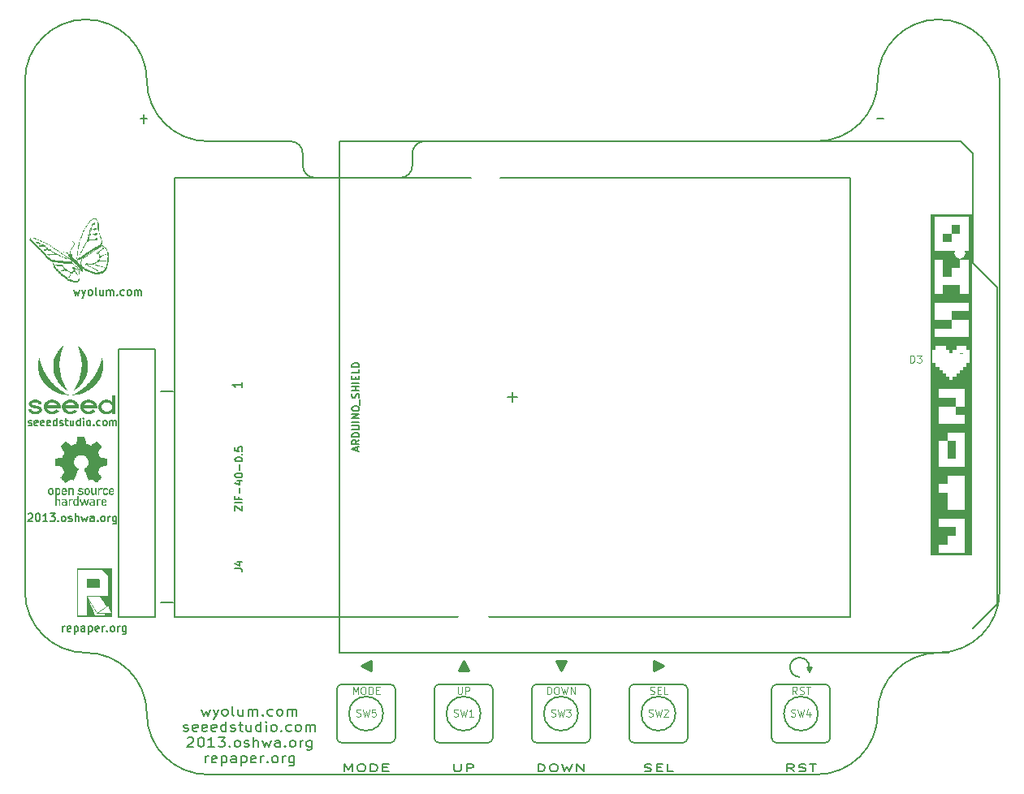
<source format=gto>
G04 (created by PCBNEW (2013-03-15 BZR 4003)-stable) date 07-Jun-13 5:31:04 PM*
%MOIN*%
G04 Gerber Fmt 3.4, Leading zero omitted, Abs format*
%FSLAX34Y34*%
G01*
G70*
G90*
G04 APERTURE LIST*
%ADD10C,0*%
%ADD11C,0.005*%
%ADD12C,0.006*%
%ADD13C,0.008*%
%ADD14C,0.01*%
%ADD15C,0.0001*%
%ADD16C,0.00590551*%
%ADD17C,0.004*%
%ADD18C,0.04*%
%ADD19R,0.06X0.06*%
%ADD20C,0.06*%
%ADD21C,0.45*%
%ADD22C,0.07*%
%ADD23R,0.07X0.07*%
%ADD24C,0.075*%
%ADD25C,0.155*%
%ADD26O,0.1X0.18*%
%ADD27R,0.1X0.2*%
%ADD28O,0.15X0.07*%
%ADD29C,0.045*%
%ADD30R,0.04X0.05*%
%ADD31R,0.06X0.07*%
%ADD32C,0.0354331*%
G04 APERTURE END LIST*
G54D10*
G54D11*
X42250Y-40600D02*
X42250Y-40700D01*
X42150Y-40600D02*
X42150Y-40700D01*
X42200Y-40800D02*
X42200Y-40600D01*
X42200Y-40800D02*
X42300Y-40600D01*
X42200Y-40800D02*
X42100Y-40600D01*
X42200Y-40600D02*
X42100Y-40600D01*
X42200Y-40600D02*
X42300Y-40600D01*
X41400Y-40600D02*
G75*
G03X41800Y-41000I400J0D01*
G74*
G01*
X41800Y-40200D02*
G75*
G03X41400Y-40600I0J-400D01*
G74*
G01*
X42200Y-40600D02*
G75*
G03X41800Y-40200I-400J0D01*
G74*
G01*
G54D12*
X41576Y-44871D02*
X41409Y-44728D01*
X41290Y-44871D02*
X41290Y-44571D01*
X41480Y-44571D01*
X41528Y-44585D01*
X41552Y-44600D01*
X41576Y-44628D01*
X41576Y-44671D01*
X41552Y-44700D01*
X41528Y-44714D01*
X41480Y-44728D01*
X41290Y-44728D01*
X41766Y-44857D02*
X41838Y-44871D01*
X41957Y-44871D01*
X42004Y-44857D01*
X42028Y-44842D01*
X42052Y-44814D01*
X42052Y-44785D01*
X42028Y-44757D01*
X42004Y-44742D01*
X41957Y-44728D01*
X41861Y-44714D01*
X41814Y-44700D01*
X41790Y-44685D01*
X41766Y-44657D01*
X41766Y-44628D01*
X41790Y-44600D01*
X41814Y-44585D01*
X41861Y-44571D01*
X41980Y-44571D01*
X42052Y-44585D01*
X42195Y-44571D02*
X42480Y-44571D01*
X42338Y-44871D02*
X42338Y-44571D01*
G54D13*
X45243Y-18081D02*
X44976Y-18081D01*
X15003Y-18081D02*
X14736Y-18081D01*
X14870Y-18272D02*
X14870Y-17891D01*
G54D11*
X21400Y-19500D02*
G75*
G03X20900Y-19000I-500J0D01*
G74*
G01*
X26400Y-19000D02*
G75*
G03X25900Y-19500I0J-500D01*
G74*
G01*
X25400Y-20500D02*
G75*
G03X25900Y-20000I0J500D01*
G74*
G01*
X21400Y-20000D02*
G75*
G03X21900Y-20500I500J0D01*
G74*
G01*
X25900Y-19500D02*
X25900Y-20000D01*
X21400Y-19500D02*
X21400Y-20000D01*
X21900Y-20500D02*
X25400Y-20500D01*
G54D12*
X11554Y-39129D02*
X11554Y-38916D01*
X11554Y-38977D02*
X11570Y-38946D01*
X11585Y-38931D01*
X11615Y-38916D01*
X11646Y-38916D01*
X11874Y-39114D02*
X11844Y-39129D01*
X11783Y-39129D01*
X11752Y-39114D01*
X11737Y-39083D01*
X11737Y-38961D01*
X11752Y-38931D01*
X11783Y-38916D01*
X11844Y-38916D01*
X11874Y-38931D01*
X11890Y-38961D01*
X11890Y-38992D01*
X11737Y-39022D01*
X12027Y-38916D02*
X12027Y-39236D01*
X12027Y-38931D02*
X12057Y-38916D01*
X12118Y-38916D01*
X12149Y-38931D01*
X12164Y-38946D01*
X12179Y-38977D01*
X12179Y-39068D01*
X12164Y-39099D01*
X12149Y-39114D01*
X12118Y-39129D01*
X12057Y-39129D01*
X12027Y-39114D01*
X12453Y-39129D02*
X12453Y-38961D01*
X12438Y-38931D01*
X12408Y-38916D01*
X12347Y-38916D01*
X12316Y-38931D01*
X12453Y-39114D02*
X12423Y-39129D01*
X12347Y-39129D01*
X12316Y-39114D01*
X12301Y-39083D01*
X12301Y-39053D01*
X12316Y-39022D01*
X12347Y-39007D01*
X12423Y-39007D01*
X12453Y-38992D01*
X12606Y-38916D02*
X12606Y-39236D01*
X12606Y-38931D02*
X12636Y-38916D01*
X12697Y-38916D01*
X12728Y-38931D01*
X12743Y-38946D01*
X12758Y-38977D01*
X12758Y-39068D01*
X12743Y-39099D01*
X12728Y-39114D01*
X12697Y-39129D01*
X12636Y-39129D01*
X12606Y-39114D01*
X13017Y-39114D02*
X12987Y-39129D01*
X12926Y-39129D01*
X12895Y-39114D01*
X12880Y-39083D01*
X12880Y-38961D01*
X12895Y-38931D01*
X12926Y-38916D01*
X12987Y-38916D01*
X13017Y-38931D01*
X13032Y-38961D01*
X13032Y-38992D01*
X12880Y-39022D01*
X13170Y-39129D02*
X13170Y-38916D01*
X13170Y-38977D02*
X13185Y-38946D01*
X13200Y-38931D01*
X13230Y-38916D01*
X13261Y-38916D01*
X13368Y-39099D02*
X13383Y-39114D01*
X13368Y-39129D01*
X13352Y-39114D01*
X13368Y-39099D01*
X13368Y-39129D01*
X13566Y-39129D02*
X13535Y-39114D01*
X13520Y-39099D01*
X13505Y-39068D01*
X13505Y-38977D01*
X13520Y-38946D01*
X13535Y-38931D01*
X13566Y-38916D01*
X13611Y-38916D01*
X13642Y-38931D01*
X13657Y-38946D01*
X13672Y-38977D01*
X13672Y-39068D01*
X13657Y-39099D01*
X13642Y-39114D01*
X13611Y-39129D01*
X13566Y-39129D01*
X13810Y-39129D02*
X13810Y-38916D01*
X13810Y-38977D02*
X13825Y-38946D01*
X13840Y-38931D01*
X13870Y-38916D01*
X13901Y-38916D01*
X14145Y-38916D02*
X14145Y-39175D01*
X14130Y-39205D01*
X14114Y-39220D01*
X14084Y-39236D01*
X14038Y-39236D01*
X14008Y-39220D01*
X14145Y-39114D02*
X14114Y-39129D01*
X14053Y-39129D01*
X14023Y-39114D01*
X14008Y-39099D01*
X13992Y-39068D01*
X13992Y-38977D01*
X14008Y-38946D01*
X14023Y-38931D01*
X14053Y-38916D01*
X14114Y-38916D01*
X14145Y-38931D01*
X10129Y-34315D02*
X10144Y-34299D01*
X10174Y-34284D01*
X10250Y-34284D01*
X10281Y-34299D01*
X10296Y-34315D01*
X10311Y-34345D01*
X10311Y-34375D01*
X10296Y-34421D01*
X10113Y-34604D01*
X10311Y-34604D01*
X10510Y-34284D02*
X10540Y-34284D01*
X10570Y-34299D01*
X10586Y-34315D01*
X10601Y-34345D01*
X10616Y-34406D01*
X10616Y-34482D01*
X10601Y-34543D01*
X10586Y-34574D01*
X10570Y-34589D01*
X10540Y-34604D01*
X10510Y-34604D01*
X10479Y-34589D01*
X10464Y-34574D01*
X10449Y-34543D01*
X10433Y-34482D01*
X10433Y-34406D01*
X10449Y-34345D01*
X10464Y-34315D01*
X10479Y-34299D01*
X10510Y-34284D01*
X10921Y-34604D02*
X10738Y-34604D01*
X10830Y-34604D02*
X10830Y-34284D01*
X10799Y-34330D01*
X10769Y-34360D01*
X10738Y-34375D01*
X11028Y-34284D02*
X11226Y-34284D01*
X11119Y-34406D01*
X11165Y-34406D01*
X11195Y-34421D01*
X11210Y-34436D01*
X11226Y-34467D01*
X11226Y-34543D01*
X11210Y-34574D01*
X11195Y-34589D01*
X11165Y-34604D01*
X11073Y-34604D01*
X11043Y-34589D01*
X11028Y-34574D01*
X11363Y-34574D02*
X11378Y-34589D01*
X11363Y-34604D01*
X11348Y-34589D01*
X11363Y-34574D01*
X11363Y-34604D01*
X11561Y-34604D02*
X11530Y-34589D01*
X11515Y-34574D01*
X11500Y-34543D01*
X11500Y-34452D01*
X11515Y-34421D01*
X11530Y-34406D01*
X11561Y-34391D01*
X11607Y-34391D01*
X11637Y-34406D01*
X11652Y-34421D01*
X11668Y-34452D01*
X11668Y-34543D01*
X11652Y-34574D01*
X11637Y-34589D01*
X11607Y-34604D01*
X11561Y-34604D01*
X11790Y-34589D02*
X11820Y-34604D01*
X11881Y-34604D01*
X11911Y-34589D01*
X11927Y-34558D01*
X11927Y-34543D01*
X11911Y-34513D01*
X11881Y-34497D01*
X11835Y-34497D01*
X11805Y-34482D01*
X11790Y-34452D01*
X11790Y-34436D01*
X11805Y-34406D01*
X11835Y-34391D01*
X11881Y-34391D01*
X11911Y-34406D01*
X12064Y-34604D02*
X12064Y-34284D01*
X12201Y-34604D02*
X12201Y-34436D01*
X12186Y-34406D01*
X12155Y-34391D01*
X12110Y-34391D01*
X12079Y-34406D01*
X12064Y-34421D01*
X12323Y-34391D02*
X12384Y-34604D01*
X12445Y-34452D01*
X12506Y-34604D01*
X12567Y-34391D01*
X12826Y-34604D02*
X12826Y-34436D01*
X12810Y-34406D01*
X12780Y-34391D01*
X12719Y-34391D01*
X12689Y-34406D01*
X12826Y-34589D02*
X12795Y-34604D01*
X12719Y-34604D01*
X12689Y-34589D01*
X12673Y-34558D01*
X12673Y-34528D01*
X12689Y-34497D01*
X12719Y-34482D01*
X12795Y-34482D01*
X12826Y-34467D01*
X12978Y-34574D02*
X12993Y-34589D01*
X12978Y-34604D01*
X12963Y-34589D01*
X12978Y-34574D01*
X12978Y-34604D01*
X13176Y-34604D02*
X13146Y-34589D01*
X13130Y-34574D01*
X13115Y-34543D01*
X13115Y-34452D01*
X13130Y-34421D01*
X13146Y-34406D01*
X13176Y-34391D01*
X13222Y-34391D01*
X13252Y-34406D01*
X13268Y-34421D01*
X13283Y-34452D01*
X13283Y-34543D01*
X13268Y-34574D01*
X13252Y-34589D01*
X13222Y-34604D01*
X13176Y-34604D01*
X13420Y-34604D02*
X13420Y-34391D01*
X13420Y-34452D02*
X13435Y-34421D01*
X13450Y-34406D01*
X13481Y-34391D01*
X13511Y-34391D01*
X13755Y-34391D02*
X13755Y-34650D01*
X13740Y-34680D01*
X13725Y-34695D01*
X13694Y-34711D01*
X13649Y-34711D01*
X13618Y-34695D01*
X13755Y-34589D02*
X13725Y-34604D01*
X13664Y-34604D01*
X13633Y-34589D01*
X13618Y-34574D01*
X13603Y-34543D01*
X13603Y-34452D01*
X13618Y-34421D01*
X13633Y-34406D01*
X13664Y-34391D01*
X13725Y-34391D01*
X13755Y-34406D01*
X11998Y-25116D02*
X12059Y-25329D01*
X12120Y-25177D01*
X12180Y-25329D01*
X12241Y-25116D01*
X12333Y-25116D02*
X12409Y-25329D01*
X12485Y-25116D02*
X12409Y-25329D01*
X12379Y-25405D01*
X12363Y-25420D01*
X12333Y-25436D01*
X12653Y-25329D02*
X12622Y-25314D01*
X12607Y-25299D01*
X12592Y-25268D01*
X12592Y-25177D01*
X12607Y-25146D01*
X12622Y-25131D01*
X12653Y-25116D01*
X12699Y-25116D01*
X12729Y-25131D01*
X12744Y-25146D01*
X12760Y-25177D01*
X12760Y-25268D01*
X12744Y-25299D01*
X12729Y-25314D01*
X12699Y-25329D01*
X12653Y-25329D01*
X12942Y-25329D02*
X12912Y-25314D01*
X12897Y-25283D01*
X12897Y-25009D01*
X13201Y-25116D02*
X13201Y-25329D01*
X13064Y-25116D02*
X13064Y-25283D01*
X13080Y-25314D01*
X13110Y-25329D01*
X13156Y-25329D01*
X13186Y-25314D01*
X13201Y-25299D01*
X13354Y-25329D02*
X13354Y-25116D01*
X13354Y-25146D02*
X13369Y-25131D01*
X13400Y-25116D01*
X13445Y-25116D01*
X13476Y-25131D01*
X13491Y-25161D01*
X13491Y-25329D01*
X13491Y-25161D02*
X13506Y-25131D01*
X13537Y-25116D01*
X13582Y-25116D01*
X13613Y-25131D01*
X13628Y-25161D01*
X13628Y-25329D01*
X13780Y-25299D02*
X13796Y-25314D01*
X13780Y-25329D01*
X13765Y-25314D01*
X13780Y-25299D01*
X13780Y-25329D01*
X14070Y-25314D02*
X14040Y-25329D01*
X13979Y-25329D01*
X13948Y-25314D01*
X13933Y-25299D01*
X13918Y-25268D01*
X13918Y-25177D01*
X13933Y-25146D01*
X13948Y-25131D01*
X13979Y-25116D01*
X14040Y-25116D01*
X14070Y-25131D01*
X14253Y-25329D02*
X14222Y-25314D01*
X14207Y-25299D01*
X14192Y-25268D01*
X14192Y-25177D01*
X14207Y-25146D01*
X14222Y-25131D01*
X14253Y-25116D01*
X14299Y-25116D01*
X14329Y-25131D01*
X14344Y-25146D01*
X14360Y-25177D01*
X14360Y-25268D01*
X14344Y-25299D01*
X14329Y-25314D01*
X14299Y-25329D01*
X14253Y-25329D01*
X14497Y-25329D02*
X14497Y-25116D01*
X14497Y-25146D02*
X14512Y-25131D01*
X14542Y-25116D01*
X14588Y-25116D01*
X14619Y-25131D01*
X14634Y-25161D01*
X14634Y-25329D01*
X14634Y-25161D02*
X14649Y-25131D01*
X14680Y-25116D01*
X14725Y-25116D01*
X14756Y-25131D01*
X14771Y-25161D01*
X14771Y-25329D01*
X10142Y-30664D02*
X10171Y-30679D01*
X10228Y-30679D01*
X10257Y-30664D01*
X10271Y-30633D01*
X10271Y-30618D01*
X10257Y-30588D01*
X10228Y-30572D01*
X10185Y-30572D01*
X10157Y-30557D01*
X10142Y-30527D01*
X10142Y-30511D01*
X10157Y-30481D01*
X10185Y-30466D01*
X10228Y-30466D01*
X10257Y-30481D01*
X10514Y-30664D02*
X10485Y-30679D01*
X10428Y-30679D01*
X10399Y-30664D01*
X10385Y-30633D01*
X10385Y-30511D01*
X10399Y-30481D01*
X10428Y-30466D01*
X10485Y-30466D01*
X10514Y-30481D01*
X10528Y-30511D01*
X10528Y-30542D01*
X10385Y-30572D01*
X10771Y-30664D02*
X10742Y-30679D01*
X10685Y-30679D01*
X10657Y-30664D01*
X10642Y-30633D01*
X10642Y-30511D01*
X10657Y-30481D01*
X10685Y-30466D01*
X10742Y-30466D01*
X10771Y-30481D01*
X10785Y-30511D01*
X10785Y-30542D01*
X10642Y-30572D01*
X11028Y-30664D02*
X10999Y-30679D01*
X10942Y-30679D01*
X10914Y-30664D01*
X10899Y-30633D01*
X10899Y-30511D01*
X10914Y-30481D01*
X10942Y-30466D01*
X10999Y-30466D01*
X11028Y-30481D01*
X11042Y-30511D01*
X11042Y-30542D01*
X10899Y-30572D01*
X11299Y-30679D02*
X11299Y-30359D01*
X11299Y-30664D02*
X11271Y-30679D01*
X11214Y-30679D01*
X11185Y-30664D01*
X11171Y-30649D01*
X11157Y-30618D01*
X11157Y-30527D01*
X11171Y-30496D01*
X11185Y-30481D01*
X11214Y-30466D01*
X11271Y-30466D01*
X11299Y-30481D01*
X11428Y-30664D02*
X11457Y-30679D01*
X11514Y-30679D01*
X11542Y-30664D01*
X11557Y-30633D01*
X11557Y-30618D01*
X11542Y-30588D01*
X11514Y-30572D01*
X11471Y-30572D01*
X11442Y-30557D01*
X11428Y-30527D01*
X11428Y-30511D01*
X11442Y-30481D01*
X11471Y-30466D01*
X11514Y-30466D01*
X11542Y-30481D01*
X11642Y-30466D02*
X11757Y-30466D01*
X11685Y-30359D02*
X11685Y-30633D01*
X11699Y-30664D01*
X11728Y-30679D01*
X11757Y-30679D01*
X11985Y-30466D02*
X11985Y-30679D01*
X11857Y-30466D02*
X11857Y-30633D01*
X11871Y-30664D01*
X11900Y-30679D01*
X11942Y-30679D01*
X11971Y-30664D01*
X11985Y-30649D01*
X12257Y-30679D02*
X12257Y-30359D01*
X12257Y-30664D02*
X12228Y-30679D01*
X12171Y-30679D01*
X12142Y-30664D01*
X12128Y-30649D01*
X12114Y-30618D01*
X12114Y-30527D01*
X12128Y-30496D01*
X12142Y-30481D01*
X12171Y-30466D01*
X12228Y-30466D01*
X12257Y-30481D01*
X12400Y-30679D02*
X12400Y-30466D01*
X12400Y-30359D02*
X12385Y-30374D01*
X12400Y-30390D01*
X12414Y-30374D01*
X12400Y-30359D01*
X12400Y-30390D01*
X12585Y-30679D02*
X12557Y-30664D01*
X12542Y-30649D01*
X12528Y-30618D01*
X12528Y-30527D01*
X12542Y-30496D01*
X12557Y-30481D01*
X12585Y-30466D01*
X12628Y-30466D01*
X12657Y-30481D01*
X12671Y-30496D01*
X12685Y-30527D01*
X12685Y-30618D01*
X12671Y-30649D01*
X12657Y-30664D01*
X12628Y-30679D01*
X12585Y-30679D01*
X12814Y-30649D02*
X12828Y-30664D01*
X12814Y-30679D01*
X12800Y-30664D01*
X12814Y-30649D01*
X12814Y-30679D01*
X13085Y-30664D02*
X13057Y-30679D01*
X13000Y-30679D01*
X12971Y-30664D01*
X12957Y-30649D01*
X12942Y-30618D01*
X12942Y-30527D01*
X12957Y-30496D01*
X12971Y-30481D01*
X13000Y-30466D01*
X13057Y-30466D01*
X13085Y-30481D01*
X13257Y-30679D02*
X13228Y-30664D01*
X13214Y-30649D01*
X13200Y-30618D01*
X13200Y-30527D01*
X13214Y-30496D01*
X13228Y-30481D01*
X13257Y-30466D01*
X13300Y-30466D01*
X13328Y-30481D01*
X13342Y-30496D01*
X13357Y-30527D01*
X13357Y-30618D01*
X13342Y-30649D01*
X13328Y-30664D01*
X13300Y-30679D01*
X13257Y-30679D01*
X13485Y-30679D02*
X13485Y-30466D01*
X13485Y-30496D02*
X13500Y-30481D01*
X13528Y-30466D01*
X13571Y-30466D01*
X13600Y-30481D01*
X13614Y-30511D01*
X13614Y-30679D01*
X13614Y-30511D02*
X13628Y-30481D01*
X13657Y-30466D01*
X13700Y-30466D01*
X13728Y-30481D01*
X13742Y-30511D01*
X13742Y-30679D01*
G54D14*
X36100Y-40600D02*
X36100Y-40500D01*
X36000Y-40450D02*
X36000Y-40650D01*
X35900Y-40700D02*
X35900Y-40400D01*
X35800Y-40350D02*
X35800Y-40750D01*
X31950Y-40650D02*
X32050Y-40650D01*
X32100Y-40550D02*
X31900Y-40550D01*
X31850Y-40450D02*
X32150Y-40450D01*
X32200Y-40350D02*
X31800Y-40350D01*
X28050Y-40450D02*
X27950Y-40450D01*
X27900Y-40550D02*
X28100Y-40550D01*
X28150Y-40650D02*
X27850Y-40650D01*
X27800Y-40750D02*
X28200Y-40750D01*
X23900Y-40500D02*
X23900Y-40600D01*
X24000Y-40650D02*
X24000Y-40450D01*
X24100Y-40400D02*
X24100Y-40700D01*
X24200Y-40350D02*
X24200Y-40750D01*
G54D12*
X35428Y-44857D02*
X35500Y-44871D01*
X35619Y-44871D01*
X35666Y-44857D01*
X35690Y-44842D01*
X35714Y-44814D01*
X35714Y-44785D01*
X35690Y-44757D01*
X35666Y-44742D01*
X35619Y-44728D01*
X35523Y-44714D01*
X35476Y-44700D01*
X35452Y-44685D01*
X35428Y-44657D01*
X35428Y-44628D01*
X35452Y-44600D01*
X35476Y-44585D01*
X35523Y-44571D01*
X35642Y-44571D01*
X35714Y-44585D01*
X35928Y-44714D02*
X36095Y-44714D01*
X36166Y-44871D02*
X35928Y-44871D01*
X35928Y-44571D01*
X36166Y-44571D01*
X36619Y-44871D02*
X36380Y-44871D01*
X36380Y-44571D01*
X31059Y-44871D02*
X31059Y-44571D01*
X31178Y-44571D01*
X31250Y-44585D01*
X31297Y-44614D01*
X31321Y-44642D01*
X31345Y-44700D01*
X31345Y-44742D01*
X31321Y-44800D01*
X31297Y-44828D01*
X31250Y-44857D01*
X31178Y-44871D01*
X31059Y-44871D01*
X31654Y-44571D02*
X31750Y-44571D01*
X31797Y-44585D01*
X31845Y-44614D01*
X31869Y-44671D01*
X31869Y-44771D01*
X31845Y-44828D01*
X31797Y-44857D01*
X31750Y-44871D01*
X31654Y-44871D01*
X31607Y-44857D01*
X31559Y-44828D01*
X31535Y-44771D01*
X31535Y-44671D01*
X31559Y-44614D01*
X31607Y-44585D01*
X31654Y-44571D01*
X32035Y-44571D02*
X32154Y-44871D01*
X32250Y-44657D01*
X32345Y-44871D01*
X32464Y-44571D01*
X32654Y-44871D02*
X32654Y-44571D01*
X32940Y-44871D01*
X32940Y-44571D01*
X27607Y-44571D02*
X27607Y-44814D01*
X27630Y-44842D01*
X27654Y-44857D01*
X27702Y-44871D01*
X27797Y-44871D01*
X27845Y-44857D01*
X27869Y-44842D01*
X27892Y-44814D01*
X27892Y-44571D01*
X28130Y-44871D02*
X28130Y-44571D01*
X28321Y-44571D01*
X28369Y-44585D01*
X28392Y-44600D01*
X28416Y-44628D01*
X28416Y-44671D01*
X28392Y-44700D01*
X28369Y-44714D01*
X28321Y-44728D01*
X28130Y-44728D01*
X23095Y-44871D02*
X23095Y-44571D01*
X23261Y-44785D01*
X23428Y-44571D01*
X23428Y-44871D01*
X23761Y-44571D02*
X23857Y-44571D01*
X23904Y-44585D01*
X23952Y-44614D01*
X23976Y-44671D01*
X23976Y-44771D01*
X23952Y-44828D01*
X23904Y-44857D01*
X23857Y-44871D01*
X23761Y-44871D01*
X23714Y-44857D01*
X23666Y-44828D01*
X23642Y-44771D01*
X23642Y-44671D01*
X23666Y-44614D01*
X23714Y-44585D01*
X23761Y-44571D01*
X24190Y-44871D02*
X24190Y-44571D01*
X24309Y-44571D01*
X24380Y-44585D01*
X24428Y-44614D01*
X24452Y-44642D01*
X24476Y-44700D01*
X24476Y-44742D01*
X24452Y-44800D01*
X24428Y-44828D01*
X24380Y-44857D01*
X24309Y-44871D01*
X24190Y-44871D01*
X24690Y-44714D02*
X24857Y-44714D01*
X24928Y-44871D02*
X24690Y-44871D01*
X24690Y-44571D01*
X24928Y-44571D01*
G54D14*
X36200Y-40550D02*
X35800Y-40350D01*
X35800Y-40750D02*
X36200Y-40550D01*
X32000Y-40750D02*
X32200Y-40350D01*
X31800Y-40350D02*
X32000Y-40750D01*
X28000Y-40350D02*
X28200Y-40750D01*
X27800Y-40750D02*
X28000Y-40350D01*
X23800Y-40550D02*
X24200Y-40350D01*
X24200Y-40750D02*
X23800Y-40550D01*
G54D11*
X20900Y-19000D02*
X17500Y-19000D01*
X26400Y-19000D02*
X42500Y-19000D01*
G54D13*
X17253Y-42320D02*
X17339Y-42586D01*
X17425Y-42396D01*
X17510Y-42586D01*
X17596Y-42320D01*
X17725Y-42320D02*
X17832Y-42586D01*
X17939Y-42320D02*
X17832Y-42586D01*
X17789Y-42682D01*
X17767Y-42701D01*
X17725Y-42720D01*
X18175Y-42586D02*
X18132Y-42567D01*
X18110Y-42548D01*
X18089Y-42510D01*
X18089Y-42396D01*
X18110Y-42358D01*
X18132Y-42339D01*
X18175Y-42320D01*
X18239Y-42320D01*
X18282Y-42339D01*
X18303Y-42358D01*
X18325Y-42396D01*
X18325Y-42510D01*
X18303Y-42548D01*
X18282Y-42567D01*
X18239Y-42586D01*
X18175Y-42586D01*
X18582Y-42586D02*
X18539Y-42567D01*
X18517Y-42529D01*
X18517Y-42186D01*
X18946Y-42320D02*
X18946Y-42586D01*
X18753Y-42320D02*
X18753Y-42529D01*
X18775Y-42567D01*
X18817Y-42586D01*
X18882Y-42586D01*
X18925Y-42567D01*
X18946Y-42548D01*
X19160Y-42586D02*
X19160Y-42320D01*
X19160Y-42358D02*
X19182Y-42339D01*
X19225Y-42320D01*
X19289Y-42320D01*
X19332Y-42339D01*
X19353Y-42377D01*
X19353Y-42586D01*
X19353Y-42377D02*
X19375Y-42339D01*
X19417Y-42320D01*
X19482Y-42320D01*
X19525Y-42339D01*
X19546Y-42377D01*
X19546Y-42586D01*
X19760Y-42548D02*
X19782Y-42567D01*
X19760Y-42586D01*
X19739Y-42567D01*
X19760Y-42548D01*
X19760Y-42586D01*
X20167Y-42567D02*
X20125Y-42586D01*
X20039Y-42586D01*
X19996Y-42567D01*
X19975Y-42548D01*
X19953Y-42510D01*
X19953Y-42396D01*
X19975Y-42358D01*
X19996Y-42339D01*
X20039Y-42320D01*
X20125Y-42320D01*
X20167Y-42339D01*
X20425Y-42586D02*
X20382Y-42567D01*
X20360Y-42548D01*
X20339Y-42510D01*
X20339Y-42396D01*
X20360Y-42358D01*
X20382Y-42339D01*
X20425Y-42320D01*
X20489Y-42320D01*
X20532Y-42339D01*
X20553Y-42358D01*
X20575Y-42396D01*
X20575Y-42510D01*
X20553Y-42548D01*
X20532Y-42567D01*
X20489Y-42586D01*
X20425Y-42586D01*
X20767Y-42586D02*
X20767Y-42320D01*
X20767Y-42358D02*
X20789Y-42339D01*
X20832Y-42320D01*
X20896Y-42320D01*
X20939Y-42339D01*
X20960Y-42377D01*
X20960Y-42586D01*
X20960Y-42377D02*
X20982Y-42339D01*
X21025Y-42320D01*
X21089Y-42320D01*
X21132Y-42339D01*
X21153Y-42377D01*
X21153Y-42586D01*
X16514Y-43207D02*
X16557Y-43226D01*
X16642Y-43226D01*
X16685Y-43207D01*
X16707Y-43169D01*
X16707Y-43150D01*
X16685Y-43112D01*
X16642Y-43093D01*
X16578Y-43093D01*
X16535Y-43074D01*
X16514Y-43036D01*
X16514Y-43017D01*
X16535Y-42979D01*
X16578Y-42960D01*
X16642Y-42960D01*
X16685Y-42979D01*
X17071Y-43207D02*
X17028Y-43226D01*
X16942Y-43226D01*
X16900Y-43207D01*
X16878Y-43169D01*
X16878Y-43017D01*
X16900Y-42979D01*
X16942Y-42960D01*
X17028Y-42960D01*
X17071Y-42979D01*
X17092Y-43017D01*
X17092Y-43055D01*
X16878Y-43093D01*
X17457Y-43207D02*
X17414Y-43226D01*
X17328Y-43226D01*
X17285Y-43207D01*
X17264Y-43169D01*
X17264Y-43017D01*
X17285Y-42979D01*
X17328Y-42960D01*
X17414Y-42960D01*
X17457Y-42979D01*
X17478Y-43017D01*
X17478Y-43055D01*
X17264Y-43093D01*
X17842Y-43207D02*
X17799Y-43226D01*
X17714Y-43226D01*
X17671Y-43207D01*
X17649Y-43169D01*
X17649Y-43017D01*
X17671Y-42979D01*
X17714Y-42960D01*
X17799Y-42960D01*
X17842Y-42979D01*
X17864Y-43017D01*
X17864Y-43055D01*
X17649Y-43093D01*
X18249Y-43226D02*
X18249Y-42826D01*
X18249Y-43207D02*
X18207Y-43226D01*
X18121Y-43226D01*
X18078Y-43207D01*
X18057Y-43188D01*
X18035Y-43150D01*
X18035Y-43036D01*
X18057Y-42998D01*
X18078Y-42979D01*
X18121Y-42960D01*
X18207Y-42960D01*
X18249Y-42979D01*
X18442Y-43207D02*
X18485Y-43226D01*
X18571Y-43226D01*
X18614Y-43207D01*
X18635Y-43169D01*
X18635Y-43150D01*
X18614Y-43112D01*
X18571Y-43093D01*
X18507Y-43093D01*
X18464Y-43074D01*
X18442Y-43036D01*
X18442Y-43017D01*
X18464Y-42979D01*
X18507Y-42960D01*
X18571Y-42960D01*
X18614Y-42979D01*
X18764Y-42960D02*
X18935Y-42960D01*
X18828Y-42826D02*
X18828Y-43169D01*
X18849Y-43207D01*
X18892Y-43226D01*
X18935Y-43226D01*
X19278Y-42960D02*
X19278Y-43226D01*
X19085Y-42960D02*
X19085Y-43169D01*
X19107Y-43207D01*
X19150Y-43226D01*
X19214Y-43226D01*
X19257Y-43207D01*
X19278Y-43188D01*
X19685Y-43226D02*
X19685Y-42826D01*
X19685Y-43207D02*
X19642Y-43226D01*
X19557Y-43226D01*
X19514Y-43207D01*
X19492Y-43188D01*
X19471Y-43150D01*
X19471Y-43036D01*
X19492Y-42998D01*
X19514Y-42979D01*
X19557Y-42960D01*
X19642Y-42960D01*
X19685Y-42979D01*
X19900Y-43226D02*
X19900Y-42960D01*
X19900Y-42826D02*
X19878Y-42845D01*
X19900Y-42865D01*
X19921Y-42845D01*
X19900Y-42826D01*
X19900Y-42865D01*
X20178Y-43226D02*
X20135Y-43207D01*
X20114Y-43188D01*
X20092Y-43150D01*
X20092Y-43036D01*
X20114Y-42998D01*
X20135Y-42979D01*
X20178Y-42960D01*
X20242Y-42960D01*
X20285Y-42979D01*
X20307Y-42998D01*
X20328Y-43036D01*
X20328Y-43150D01*
X20307Y-43188D01*
X20285Y-43207D01*
X20242Y-43226D01*
X20178Y-43226D01*
X20521Y-43188D02*
X20542Y-43207D01*
X20521Y-43226D01*
X20500Y-43207D01*
X20521Y-43188D01*
X20521Y-43226D01*
X20928Y-43207D02*
X20885Y-43226D01*
X20800Y-43226D01*
X20757Y-43207D01*
X20735Y-43188D01*
X20714Y-43150D01*
X20714Y-43036D01*
X20735Y-42998D01*
X20757Y-42979D01*
X20800Y-42960D01*
X20885Y-42960D01*
X20928Y-42979D01*
X21185Y-43226D02*
X21142Y-43207D01*
X21121Y-43188D01*
X21100Y-43150D01*
X21100Y-43036D01*
X21121Y-42998D01*
X21142Y-42979D01*
X21185Y-42960D01*
X21250Y-42960D01*
X21292Y-42979D01*
X21314Y-42998D01*
X21335Y-43036D01*
X21335Y-43150D01*
X21314Y-43188D01*
X21292Y-43207D01*
X21250Y-43226D01*
X21185Y-43226D01*
X21528Y-43226D02*
X21528Y-42960D01*
X21528Y-42998D02*
X21550Y-42979D01*
X21592Y-42960D01*
X21657Y-42960D01*
X21700Y-42979D01*
X21721Y-43017D01*
X21721Y-43226D01*
X21721Y-43017D02*
X21742Y-42979D01*
X21785Y-42960D01*
X21850Y-42960D01*
X21892Y-42979D01*
X21914Y-43017D01*
X21914Y-43226D01*
X16664Y-43505D02*
X16685Y-43485D01*
X16728Y-43466D01*
X16835Y-43466D01*
X16878Y-43485D01*
X16900Y-43505D01*
X16921Y-43543D01*
X16921Y-43581D01*
X16900Y-43638D01*
X16642Y-43866D01*
X16921Y-43866D01*
X17200Y-43466D02*
X17242Y-43466D01*
X17285Y-43485D01*
X17307Y-43505D01*
X17328Y-43543D01*
X17350Y-43619D01*
X17350Y-43714D01*
X17328Y-43790D01*
X17307Y-43828D01*
X17285Y-43847D01*
X17242Y-43866D01*
X17200Y-43866D01*
X17157Y-43847D01*
X17135Y-43828D01*
X17114Y-43790D01*
X17092Y-43714D01*
X17092Y-43619D01*
X17114Y-43543D01*
X17135Y-43505D01*
X17157Y-43485D01*
X17200Y-43466D01*
X17778Y-43866D02*
X17521Y-43866D01*
X17650Y-43866D02*
X17650Y-43466D01*
X17607Y-43524D01*
X17564Y-43562D01*
X17521Y-43581D01*
X17928Y-43466D02*
X18207Y-43466D01*
X18057Y-43619D01*
X18121Y-43619D01*
X18164Y-43638D01*
X18185Y-43657D01*
X18207Y-43695D01*
X18207Y-43790D01*
X18185Y-43828D01*
X18164Y-43847D01*
X18121Y-43866D01*
X17992Y-43866D01*
X17949Y-43847D01*
X17928Y-43828D01*
X18399Y-43828D02*
X18421Y-43847D01*
X18399Y-43866D01*
X18378Y-43847D01*
X18399Y-43828D01*
X18399Y-43866D01*
X18678Y-43866D02*
X18635Y-43847D01*
X18614Y-43828D01*
X18592Y-43790D01*
X18592Y-43676D01*
X18614Y-43638D01*
X18635Y-43619D01*
X18678Y-43600D01*
X18742Y-43600D01*
X18785Y-43619D01*
X18807Y-43638D01*
X18828Y-43676D01*
X18828Y-43790D01*
X18807Y-43828D01*
X18785Y-43847D01*
X18742Y-43866D01*
X18678Y-43866D01*
X18999Y-43847D02*
X19042Y-43866D01*
X19128Y-43866D01*
X19171Y-43847D01*
X19192Y-43809D01*
X19192Y-43790D01*
X19171Y-43752D01*
X19128Y-43733D01*
X19064Y-43733D01*
X19021Y-43714D01*
X18999Y-43676D01*
X18999Y-43657D01*
X19021Y-43619D01*
X19064Y-43600D01*
X19128Y-43600D01*
X19171Y-43619D01*
X19385Y-43866D02*
X19385Y-43466D01*
X19578Y-43866D02*
X19578Y-43657D01*
X19557Y-43619D01*
X19514Y-43600D01*
X19450Y-43600D01*
X19407Y-43619D01*
X19385Y-43638D01*
X19750Y-43600D02*
X19835Y-43866D01*
X19921Y-43676D01*
X20007Y-43866D01*
X20092Y-43600D01*
X20457Y-43866D02*
X20457Y-43657D01*
X20435Y-43619D01*
X20392Y-43600D01*
X20307Y-43600D01*
X20264Y-43619D01*
X20457Y-43847D02*
X20414Y-43866D01*
X20307Y-43866D01*
X20264Y-43847D01*
X20242Y-43809D01*
X20242Y-43771D01*
X20264Y-43733D01*
X20307Y-43714D01*
X20414Y-43714D01*
X20457Y-43695D01*
X20671Y-43828D02*
X20692Y-43847D01*
X20671Y-43866D01*
X20650Y-43847D01*
X20671Y-43828D01*
X20671Y-43866D01*
X20950Y-43866D02*
X20907Y-43847D01*
X20885Y-43828D01*
X20864Y-43790D01*
X20864Y-43676D01*
X20885Y-43638D01*
X20907Y-43619D01*
X20950Y-43600D01*
X21014Y-43600D01*
X21057Y-43619D01*
X21078Y-43638D01*
X21100Y-43676D01*
X21100Y-43790D01*
X21078Y-43828D01*
X21057Y-43847D01*
X21014Y-43866D01*
X20950Y-43866D01*
X21292Y-43866D02*
X21292Y-43600D01*
X21292Y-43676D02*
X21314Y-43638D01*
X21335Y-43619D01*
X21378Y-43600D01*
X21421Y-43600D01*
X21764Y-43600D02*
X21764Y-43924D01*
X21742Y-43962D01*
X21721Y-43981D01*
X21678Y-44000D01*
X21614Y-44000D01*
X21571Y-43981D01*
X21764Y-43847D02*
X21721Y-43866D01*
X21635Y-43866D01*
X21592Y-43847D01*
X21571Y-43828D01*
X21550Y-43790D01*
X21550Y-43676D01*
X21571Y-43638D01*
X21592Y-43619D01*
X21635Y-43600D01*
X21721Y-43600D01*
X21764Y-43619D01*
X17403Y-44506D02*
X17403Y-44240D01*
X17403Y-44316D02*
X17425Y-44278D01*
X17446Y-44259D01*
X17489Y-44240D01*
X17532Y-44240D01*
X17853Y-44487D02*
X17810Y-44506D01*
X17725Y-44506D01*
X17682Y-44487D01*
X17660Y-44449D01*
X17660Y-44297D01*
X17682Y-44259D01*
X17725Y-44240D01*
X17810Y-44240D01*
X17853Y-44259D01*
X17875Y-44297D01*
X17875Y-44335D01*
X17660Y-44373D01*
X18067Y-44240D02*
X18067Y-44640D01*
X18067Y-44259D02*
X18110Y-44240D01*
X18196Y-44240D01*
X18239Y-44259D01*
X18260Y-44278D01*
X18282Y-44316D01*
X18282Y-44430D01*
X18260Y-44468D01*
X18239Y-44487D01*
X18196Y-44506D01*
X18110Y-44506D01*
X18067Y-44487D01*
X18667Y-44506D02*
X18667Y-44297D01*
X18646Y-44259D01*
X18603Y-44240D01*
X18517Y-44240D01*
X18475Y-44259D01*
X18667Y-44487D02*
X18625Y-44506D01*
X18517Y-44506D01*
X18475Y-44487D01*
X18453Y-44449D01*
X18453Y-44411D01*
X18475Y-44373D01*
X18517Y-44354D01*
X18625Y-44354D01*
X18667Y-44335D01*
X18882Y-44240D02*
X18882Y-44640D01*
X18882Y-44259D02*
X18925Y-44240D01*
X19010Y-44240D01*
X19053Y-44259D01*
X19075Y-44278D01*
X19096Y-44316D01*
X19096Y-44430D01*
X19075Y-44468D01*
X19053Y-44487D01*
X19010Y-44506D01*
X18925Y-44506D01*
X18882Y-44487D01*
X19460Y-44487D02*
X19417Y-44506D01*
X19332Y-44506D01*
X19289Y-44487D01*
X19267Y-44449D01*
X19267Y-44297D01*
X19289Y-44259D01*
X19332Y-44240D01*
X19417Y-44240D01*
X19460Y-44259D01*
X19482Y-44297D01*
X19482Y-44335D01*
X19267Y-44373D01*
X19675Y-44506D02*
X19675Y-44240D01*
X19675Y-44316D02*
X19696Y-44278D01*
X19717Y-44259D01*
X19760Y-44240D01*
X19803Y-44240D01*
X19953Y-44468D02*
X19974Y-44487D01*
X19953Y-44506D01*
X19932Y-44487D01*
X19953Y-44468D01*
X19953Y-44506D01*
X20232Y-44506D02*
X20189Y-44487D01*
X20167Y-44468D01*
X20146Y-44430D01*
X20146Y-44316D01*
X20167Y-44278D01*
X20189Y-44259D01*
X20232Y-44240D01*
X20296Y-44240D01*
X20339Y-44259D01*
X20360Y-44278D01*
X20382Y-44316D01*
X20382Y-44430D01*
X20360Y-44468D01*
X20339Y-44487D01*
X20296Y-44506D01*
X20232Y-44506D01*
X20575Y-44506D02*
X20575Y-44240D01*
X20575Y-44316D02*
X20596Y-44278D01*
X20617Y-44259D01*
X20660Y-44240D01*
X20703Y-44240D01*
X21046Y-44240D02*
X21046Y-44564D01*
X21024Y-44602D01*
X21003Y-44621D01*
X20960Y-44640D01*
X20896Y-44640D01*
X20853Y-44621D01*
X21046Y-44487D02*
X21003Y-44506D01*
X20917Y-44506D01*
X20874Y-44487D01*
X20853Y-44468D01*
X20832Y-44430D01*
X20832Y-44316D01*
X20853Y-44278D01*
X20874Y-44259D01*
X20917Y-44240D01*
X21003Y-44240D01*
X21046Y-44259D01*
G54D11*
X47500Y-40000D02*
G75*
G03X50000Y-37500I0J2500D01*
G74*
G01*
X42500Y-45000D02*
G75*
G03X45000Y-42500I0J2500D01*
G74*
G01*
X47500Y-40000D02*
G75*
G03X45000Y-42500I0J-2500D01*
G74*
G01*
X15000Y-42500D02*
G75*
G03X17500Y-45000I2500J0D01*
G74*
G01*
X10000Y-37500D02*
G75*
G03X12500Y-40000I2500J0D01*
G74*
G01*
X15000Y-42500D02*
G75*
G03X12500Y-40000I-2500J0D01*
G74*
G01*
X42500Y-19000D02*
G75*
G03X45000Y-16500I0J2500D01*
G74*
G01*
X50000Y-16500D02*
G75*
G03X47500Y-14000I-2500J0D01*
G74*
G01*
X47500Y-14000D02*
G75*
G03X45000Y-16500I0J-2500D01*
G74*
G01*
X15000Y-16500D02*
G75*
G03X17500Y-19000I2500J0D01*
G74*
G01*
X15000Y-16500D02*
G75*
G03X12500Y-14000I-2500J0D01*
G74*
G01*
X12500Y-14000D02*
G75*
G03X10000Y-16500I0J-2500D01*
G74*
G01*
X13850Y-38550D02*
X15350Y-38550D01*
X13850Y-27550D02*
X13850Y-38550D01*
X15350Y-27550D02*
X13850Y-27550D01*
X15350Y-38550D02*
X15350Y-27550D01*
X42500Y-45000D02*
X17500Y-45000D01*
X10000Y-37500D02*
X10000Y-16500D01*
X50000Y-16500D02*
X50000Y-37500D01*
X30000Y-29500D02*
X30200Y-29500D01*
X30000Y-29500D02*
X29800Y-29500D01*
X30000Y-29500D02*
X30000Y-29700D01*
X30000Y-29500D02*
X30000Y-29300D01*
G54D15*
G36*
X12125Y-36550D02*
X12135Y-36550D01*
X12135Y-36560D01*
X12125Y-36560D01*
X12125Y-36550D01*
X12125Y-36550D01*
G37*
G36*
X12135Y-36550D02*
X12145Y-36550D01*
X12145Y-36560D01*
X12135Y-36560D01*
X12135Y-36550D01*
X12135Y-36550D01*
G37*
G36*
X12145Y-36550D02*
X12155Y-36550D01*
X12155Y-36560D01*
X12145Y-36560D01*
X12145Y-36550D01*
X12145Y-36550D01*
G37*
G36*
X12155Y-36550D02*
X12165Y-36550D01*
X12165Y-36560D01*
X12155Y-36560D01*
X12155Y-36550D01*
X12155Y-36550D01*
G37*
G36*
X12165Y-36550D02*
X12175Y-36550D01*
X12175Y-36560D01*
X12165Y-36560D01*
X12165Y-36550D01*
X12165Y-36550D01*
G37*
G36*
X12175Y-36550D02*
X12185Y-36550D01*
X12185Y-36560D01*
X12175Y-36560D01*
X12175Y-36550D01*
X12175Y-36550D01*
G37*
G36*
X12185Y-36550D02*
X12195Y-36550D01*
X12195Y-36560D01*
X12185Y-36560D01*
X12185Y-36550D01*
X12185Y-36550D01*
G37*
G36*
X12195Y-36550D02*
X12205Y-36550D01*
X12205Y-36560D01*
X12195Y-36560D01*
X12195Y-36550D01*
X12195Y-36550D01*
G37*
G36*
X12205Y-36550D02*
X12215Y-36550D01*
X12215Y-36560D01*
X12205Y-36560D01*
X12205Y-36550D01*
X12205Y-36550D01*
G37*
G36*
X12215Y-36550D02*
X12225Y-36550D01*
X12225Y-36560D01*
X12215Y-36560D01*
X12215Y-36550D01*
X12215Y-36550D01*
G37*
G36*
X12225Y-36550D02*
X12235Y-36550D01*
X12235Y-36560D01*
X12225Y-36560D01*
X12225Y-36550D01*
X12225Y-36550D01*
G37*
G36*
X12235Y-36550D02*
X12245Y-36550D01*
X12245Y-36560D01*
X12235Y-36560D01*
X12235Y-36550D01*
X12235Y-36550D01*
G37*
G36*
X12245Y-36550D02*
X12255Y-36550D01*
X12255Y-36560D01*
X12245Y-36560D01*
X12245Y-36550D01*
X12245Y-36550D01*
G37*
G36*
X12255Y-36550D02*
X12265Y-36550D01*
X12265Y-36560D01*
X12255Y-36560D01*
X12255Y-36550D01*
X12255Y-36550D01*
G37*
G36*
X12265Y-36550D02*
X12275Y-36550D01*
X12275Y-36560D01*
X12265Y-36560D01*
X12265Y-36550D01*
X12265Y-36550D01*
G37*
G36*
X12275Y-36550D02*
X12285Y-36550D01*
X12285Y-36560D01*
X12275Y-36560D01*
X12275Y-36550D01*
X12275Y-36550D01*
G37*
G36*
X12285Y-36550D02*
X12295Y-36550D01*
X12295Y-36560D01*
X12285Y-36560D01*
X12285Y-36550D01*
X12285Y-36550D01*
G37*
G36*
X12295Y-36550D02*
X12305Y-36550D01*
X12305Y-36560D01*
X12295Y-36560D01*
X12295Y-36550D01*
X12295Y-36550D01*
G37*
G36*
X12305Y-36550D02*
X12315Y-36550D01*
X12315Y-36560D01*
X12305Y-36560D01*
X12305Y-36550D01*
X12305Y-36550D01*
G37*
G36*
X12315Y-36550D02*
X12325Y-36550D01*
X12325Y-36560D01*
X12315Y-36560D01*
X12315Y-36550D01*
X12315Y-36550D01*
G37*
G36*
X12325Y-36550D02*
X12335Y-36550D01*
X12335Y-36560D01*
X12325Y-36560D01*
X12325Y-36550D01*
X12325Y-36550D01*
G37*
G36*
X12335Y-36550D02*
X12345Y-36550D01*
X12345Y-36560D01*
X12335Y-36560D01*
X12335Y-36550D01*
X12335Y-36550D01*
G37*
G36*
X12345Y-36550D02*
X12355Y-36550D01*
X12355Y-36560D01*
X12345Y-36560D01*
X12345Y-36550D01*
X12345Y-36550D01*
G37*
G36*
X12355Y-36550D02*
X12365Y-36550D01*
X12365Y-36560D01*
X12355Y-36560D01*
X12355Y-36550D01*
X12355Y-36550D01*
G37*
G36*
X12365Y-36550D02*
X12375Y-36550D01*
X12375Y-36560D01*
X12365Y-36560D01*
X12365Y-36550D01*
X12365Y-36550D01*
G37*
G36*
X12375Y-36550D02*
X12385Y-36550D01*
X12385Y-36560D01*
X12375Y-36560D01*
X12375Y-36550D01*
X12375Y-36550D01*
G37*
G36*
X12385Y-36550D02*
X12395Y-36550D01*
X12395Y-36560D01*
X12385Y-36560D01*
X12385Y-36550D01*
X12385Y-36550D01*
G37*
G36*
X12395Y-36550D02*
X12405Y-36550D01*
X12405Y-36560D01*
X12395Y-36560D01*
X12395Y-36550D01*
X12395Y-36550D01*
G37*
G36*
X12405Y-36550D02*
X12415Y-36550D01*
X12415Y-36560D01*
X12405Y-36560D01*
X12405Y-36550D01*
X12405Y-36550D01*
G37*
G36*
X12415Y-36550D02*
X12425Y-36550D01*
X12425Y-36560D01*
X12415Y-36560D01*
X12415Y-36550D01*
X12415Y-36550D01*
G37*
G36*
X12425Y-36550D02*
X12435Y-36550D01*
X12435Y-36560D01*
X12425Y-36560D01*
X12425Y-36550D01*
X12425Y-36550D01*
G37*
G36*
X12435Y-36550D02*
X12445Y-36550D01*
X12445Y-36560D01*
X12435Y-36560D01*
X12435Y-36550D01*
X12435Y-36550D01*
G37*
G36*
X12445Y-36550D02*
X12455Y-36550D01*
X12455Y-36560D01*
X12445Y-36560D01*
X12445Y-36550D01*
X12445Y-36550D01*
G37*
G36*
X12455Y-36550D02*
X12465Y-36550D01*
X12465Y-36560D01*
X12455Y-36560D01*
X12455Y-36550D01*
X12455Y-36550D01*
G37*
G36*
X12465Y-36550D02*
X12475Y-36550D01*
X12475Y-36560D01*
X12465Y-36560D01*
X12465Y-36550D01*
X12465Y-36550D01*
G37*
G36*
X12475Y-36550D02*
X12485Y-36550D01*
X12485Y-36560D01*
X12475Y-36560D01*
X12475Y-36550D01*
X12475Y-36550D01*
G37*
G36*
X12485Y-36550D02*
X12495Y-36550D01*
X12495Y-36560D01*
X12485Y-36560D01*
X12485Y-36550D01*
X12485Y-36550D01*
G37*
G36*
X12495Y-36550D02*
X12505Y-36550D01*
X12505Y-36560D01*
X12495Y-36560D01*
X12495Y-36550D01*
X12495Y-36550D01*
G37*
G36*
X12505Y-36550D02*
X12515Y-36550D01*
X12515Y-36560D01*
X12505Y-36560D01*
X12505Y-36550D01*
X12505Y-36550D01*
G37*
G36*
X12515Y-36550D02*
X12525Y-36550D01*
X12525Y-36560D01*
X12515Y-36560D01*
X12515Y-36550D01*
X12515Y-36550D01*
G37*
G36*
X12525Y-36550D02*
X12535Y-36550D01*
X12535Y-36560D01*
X12525Y-36560D01*
X12525Y-36550D01*
X12525Y-36550D01*
G37*
G36*
X12535Y-36550D02*
X12545Y-36550D01*
X12545Y-36560D01*
X12535Y-36560D01*
X12535Y-36550D01*
X12535Y-36550D01*
G37*
G36*
X12545Y-36550D02*
X12555Y-36550D01*
X12555Y-36560D01*
X12545Y-36560D01*
X12545Y-36550D01*
X12545Y-36550D01*
G37*
G36*
X12555Y-36550D02*
X12565Y-36550D01*
X12565Y-36560D01*
X12555Y-36560D01*
X12555Y-36550D01*
X12555Y-36550D01*
G37*
G36*
X12565Y-36550D02*
X12575Y-36550D01*
X12575Y-36560D01*
X12565Y-36560D01*
X12565Y-36550D01*
X12565Y-36550D01*
G37*
G36*
X12575Y-36550D02*
X12585Y-36550D01*
X12585Y-36560D01*
X12575Y-36560D01*
X12575Y-36550D01*
X12575Y-36550D01*
G37*
G36*
X12585Y-36550D02*
X12595Y-36550D01*
X12595Y-36560D01*
X12585Y-36560D01*
X12585Y-36550D01*
X12585Y-36550D01*
G37*
G36*
X12595Y-36550D02*
X12605Y-36550D01*
X12605Y-36560D01*
X12595Y-36560D01*
X12595Y-36550D01*
X12595Y-36550D01*
G37*
G36*
X12605Y-36550D02*
X12615Y-36550D01*
X12615Y-36560D01*
X12605Y-36560D01*
X12605Y-36550D01*
X12605Y-36550D01*
G37*
G36*
X12615Y-36550D02*
X12625Y-36550D01*
X12625Y-36560D01*
X12615Y-36560D01*
X12615Y-36550D01*
X12615Y-36550D01*
G37*
G36*
X12625Y-36550D02*
X12635Y-36550D01*
X12635Y-36560D01*
X12625Y-36560D01*
X12625Y-36550D01*
X12625Y-36550D01*
G37*
G36*
X12635Y-36550D02*
X12645Y-36550D01*
X12645Y-36560D01*
X12635Y-36560D01*
X12635Y-36550D01*
X12635Y-36550D01*
G37*
G36*
X12645Y-36550D02*
X12655Y-36550D01*
X12655Y-36560D01*
X12645Y-36560D01*
X12645Y-36550D01*
X12645Y-36550D01*
G37*
G36*
X12655Y-36550D02*
X12665Y-36550D01*
X12665Y-36560D01*
X12655Y-36560D01*
X12655Y-36550D01*
X12655Y-36550D01*
G37*
G36*
X12665Y-36550D02*
X12675Y-36550D01*
X12675Y-36560D01*
X12665Y-36560D01*
X12665Y-36550D01*
X12665Y-36550D01*
G37*
G36*
X12675Y-36550D02*
X12685Y-36550D01*
X12685Y-36560D01*
X12675Y-36560D01*
X12675Y-36550D01*
X12675Y-36550D01*
G37*
G36*
X12685Y-36550D02*
X12695Y-36550D01*
X12695Y-36560D01*
X12685Y-36560D01*
X12685Y-36550D01*
X12685Y-36550D01*
G37*
G36*
X12695Y-36550D02*
X12705Y-36550D01*
X12705Y-36560D01*
X12695Y-36560D01*
X12695Y-36550D01*
X12695Y-36550D01*
G37*
G36*
X12705Y-36550D02*
X12715Y-36550D01*
X12715Y-36560D01*
X12705Y-36560D01*
X12705Y-36550D01*
X12705Y-36550D01*
G37*
G36*
X12715Y-36550D02*
X12725Y-36550D01*
X12725Y-36560D01*
X12715Y-36560D01*
X12715Y-36550D01*
X12715Y-36550D01*
G37*
G36*
X12725Y-36550D02*
X12735Y-36550D01*
X12735Y-36560D01*
X12725Y-36560D01*
X12725Y-36550D01*
X12725Y-36550D01*
G37*
G36*
X12735Y-36550D02*
X12745Y-36550D01*
X12745Y-36560D01*
X12735Y-36560D01*
X12735Y-36550D01*
X12735Y-36550D01*
G37*
G36*
X12745Y-36550D02*
X12755Y-36550D01*
X12755Y-36560D01*
X12745Y-36560D01*
X12745Y-36550D01*
X12745Y-36550D01*
G37*
G36*
X12755Y-36550D02*
X12765Y-36550D01*
X12765Y-36560D01*
X12755Y-36560D01*
X12755Y-36550D01*
X12755Y-36550D01*
G37*
G36*
X12765Y-36550D02*
X12775Y-36550D01*
X12775Y-36560D01*
X12765Y-36560D01*
X12765Y-36550D01*
X12765Y-36550D01*
G37*
G36*
X12775Y-36550D02*
X12785Y-36550D01*
X12785Y-36560D01*
X12775Y-36560D01*
X12775Y-36550D01*
X12775Y-36550D01*
G37*
G36*
X12785Y-36550D02*
X12795Y-36550D01*
X12795Y-36560D01*
X12785Y-36560D01*
X12785Y-36550D01*
X12785Y-36550D01*
G37*
G36*
X12795Y-36550D02*
X12805Y-36550D01*
X12805Y-36560D01*
X12795Y-36560D01*
X12795Y-36550D01*
X12795Y-36550D01*
G37*
G36*
X12805Y-36550D02*
X12815Y-36550D01*
X12815Y-36560D01*
X12805Y-36560D01*
X12805Y-36550D01*
X12805Y-36550D01*
G37*
G36*
X12815Y-36550D02*
X12825Y-36550D01*
X12825Y-36560D01*
X12815Y-36560D01*
X12815Y-36550D01*
X12815Y-36550D01*
G37*
G36*
X12825Y-36550D02*
X12835Y-36550D01*
X12835Y-36560D01*
X12825Y-36560D01*
X12825Y-36550D01*
X12825Y-36550D01*
G37*
G36*
X12835Y-36550D02*
X12845Y-36550D01*
X12845Y-36560D01*
X12835Y-36560D01*
X12835Y-36550D01*
X12835Y-36550D01*
G37*
G36*
X12845Y-36550D02*
X12855Y-36550D01*
X12855Y-36560D01*
X12845Y-36560D01*
X12845Y-36550D01*
X12845Y-36550D01*
G37*
G36*
X12855Y-36550D02*
X12865Y-36550D01*
X12865Y-36560D01*
X12855Y-36560D01*
X12855Y-36550D01*
X12855Y-36550D01*
G37*
G36*
X12865Y-36550D02*
X12875Y-36550D01*
X12875Y-36560D01*
X12865Y-36560D01*
X12865Y-36550D01*
X12865Y-36550D01*
G37*
G36*
X12875Y-36550D02*
X12885Y-36550D01*
X12885Y-36560D01*
X12875Y-36560D01*
X12875Y-36550D01*
X12875Y-36550D01*
G37*
G36*
X12885Y-36550D02*
X12895Y-36550D01*
X12895Y-36560D01*
X12885Y-36560D01*
X12885Y-36550D01*
X12885Y-36550D01*
G37*
G36*
X12895Y-36550D02*
X12905Y-36550D01*
X12905Y-36560D01*
X12895Y-36560D01*
X12895Y-36550D01*
X12895Y-36550D01*
G37*
G36*
X12905Y-36550D02*
X12915Y-36550D01*
X12915Y-36560D01*
X12905Y-36560D01*
X12905Y-36550D01*
X12905Y-36550D01*
G37*
G36*
X12915Y-36550D02*
X12925Y-36550D01*
X12925Y-36560D01*
X12915Y-36560D01*
X12915Y-36550D01*
X12915Y-36550D01*
G37*
G36*
X12925Y-36550D02*
X12935Y-36550D01*
X12935Y-36560D01*
X12925Y-36560D01*
X12925Y-36550D01*
X12925Y-36550D01*
G37*
G36*
X12935Y-36550D02*
X12945Y-36550D01*
X12945Y-36560D01*
X12935Y-36560D01*
X12935Y-36550D01*
X12935Y-36550D01*
G37*
G36*
X12945Y-36550D02*
X12955Y-36550D01*
X12955Y-36560D01*
X12945Y-36560D01*
X12945Y-36550D01*
X12945Y-36550D01*
G37*
G36*
X12955Y-36550D02*
X12965Y-36550D01*
X12965Y-36560D01*
X12955Y-36560D01*
X12955Y-36550D01*
X12955Y-36550D01*
G37*
G36*
X12965Y-36550D02*
X12975Y-36550D01*
X12975Y-36560D01*
X12965Y-36560D01*
X12965Y-36550D01*
X12965Y-36550D01*
G37*
G36*
X12975Y-36550D02*
X12985Y-36550D01*
X12985Y-36560D01*
X12975Y-36560D01*
X12975Y-36550D01*
X12975Y-36550D01*
G37*
G36*
X12985Y-36550D02*
X12995Y-36550D01*
X12995Y-36560D01*
X12985Y-36560D01*
X12985Y-36550D01*
X12985Y-36550D01*
G37*
G36*
X12995Y-36550D02*
X13005Y-36550D01*
X13005Y-36560D01*
X12995Y-36560D01*
X12995Y-36550D01*
X12995Y-36550D01*
G37*
G36*
X13005Y-36550D02*
X13015Y-36550D01*
X13015Y-36560D01*
X13005Y-36560D01*
X13005Y-36550D01*
X13005Y-36550D01*
G37*
G36*
X13015Y-36550D02*
X13025Y-36550D01*
X13025Y-36560D01*
X13015Y-36560D01*
X13015Y-36550D01*
X13015Y-36550D01*
G37*
G36*
X13025Y-36550D02*
X13035Y-36550D01*
X13035Y-36560D01*
X13025Y-36560D01*
X13025Y-36550D01*
X13025Y-36550D01*
G37*
G36*
X13035Y-36550D02*
X13045Y-36550D01*
X13045Y-36560D01*
X13035Y-36560D01*
X13035Y-36550D01*
X13035Y-36550D01*
G37*
G36*
X13045Y-36550D02*
X13055Y-36550D01*
X13055Y-36560D01*
X13045Y-36560D01*
X13045Y-36550D01*
X13045Y-36550D01*
G37*
G36*
X13055Y-36550D02*
X13065Y-36550D01*
X13065Y-36560D01*
X13055Y-36560D01*
X13055Y-36550D01*
X13055Y-36550D01*
G37*
G36*
X13065Y-36550D02*
X13075Y-36550D01*
X13075Y-36560D01*
X13065Y-36560D01*
X13065Y-36550D01*
X13065Y-36550D01*
G37*
G36*
X13075Y-36550D02*
X13085Y-36550D01*
X13085Y-36560D01*
X13075Y-36560D01*
X13075Y-36550D01*
X13075Y-36550D01*
G37*
G36*
X13085Y-36550D02*
X13095Y-36550D01*
X13095Y-36560D01*
X13085Y-36560D01*
X13085Y-36550D01*
X13085Y-36550D01*
G37*
G36*
X13095Y-36550D02*
X13105Y-36550D01*
X13105Y-36560D01*
X13095Y-36560D01*
X13095Y-36550D01*
X13095Y-36550D01*
G37*
G36*
X13105Y-36550D02*
X13115Y-36550D01*
X13115Y-36560D01*
X13105Y-36560D01*
X13105Y-36550D01*
X13105Y-36550D01*
G37*
G36*
X13115Y-36550D02*
X13125Y-36550D01*
X13125Y-36560D01*
X13115Y-36560D01*
X13115Y-36550D01*
X13115Y-36550D01*
G37*
G36*
X13125Y-36550D02*
X13135Y-36550D01*
X13135Y-36560D01*
X13125Y-36560D01*
X13125Y-36550D01*
X13125Y-36550D01*
G37*
G36*
X13135Y-36550D02*
X13145Y-36550D01*
X13145Y-36560D01*
X13135Y-36560D01*
X13135Y-36550D01*
X13135Y-36550D01*
G37*
G36*
X13145Y-36550D02*
X13155Y-36550D01*
X13155Y-36560D01*
X13145Y-36560D01*
X13145Y-36550D01*
X13145Y-36550D01*
G37*
G36*
X13155Y-36550D02*
X13165Y-36550D01*
X13165Y-36560D01*
X13155Y-36560D01*
X13155Y-36550D01*
X13155Y-36550D01*
G37*
G36*
X13165Y-36550D02*
X13175Y-36550D01*
X13175Y-36560D01*
X13165Y-36560D01*
X13165Y-36550D01*
X13165Y-36550D01*
G37*
G36*
X13175Y-36550D02*
X13185Y-36550D01*
X13185Y-36560D01*
X13175Y-36560D01*
X13175Y-36550D01*
X13175Y-36550D01*
G37*
G36*
X13185Y-36550D02*
X13195Y-36550D01*
X13195Y-36560D01*
X13185Y-36560D01*
X13185Y-36550D01*
X13185Y-36550D01*
G37*
G36*
X13195Y-36550D02*
X13205Y-36550D01*
X13205Y-36560D01*
X13195Y-36560D01*
X13195Y-36550D01*
X13195Y-36550D01*
G37*
G36*
X13205Y-36550D02*
X13215Y-36550D01*
X13215Y-36560D01*
X13205Y-36560D01*
X13205Y-36550D01*
X13205Y-36550D01*
G37*
G36*
X13215Y-36550D02*
X13225Y-36550D01*
X13225Y-36560D01*
X13215Y-36560D01*
X13215Y-36550D01*
X13215Y-36550D01*
G37*
G36*
X13225Y-36550D02*
X13235Y-36550D01*
X13235Y-36560D01*
X13225Y-36560D01*
X13225Y-36550D01*
X13225Y-36550D01*
G37*
G36*
X13235Y-36550D02*
X13245Y-36550D01*
X13245Y-36560D01*
X13235Y-36560D01*
X13235Y-36550D01*
X13235Y-36550D01*
G37*
G36*
X13245Y-36550D02*
X13255Y-36550D01*
X13255Y-36560D01*
X13245Y-36560D01*
X13245Y-36550D01*
X13245Y-36550D01*
G37*
G36*
X13255Y-36550D02*
X13265Y-36550D01*
X13265Y-36560D01*
X13255Y-36560D01*
X13255Y-36550D01*
X13255Y-36550D01*
G37*
G36*
X13265Y-36550D02*
X13275Y-36550D01*
X13275Y-36560D01*
X13265Y-36560D01*
X13265Y-36550D01*
X13265Y-36550D01*
G37*
G36*
X13275Y-36550D02*
X13285Y-36550D01*
X13285Y-36560D01*
X13275Y-36560D01*
X13275Y-36550D01*
X13275Y-36550D01*
G37*
G36*
X13285Y-36550D02*
X13295Y-36550D01*
X13295Y-36560D01*
X13285Y-36560D01*
X13285Y-36550D01*
X13285Y-36550D01*
G37*
G36*
X13295Y-36550D02*
X13305Y-36550D01*
X13305Y-36560D01*
X13295Y-36560D01*
X13295Y-36550D01*
X13295Y-36550D01*
G37*
G36*
X13305Y-36550D02*
X13315Y-36550D01*
X13315Y-36560D01*
X13305Y-36560D01*
X13305Y-36550D01*
X13305Y-36550D01*
G37*
G36*
X13315Y-36550D02*
X13325Y-36550D01*
X13325Y-36560D01*
X13315Y-36560D01*
X13315Y-36550D01*
X13315Y-36550D01*
G37*
G36*
X13325Y-36550D02*
X13335Y-36550D01*
X13335Y-36560D01*
X13325Y-36560D01*
X13325Y-36550D01*
X13325Y-36550D01*
G37*
G36*
X13335Y-36550D02*
X13345Y-36550D01*
X13345Y-36560D01*
X13335Y-36560D01*
X13335Y-36550D01*
X13335Y-36550D01*
G37*
G36*
X13345Y-36550D02*
X13355Y-36550D01*
X13355Y-36560D01*
X13345Y-36560D01*
X13345Y-36550D01*
X13345Y-36550D01*
G37*
G36*
X13355Y-36550D02*
X13365Y-36550D01*
X13365Y-36560D01*
X13355Y-36560D01*
X13355Y-36550D01*
X13355Y-36550D01*
G37*
G36*
X13365Y-36550D02*
X13375Y-36550D01*
X13375Y-36560D01*
X13365Y-36560D01*
X13365Y-36550D01*
X13365Y-36550D01*
G37*
G36*
X13375Y-36550D02*
X13385Y-36550D01*
X13385Y-36560D01*
X13375Y-36560D01*
X13375Y-36550D01*
X13375Y-36550D01*
G37*
G36*
X13385Y-36550D02*
X13395Y-36550D01*
X13395Y-36560D01*
X13385Y-36560D01*
X13385Y-36550D01*
X13385Y-36550D01*
G37*
G36*
X13395Y-36550D02*
X13405Y-36550D01*
X13405Y-36560D01*
X13395Y-36560D01*
X13395Y-36550D01*
X13395Y-36550D01*
G37*
G36*
X13405Y-36550D02*
X13415Y-36550D01*
X13415Y-36560D01*
X13405Y-36560D01*
X13405Y-36550D01*
X13405Y-36550D01*
G37*
G36*
X13415Y-36550D02*
X13425Y-36550D01*
X13425Y-36560D01*
X13415Y-36560D01*
X13415Y-36550D01*
X13415Y-36550D01*
G37*
G36*
X13425Y-36550D02*
X13435Y-36550D01*
X13435Y-36560D01*
X13425Y-36560D01*
X13425Y-36550D01*
X13425Y-36550D01*
G37*
G36*
X13435Y-36550D02*
X13445Y-36550D01*
X13445Y-36560D01*
X13435Y-36560D01*
X13435Y-36550D01*
X13435Y-36550D01*
G37*
G36*
X13445Y-36550D02*
X13455Y-36550D01*
X13455Y-36560D01*
X13445Y-36560D01*
X13445Y-36550D01*
X13445Y-36550D01*
G37*
G36*
X13455Y-36550D02*
X13465Y-36550D01*
X13465Y-36560D01*
X13455Y-36560D01*
X13455Y-36550D01*
X13455Y-36550D01*
G37*
G36*
X13465Y-36550D02*
X13475Y-36550D01*
X13475Y-36560D01*
X13465Y-36560D01*
X13465Y-36550D01*
X13465Y-36550D01*
G37*
G36*
X13475Y-36550D02*
X13485Y-36550D01*
X13485Y-36560D01*
X13475Y-36560D01*
X13475Y-36550D01*
X13475Y-36550D01*
G37*
G36*
X13485Y-36550D02*
X13495Y-36550D01*
X13495Y-36560D01*
X13485Y-36560D01*
X13485Y-36550D01*
X13485Y-36550D01*
G37*
G36*
X13495Y-36550D02*
X13505Y-36550D01*
X13505Y-36560D01*
X13495Y-36560D01*
X13495Y-36550D01*
X13495Y-36550D01*
G37*
G36*
X13505Y-36550D02*
X13515Y-36550D01*
X13515Y-36560D01*
X13505Y-36560D01*
X13505Y-36550D01*
X13505Y-36550D01*
G37*
G36*
X13515Y-36550D02*
X13525Y-36550D01*
X13525Y-36560D01*
X13515Y-36560D01*
X13515Y-36550D01*
X13515Y-36550D01*
G37*
G36*
X13525Y-36550D02*
X13535Y-36550D01*
X13535Y-36560D01*
X13525Y-36560D01*
X13525Y-36550D01*
X13525Y-36550D01*
G37*
G36*
X13535Y-36550D02*
X13545Y-36550D01*
X13545Y-36560D01*
X13535Y-36560D01*
X13535Y-36550D01*
X13535Y-36550D01*
G37*
G36*
X13545Y-36550D02*
X13555Y-36550D01*
X13555Y-36560D01*
X13545Y-36560D01*
X13545Y-36550D01*
X13545Y-36550D01*
G37*
G36*
X13555Y-36550D02*
X13565Y-36550D01*
X13565Y-36560D01*
X13555Y-36560D01*
X13555Y-36550D01*
X13555Y-36550D01*
G37*
G36*
X12125Y-36560D02*
X12135Y-36560D01*
X12135Y-36570D01*
X12125Y-36570D01*
X12125Y-36560D01*
X12125Y-36560D01*
G37*
G36*
X12135Y-36560D02*
X12145Y-36560D01*
X12145Y-36570D01*
X12135Y-36570D01*
X12135Y-36560D01*
X12135Y-36560D01*
G37*
G36*
X12145Y-36560D02*
X12155Y-36560D01*
X12155Y-36570D01*
X12145Y-36570D01*
X12145Y-36560D01*
X12145Y-36560D01*
G37*
G36*
X12155Y-36560D02*
X12165Y-36560D01*
X12165Y-36570D01*
X12155Y-36570D01*
X12155Y-36560D01*
X12155Y-36560D01*
G37*
G36*
X12165Y-36560D02*
X12175Y-36560D01*
X12175Y-36570D01*
X12165Y-36570D01*
X12165Y-36560D01*
X12165Y-36560D01*
G37*
G36*
X12175Y-36560D02*
X12185Y-36560D01*
X12185Y-36570D01*
X12175Y-36570D01*
X12175Y-36560D01*
X12175Y-36560D01*
G37*
G36*
X12185Y-36560D02*
X12195Y-36560D01*
X12195Y-36570D01*
X12185Y-36570D01*
X12185Y-36560D01*
X12185Y-36560D01*
G37*
G36*
X12195Y-36560D02*
X12205Y-36560D01*
X12205Y-36570D01*
X12195Y-36570D01*
X12195Y-36560D01*
X12195Y-36560D01*
G37*
G36*
X12205Y-36560D02*
X12215Y-36560D01*
X12215Y-36570D01*
X12205Y-36570D01*
X12205Y-36560D01*
X12205Y-36560D01*
G37*
G36*
X12215Y-36560D02*
X12225Y-36560D01*
X12225Y-36570D01*
X12215Y-36570D01*
X12215Y-36560D01*
X12215Y-36560D01*
G37*
G36*
X12225Y-36560D02*
X12235Y-36560D01*
X12235Y-36570D01*
X12225Y-36570D01*
X12225Y-36560D01*
X12225Y-36560D01*
G37*
G36*
X12235Y-36560D02*
X12245Y-36560D01*
X12245Y-36570D01*
X12235Y-36570D01*
X12235Y-36560D01*
X12235Y-36560D01*
G37*
G36*
X12245Y-36560D02*
X12255Y-36560D01*
X12255Y-36570D01*
X12245Y-36570D01*
X12245Y-36560D01*
X12245Y-36560D01*
G37*
G36*
X12255Y-36560D02*
X12265Y-36560D01*
X12265Y-36570D01*
X12255Y-36570D01*
X12255Y-36560D01*
X12255Y-36560D01*
G37*
G36*
X12265Y-36560D02*
X12275Y-36560D01*
X12275Y-36570D01*
X12265Y-36570D01*
X12265Y-36560D01*
X12265Y-36560D01*
G37*
G36*
X12275Y-36560D02*
X12285Y-36560D01*
X12285Y-36570D01*
X12275Y-36570D01*
X12275Y-36560D01*
X12275Y-36560D01*
G37*
G36*
X12285Y-36560D02*
X12295Y-36560D01*
X12295Y-36570D01*
X12285Y-36570D01*
X12285Y-36560D01*
X12285Y-36560D01*
G37*
G36*
X12295Y-36560D02*
X12305Y-36560D01*
X12305Y-36570D01*
X12295Y-36570D01*
X12295Y-36560D01*
X12295Y-36560D01*
G37*
G36*
X12305Y-36560D02*
X12315Y-36560D01*
X12315Y-36570D01*
X12305Y-36570D01*
X12305Y-36560D01*
X12305Y-36560D01*
G37*
G36*
X12315Y-36560D02*
X12325Y-36560D01*
X12325Y-36570D01*
X12315Y-36570D01*
X12315Y-36560D01*
X12315Y-36560D01*
G37*
G36*
X12325Y-36560D02*
X12335Y-36560D01*
X12335Y-36570D01*
X12325Y-36570D01*
X12325Y-36560D01*
X12325Y-36560D01*
G37*
G36*
X12335Y-36560D02*
X12345Y-36560D01*
X12345Y-36570D01*
X12335Y-36570D01*
X12335Y-36560D01*
X12335Y-36560D01*
G37*
G36*
X12345Y-36560D02*
X12355Y-36560D01*
X12355Y-36570D01*
X12345Y-36570D01*
X12345Y-36560D01*
X12345Y-36560D01*
G37*
G36*
X12355Y-36560D02*
X12365Y-36560D01*
X12365Y-36570D01*
X12355Y-36570D01*
X12355Y-36560D01*
X12355Y-36560D01*
G37*
G36*
X12365Y-36560D02*
X12375Y-36560D01*
X12375Y-36570D01*
X12365Y-36570D01*
X12365Y-36560D01*
X12365Y-36560D01*
G37*
G36*
X12375Y-36560D02*
X12385Y-36560D01*
X12385Y-36570D01*
X12375Y-36570D01*
X12375Y-36560D01*
X12375Y-36560D01*
G37*
G36*
X12385Y-36560D02*
X12395Y-36560D01*
X12395Y-36570D01*
X12385Y-36570D01*
X12385Y-36560D01*
X12385Y-36560D01*
G37*
G36*
X12395Y-36560D02*
X12405Y-36560D01*
X12405Y-36570D01*
X12395Y-36570D01*
X12395Y-36560D01*
X12395Y-36560D01*
G37*
G36*
X12405Y-36560D02*
X12415Y-36560D01*
X12415Y-36570D01*
X12405Y-36570D01*
X12405Y-36560D01*
X12405Y-36560D01*
G37*
G36*
X12415Y-36560D02*
X12425Y-36560D01*
X12425Y-36570D01*
X12415Y-36570D01*
X12415Y-36560D01*
X12415Y-36560D01*
G37*
G36*
X12425Y-36560D02*
X12435Y-36560D01*
X12435Y-36570D01*
X12425Y-36570D01*
X12425Y-36560D01*
X12425Y-36560D01*
G37*
G36*
X12435Y-36560D02*
X12445Y-36560D01*
X12445Y-36570D01*
X12435Y-36570D01*
X12435Y-36560D01*
X12435Y-36560D01*
G37*
G36*
X12445Y-36560D02*
X12455Y-36560D01*
X12455Y-36570D01*
X12445Y-36570D01*
X12445Y-36560D01*
X12445Y-36560D01*
G37*
G36*
X12455Y-36560D02*
X12465Y-36560D01*
X12465Y-36570D01*
X12455Y-36570D01*
X12455Y-36560D01*
X12455Y-36560D01*
G37*
G36*
X12465Y-36560D02*
X12475Y-36560D01*
X12475Y-36570D01*
X12465Y-36570D01*
X12465Y-36560D01*
X12465Y-36560D01*
G37*
G36*
X12475Y-36560D02*
X12485Y-36560D01*
X12485Y-36570D01*
X12475Y-36570D01*
X12475Y-36560D01*
X12475Y-36560D01*
G37*
G36*
X12485Y-36560D02*
X12495Y-36560D01*
X12495Y-36570D01*
X12485Y-36570D01*
X12485Y-36560D01*
X12485Y-36560D01*
G37*
G36*
X12495Y-36560D02*
X12505Y-36560D01*
X12505Y-36570D01*
X12495Y-36570D01*
X12495Y-36560D01*
X12495Y-36560D01*
G37*
G36*
X12505Y-36560D02*
X12515Y-36560D01*
X12515Y-36570D01*
X12505Y-36570D01*
X12505Y-36560D01*
X12505Y-36560D01*
G37*
G36*
X12515Y-36560D02*
X12525Y-36560D01*
X12525Y-36570D01*
X12515Y-36570D01*
X12515Y-36560D01*
X12515Y-36560D01*
G37*
G36*
X12525Y-36560D02*
X12535Y-36560D01*
X12535Y-36570D01*
X12525Y-36570D01*
X12525Y-36560D01*
X12525Y-36560D01*
G37*
G36*
X12535Y-36560D02*
X12545Y-36560D01*
X12545Y-36570D01*
X12535Y-36570D01*
X12535Y-36560D01*
X12535Y-36560D01*
G37*
G36*
X12545Y-36560D02*
X12555Y-36560D01*
X12555Y-36570D01*
X12545Y-36570D01*
X12545Y-36560D01*
X12545Y-36560D01*
G37*
G36*
X12555Y-36560D02*
X12565Y-36560D01*
X12565Y-36570D01*
X12555Y-36570D01*
X12555Y-36560D01*
X12555Y-36560D01*
G37*
G36*
X12565Y-36560D02*
X12575Y-36560D01*
X12575Y-36570D01*
X12565Y-36570D01*
X12565Y-36560D01*
X12565Y-36560D01*
G37*
G36*
X12575Y-36560D02*
X12585Y-36560D01*
X12585Y-36570D01*
X12575Y-36570D01*
X12575Y-36560D01*
X12575Y-36560D01*
G37*
G36*
X12585Y-36560D02*
X12595Y-36560D01*
X12595Y-36570D01*
X12585Y-36570D01*
X12585Y-36560D01*
X12585Y-36560D01*
G37*
G36*
X12595Y-36560D02*
X12605Y-36560D01*
X12605Y-36570D01*
X12595Y-36570D01*
X12595Y-36560D01*
X12595Y-36560D01*
G37*
G36*
X12605Y-36560D02*
X12615Y-36560D01*
X12615Y-36570D01*
X12605Y-36570D01*
X12605Y-36560D01*
X12605Y-36560D01*
G37*
G36*
X12615Y-36560D02*
X12625Y-36560D01*
X12625Y-36570D01*
X12615Y-36570D01*
X12615Y-36560D01*
X12615Y-36560D01*
G37*
G36*
X12625Y-36560D02*
X12635Y-36560D01*
X12635Y-36570D01*
X12625Y-36570D01*
X12625Y-36560D01*
X12625Y-36560D01*
G37*
G36*
X12635Y-36560D02*
X12645Y-36560D01*
X12645Y-36570D01*
X12635Y-36570D01*
X12635Y-36560D01*
X12635Y-36560D01*
G37*
G36*
X12645Y-36560D02*
X12655Y-36560D01*
X12655Y-36570D01*
X12645Y-36570D01*
X12645Y-36560D01*
X12645Y-36560D01*
G37*
G36*
X12655Y-36560D02*
X12665Y-36560D01*
X12665Y-36570D01*
X12655Y-36570D01*
X12655Y-36560D01*
X12655Y-36560D01*
G37*
G36*
X12665Y-36560D02*
X12675Y-36560D01*
X12675Y-36570D01*
X12665Y-36570D01*
X12665Y-36560D01*
X12665Y-36560D01*
G37*
G36*
X12675Y-36560D02*
X12685Y-36560D01*
X12685Y-36570D01*
X12675Y-36570D01*
X12675Y-36560D01*
X12675Y-36560D01*
G37*
G36*
X12685Y-36560D02*
X12695Y-36560D01*
X12695Y-36570D01*
X12685Y-36570D01*
X12685Y-36560D01*
X12685Y-36560D01*
G37*
G36*
X12695Y-36560D02*
X12705Y-36560D01*
X12705Y-36570D01*
X12695Y-36570D01*
X12695Y-36560D01*
X12695Y-36560D01*
G37*
G36*
X12705Y-36560D02*
X12715Y-36560D01*
X12715Y-36570D01*
X12705Y-36570D01*
X12705Y-36560D01*
X12705Y-36560D01*
G37*
G36*
X12715Y-36560D02*
X12725Y-36560D01*
X12725Y-36570D01*
X12715Y-36570D01*
X12715Y-36560D01*
X12715Y-36560D01*
G37*
G36*
X12725Y-36560D02*
X12735Y-36560D01*
X12735Y-36570D01*
X12725Y-36570D01*
X12725Y-36560D01*
X12725Y-36560D01*
G37*
G36*
X12735Y-36560D02*
X12745Y-36560D01*
X12745Y-36570D01*
X12735Y-36570D01*
X12735Y-36560D01*
X12735Y-36560D01*
G37*
G36*
X12745Y-36560D02*
X12755Y-36560D01*
X12755Y-36570D01*
X12745Y-36570D01*
X12745Y-36560D01*
X12745Y-36560D01*
G37*
G36*
X12755Y-36560D02*
X12765Y-36560D01*
X12765Y-36570D01*
X12755Y-36570D01*
X12755Y-36560D01*
X12755Y-36560D01*
G37*
G36*
X12765Y-36560D02*
X12775Y-36560D01*
X12775Y-36570D01*
X12765Y-36570D01*
X12765Y-36560D01*
X12765Y-36560D01*
G37*
G36*
X12775Y-36560D02*
X12785Y-36560D01*
X12785Y-36570D01*
X12775Y-36570D01*
X12775Y-36560D01*
X12775Y-36560D01*
G37*
G36*
X12785Y-36560D02*
X12795Y-36560D01*
X12795Y-36570D01*
X12785Y-36570D01*
X12785Y-36560D01*
X12785Y-36560D01*
G37*
G36*
X12795Y-36560D02*
X12805Y-36560D01*
X12805Y-36570D01*
X12795Y-36570D01*
X12795Y-36560D01*
X12795Y-36560D01*
G37*
G36*
X12805Y-36560D02*
X12815Y-36560D01*
X12815Y-36570D01*
X12805Y-36570D01*
X12805Y-36560D01*
X12805Y-36560D01*
G37*
G36*
X12815Y-36560D02*
X12825Y-36560D01*
X12825Y-36570D01*
X12815Y-36570D01*
X12815Y-36560D01*
X12815Y-36560D01*
G37*
G36*
X12825Y-36560D02*
X12835Y-36560D01*
X12835Y-36570D01*
X12825Y-36570D01*
X12825Y-36560D01*
X12825Y-36560D01*
G37*
G36*
X12835Y-36560D02*
X12845Y-36560D01*
X12845Y-36570D01*
X12835Y-36570D01*
X12835Y-36560D01*
X12835Y-36560D01*
G37*
G36*
X12845Y-36560D02*
X12855Y-36560D01*
X12855Y-36570D01*
X12845Y-36570D01*
X12845Y-36560D01*
X12845Y-36560D01*
G37*
G36*
X12855Y-36560D02*
X12865Y-36560D01*
X12865Y-36570D01*
X12855Y-36570D01*
X12855Y-36560D01*
X12855Y-36560D01*
G37*
G36*
X12865Y-36560D02*
X12875Y-36560D01*
X12875Y-36570D01*
X12865Y-36570D01*
X12865Y-36560D01*
X12865Y-36560D01*
G37*
G36*
X12875Y-36560D02*
X12885Y-36560D01*
X12885Y-36570D01*
X12875Y-36570D01*
X12875Y-36560D01*
X12875Y-36560D01*
G37*
G36*
X12885Y-36560D02*
X12895Y-36560D01*
X12895Y-36570D01*
X12885Y-36570D01*
X12885Y-36560D01*
X12885Y-36560D01*
G37*
G36*
X12895Y-36560D02*
X12905Y-36560D01*
X12905Y-36570D01*
X12895Y-36570D01*
X12895Y-36560D01*
X12895Y-36560D01*
G37*
G36*
X12905Y-36560D02*
X12915Y-36560D01*
X12915Y-36570D01*
X12905Y-36570D01*
X12905Y-36560D01*
X12905Y-36560D01*
G37*
G36*
X12915Y-36560D02*
X12925Y-36560D01*
X12925Y-36570D01*
X12915Y-36570D01*
X12915Y-36560D01*
X12915Y-36560D01*
G37*
G36*
X12925Y-36560D02*
X12935Y-36560D01*
X12935Y-36570D01*
X12925Y-36570D01*
X12925Y-36560D01*
X12925Y-36560D01*
G37*
G36*
X12935Y-36560D02*
X12945Y-36560D01*
X12945Y-36570D01*
X12935Y-36570D01*
X12935Y-36560D01*
X12935Y-36560D01*
G37*
G36*
X12945Y-36560D02*
X12955Y-36560D01*
X12955Y-36570D01*
X12945Y-36570D01*
X12945Y-36560D01*
X12945Y-36560D01*
G37*
G36*
X12955Y-36560D02*
X12965Y-36560D01*
X12965Y-36570D01*
X12955Y-36570D01*
X12955Y-36560D01*
X12955Y-36560D01*
G37*
G36*
X12965Y-36560D02*
X12975Y-36560D01*
X12975Y-36570D01*
X12965Y-36570D01*
X12965Y-36560D01*
X12965Y-36560D01*
G37*
G36*
X12975Y-36560D02*
X12985Y-36560D01*
X12985Y-36570D01*
X12975Y-36570D01*
X12975Y-36560D01*
X12975Y-36560D01*
G37*
G36*
X12985Y-36560D02*
X12995Y-36560D01*
X12995Y-36570D01*
X12985Y-36570D01*
X12985Y-36560D01*
X12985Y-36560D01*
G37*
G36*
X12995Y-36560D02*
X13005Y-36560D01*
X13005Y-36570D01*
X12995Y-36570D01*
X12995Y-36560D01*
X12995Y-36560D01*
G37*
G36*
X13005Y-36560D02*
X13015Y-36560D01*
X13015Y-36570D01*
X13005Y-36570D01*
X13005Y-36560D01*
X13005Y-36560D01*
G37*
G36*
X13015Y-36560D02*
X13025Y-36560D01*
X13025Y-36570D01*
X13015Y-36570D01*
X13015Y-36560D01*
X13015Y-36560D01*
G37*
G36*
X13025Y-36560D02*
X13035Y-36560D01*
X13035Y-36570D01*
X13025Y-36570D01*
X13025Y-36560D01*
X13025Y-36560D01*
G37*
G36*
X13035Y-36560D02*
X13045Y-36560D01*
X13045Y-36570D01*
X13035Y-36570D01*
X13035Y-36560D01*
X13035Y-36560D01*
G37*
G36*
X13045Y-36560D02*
X13055Y-36560D01*
X13055Y-36570D01*
X13045Y-36570D01*
X13045Y-36560D01*
X13045Y-36560D01*
G37*
G36*
X13055Y-36560D02*
X13065Y-36560D01*
X13065Y-36570D01*
X13055Y-36570D01*
X13055Y-36560D01*
X13055Y-36560D01*
G37*
G36*
X13065Y-36560D02*
X13075Y-36560D01*
X13075Y-36570D01*
X13065Y-36570D01*
X13065Y-36560D01*
X13065Y-36560D01*
G37*
G36*
X13075Y-36560D02*
X13085Y-36560D01*
X13085Y-36570D01*
X13075Y-36570D01*
X13075Y-36560D01*
X13075Y-36560D01*
G37*
G36*
X13085Y-36560D02*
X13095Y-36560D01*
X13095Y-36570D01*
X13085Y-36570D01*
X13085Y-36560D01*
X13085Y-36560D01*
G37*
G36*
X13095Y-36560D02*
X13105Y-36560D01*
X13105Y-36570D01*
X13095Y-36570D01*
X13095Y-36560D01*
X13095Y-36560D01*
G37*
G36*
X13105Y-36560D02*
X13115Y-36560D01*
X13115Y-36570D01*
X13105Y-36570D01*
X13105Y-36560D01*
X13105Y-36560D01*
G37*
G36*
X13115Y-36560D02*
X13125Y-36560D01*
X13125Y-36570D01*
X13115Y-36570D01*
X13115Y-36560D01*
X13115Y-36560D01*
G37*
G36*
X13125Y-36560D02*
X13135Y-36560D01*
X13135Y-36570D01*
X13125Y-36570D01*
X13125Y-36560D01*
X13125Y-36560D01*
G37*
G36*
X13135Y-36560D02*
X13145Y-36560D01*
X13145Y-36570D01*
X13135Y-36570D01*
X13135Y-36560D01*
X13135Y-36560D01*
G37*
G36*
X13145Y-36560D02*
X13155Y-36560D01*
X13155Y-36570D01*
X13145Y-36570D01*
X13145Y-36560D01*
X13145Y-36560D01*
G37*
G36*
X13155Y-36560D02*
X13165Y-36560D01*
X13165Y-36570D01*
X13155Y-36570D01*
X13155Y-36560D01*
X13155Y-36560D01*
G37*
G36*
X13165Y-36560D02*
X13175Y-36560D01*
X13175Y-36570D01*
X13165Y-36570D01*
X13165Y-36560D01*
X13165Y-36560D01*
G37*
G36*
X13175Y-36560D02*
X13185Y-36560D01*
X13185Y-36570D01*
X13175Y-36570D01*
X13175Y-36560D01*
X13175Y-36560D01*
G37*
G36*
X13185Y-36560D02*
X13195Y-36560D01*
X13195Y-36570D01*
X13185Y-36570D01*
X13185Y-36560D01*
X13185Y-36560D01*
G37*
G36*
X13195Y-36560D02*
X13205Y-36560D01*
X13205Y-36570D01*
X13195Y-36570D01*
X13195Y-36560D01*
X13195Y-36560D01*
G37*
G36*
X13205Y-36560D02*
X13215Y-36560D01*
X13215Y-36570D01*
X13205Y-36570D01*
X13205Y-36560D01*
X13205Y-36560D01*
G37*
G36*
X13215Y-36560D02*
X13225Y-36560D01*
X13225Y-36570D01*
X13215Y-36570D01*
X13215Y-36560D01*
X13215Y-36560D01*
G37*
G36*
X13225Y-36560D02*
X13235Y-36560D01*
X13235Y-36570D01*
X13225Y-36570D01*
X13225Y-36560D01*
X13225Y-36560D01*
G37*
G36*
X13235Y-36560D02*
X13245Y-36560D01*
X13245Y-36570D01*
X13235Y-36570D01*
X13235Y-36560D01*
X13235Y-36560D01*
G37*
G36*
X13245Y-36560D02*
X13255Y-36560D01*
X13255Y-36570D01*
X13245Y-36570D01*
X13245Y-36560D01*
X13245Y-36560D01*
G37*
G36*
X13255Y-36560D02*
X13265Y-36560D01*
X13265Y-36570D01*
X13255Y-36570D01*
X13255Y-36560D01*
X13255Y-36560D01*
G37*
G36*
X13265Y-36560D02*
X13275Y-36560D01*
X13275Y-36570D01*
X13265Y-36570D01*
X13265Y-36560D01*
X13265Y-36560D01*
G37*
G36*
X13275Y-36560D02*
X13285Y-36560D01*
X13285Y-36570D01*
X13275Y-36570D01*
X13275Y-36560D01*
X13275Y-36560D01*
G37*
G36*
X13285Y-36560D02*
X13295Y-36560D01*
X13295Y-36570D01*
X13285Y-36570D01*
X13285Y-36560D01*
X13285Y-36560D01*
G37*
G36*
X13295Y-36560D02*
X13305Y-36560D01*
X13305Y-36570D01*
X13295Y-36570D01*
X13295Y-36560D01*
X13295Y-36560D01*
G37*
G36*
X13305Y-36560D02*
X13315Y-36560D01*
X13315Y-36570D01*
X13305Y-36570D01*
X13305Y-36560D01*
X13305Y-36560D01*
G37*
G36*
X13315Y-36560D02*
X13325Y-36560D01*
X13325Y-36570D01*
X13315Y-36570D01*
X13315Y-36560D01*
X13315Y-36560D01*
G37*
G36*
X13325Y-36560D02*
X13335Y-36560D01*
X13335Y-36570D01*
X13325Y-36570D01*
X13325Y-36560D01*
X13325Y-36560D01*
G37*
G36*
X13335Y-36560D02*
X13345Y-36560D01*
X13345Y-36570D01*
X13335Y-36570D01*
X13335Y-36560D01*
X13335Y-36560D01*
G37*
G36*
X13345Y-36560D02*
X13355Y-36560D01*
X13355Y-36570D01*
X13345Y-36570D01*
X13345Y-36560D01*
X13345Y-36560D01*
G37*
G36*
X13355Y-36560D02*
X13365Y-36560D01*
X13365Y-36570D01*
X13355Y-36570D01*
X13355Y-36560D01*
X13355Y-36560D01*
G37*
G36*
X13365Y-36560D02*
X13375Y-36560D01*
X13375Y-36570D01*
X13365Y-36570D01*
X13365Y-36560D01*
X13365Y-36560D01*
G37*
G36*
X13375Y-36560D02*
X13385Y-36560D01*
X13385Y-36570D01*
X13375Y-36570D01*
X13375Y-36560D01*
X13375Y-36560D01*
G37*
G36*
X13385Y-36560D02*
X13395Y-36560D01*
X13395Y-36570D01*
X13385Y-36570D01*
X13385Y-36560D01*
X13385Y-36560D01*
G37*
G36*
X13395Y-36560D02*
X13405Y-36560D01*
X13405Y-36570D01*
X13395Y-36570D01*
X13395Y-36560D01*
X13395Y-36560D01*
G37*
G36*
X13405Y-36560D02*
X13415Y-36560D01*
X13415Y-36570D01*
X13405Y-36570D01*
X13405Y-36560D01*
X13405Y-36560D01*
G37*
G36*
X13415Y-36560D02*
X13425Y-36560D01*
X13425Y-36570D01*
X13415Y-36570D01*
X13415Y-36560D01*
X13415Y-36560D01*
G37*
G36*
X13425Y-36560D02*
X13435Y-36560D01*
X13435Y-36570D01*
X13425Y-36570D01*
X13425Y-36560D01*
X13425Y-36560D01*
G37*
G36*
X13435Y-36560D02*
X13445Y-36560D01*
X13445Y-36570D01*
X13435Y-36570D01*
X13435Y-36560D01*
X13435Y-36560D01*
G37*
G36*
X13445Y-36560D02*
X13455Y-36560D01*
X13455Y-36570D01*
X13445Y-36570D01*
X13445Y-36560D01*
X13445Y-36560D01*
G37*
G36*
X13455Y-36560D02*
X13465Y-36560D01*
X13465Y-36570D01*
X13455Y-36570D01*
X13455Y-36560D01*
X13455Y-36560D01*
G37*
G36*
X13465Y-36560D02*
X13475Y-36560D01*
X13475Y-36570D01*
X13465Y-36570D01*
X13465Y-36560D01*
X13465Y-36560D01*
G37*
G36*
X13475Y-36560D02*
X13485Y-36560D01*
X13485Y-36570D01*
X13475Y-36570D01*
X13475Y-36560D01*
X13475Y-36560D01*
G37*
G36*
X13485Y-36560D02*
X13495Y-36560D01*
X13495Y-36570D01*
X13485Y-36570D01*
X13485Y-36560D01*
X13485Y-36560D01*
G37*
G36*
X13495Y-36560D02*
X13505Y-36560D01*
X13505Y-36570D01*
X13495Y-36570D01*
X13495Y-36560D01*
X13495Y-36560D01*
G37*
G36*
X13505Y-36560D02*
X13515Y-36560D01*
X13515Y-36570D01*
X13505Y-36570D01*
X13505Y-36560D01*
X13505Y-36560D01*
G37*
G36*
X13515Y-36560D02*
X13525Y-36560D01*
X13525Y-36570D01*
X13515Y-36570D01*
X13515Y-36560D01*
X13515Y-36560D01*
G37*
G36*
X13525Y-36560D02*
X13535Y-36560D01*
X13535Y-36570D01*
X13525Y-36570D01*
X13525Y-36560D01*
X13525Y-36560D01*
G37*
G36*
X13535Y-36560D02*
X13545Y-36560D01*
X13545Y-36570D01*
X13535Y-36570D01*
X13535Y-36560D01*
X13535Y-36560D01*
G37*
G36*
X13545Y-36560D02*
X13555Y-36560D01*
X13555Y-36570D01*
X13545Y-36570D01*
X13545Y-36560D01*
X13545Y-36560D01*
G37*
G36*
X13555Y-36560D02*
X13565Y-36560D01*
X13565Y-36570D01*
X13555Y-36570D01*
X13555Y-36560D01*
X13555Y-36560D01*
G37*
G36*
X12125Y-36570D02*
X12135Y-36570D01*
X12135Y-36580D01*
X12125Y-36580D01*
X12125Y-36570D01*
X12125Y-36570D01*
G37*
G36*
X12135Y-36570D02*
X12145Y-36570D01*
X12145Y-36580D01*
X12135Y-36580D01*
X12135Y-36570D01*
X12135Y-36570D01*
G37*
G36*
X12145Y-36570D02*
X12155Y-36570D01*
X12155Y-36580D01*
X12145Y-36580D01*
X12145Y-36570D01*
X12145Y-36570D01*
G37*
G36*
X12155Y-36570D02*
X12165Y-36570D01*
X12165Y-36580D01*
X12155Y-36580D01*
X12155Y-36570D01*
X12155Y-36570D01*
G37*
G36*
X12165Y-36570D02*
X12175Y-36570D01*
X12175Y-36580D01*
X12165Y-36580D01*
X12165Y-36570D01*
X12165Y-36570D01*
G37*
G36*
X12175Y-36570D02*
X12185Y-36570D01*
X12185Y-36580D01*
X12175Y-36580D01*
X12175Y-36570D01*
X12175Y-36570D01*
G37*
G36*
X12185Y-36570D02*
X12195Y-36570D01*
X12195Y-36580D01*
X12185Y-36580D01*
X12185Y-36570D01*
X12185Y-36570D01*
G37*
G36*
X12195Y-36570D02*
X12205Y-36570D01*
X12205Y-36580D01*
X12195Y-36580D01*
X12195Y-36570D01*
X12195Y-36570D01*
G37*
G36*
X12205Y-36570D02*
X12215Y-36570D01*
X12215Y-36580D01*
X12205Y-36580D01*
X12205Y-36570D01*
X12205Y-36570D01*
G37*
G36*
X12215Y-36570D02*
X12225Y-36570D01*
X12225Y-36580D01*
X12215Y-36580D01*
X12215Y-36570D01*
X12215Y-36570D01*
G37*
G36*
X12225Y-36570D02*
X12235Y-36570D01*
X12235Y-36580D01*
X12225Y-36580D01*
X12225Y-36570D01*
X12225Y-36570D01*
G37*
G36*
X12235Y-36570D02*
X12245Y-36570D01*
X12245Y-36580D01*
X12235Y-36580D01*
X12235Y-36570D01*
X12235Y-36570D01*
G37*
G36*
X12245Y-36570D02*
X12255Y-36570D01*
X12255Y-36580D01*
X12245Y-36580D01*
X12245Y-36570D01*
X12245Y-36570D01*
G37*
G36*
X12255Y-36570D02*
X12265Y-36570D01*
X12265Y-36580D01*
X12255Y-36580D01*
X12255Y-36570D01*
X12255Y-36570D01*
G37*
G36*
X12265Y-36570D02*
X12275Y-36570D01*
X12275Y-36580D01*
X12265Y-36580D01*
X12265Y-36570D01*
X12265Y-36570D01*
G37*
G36*
X12275Y-36570D02*
X12285Y-36570D01*
X12285Y-36580D01*
X12275Y-36580D01*
X12275Y-36570D01*
X12275Y-36570D01*
G37*
G36*
X12285Y-36570D02*
X12295Y-36570D01*
X12295Y-36580D01*
X12285Y-36580D01*
X12285Y-36570D01*
X12285Y-36570D01*
G37*
G36*
X12295Y-36570D02*
X12305Y-36570D01*
X12305Y-36580D01*
X12295Y-36580D01*
X12295Y-36570D01*
X12295Y-36570D01*
G37*
G36*
X12305Y-36570D02*
X12315Y-36570D01*
X12315Y-36580D01*
X12305Y-36580D01*
X12305Y-36570D01*
X12305Y-36570D01*
G37*
G36*
X12315Y-36570D02*
X12325Y-36570D01*
X12325Y-36580D01*
X12315Y-36580D01*
X12315Y-36570D01*
X12315Y-36570D01*
G37*
G36*
X12325Y-36570D02*
X12335Y-36570D01*
X12335Y-36580D01*
X12325Y-36580D01*
X12325Y-36570D01*
X12325Y-36570D01*
G37*
G36*
X12335Y-36570D02*
X12345Y-36570D01*
X12345Y-36580D01*
X12335Y-36580D01*
X12335Y-36570D01*
X12335Y-36570D01*
G37*
G36*
X12345Y-36570D02*
X12355Y-36570D01*
X12355Y-36580D01*
X12345Y-36580D01*
X12345Y-36570D01*
X12345Y-36570D01*
G37*
G36*
X12355Y-36570D02*
X12365Y-36570D01*
X12365Y-36580D01*
X12355Y-36580D01*
X12355Y-36570D01*
X12355Y-36570D01*
G37*
G36*
X12365Y-36570D02*
X12375Y-36570D01*
X12375Y-36580D01*
X12365Y-36580D01*
X12365Y-36570D01*
X12365Y-36570D01*
G37*
G36*
X12375Y-36570D02*
X12385Y-36570D01*
X12385Y-36580D01*
X12375Y-36580D01*
X12375Y-36570D01*
X12375Y-36570D01*
G37*
G36*
X12385Y-36570D02*
X12395Y-36570D01*
X12395Y-36580D01*
X12385Y-36580D01*
X12385Y-36570D01*
X12385Y-36570D01*
G37*
G36*
X12395Y-36570D02*
X12405Y-36570D01*
X12405Y-36580D01*
X12395Y-36580D01*
X12395Y-36570D01*
X12395Y-36570D01*
G37*
G36*
X12405Y-36570D02*
X12415Y-36570D01*
X12415Y-36580D01*
X12405Y-36580D01*
X12405Y-36570D01*
X12405Y-36570D01*
G37*
G36*
X12415Y-36570D02*
X12425Y-36570D01*
X12425Y-36580D01*
X12415Y-36580D01*
X12415Y-36570D01*
X12415Y-36570D01*
G37*
G36*
X12425Y-36570D02*
X12435Y-36570D01*
X12435Y-36580D01*
X12425Y-36580D01*
X12425Y-36570D01*
X12425Y-36570D01*
G37*
G36*
X12435Y-36570D02*
X12445Y-36570D01*
X12445Y-36580D01*
X12435Y-36580D01*
X12435Y-36570D01*
X12435Y-36570D01*
G37*
G36*
X12445Y-36570D02*
X12455Y-36570D01*
X12455Y-36580D01*
X12445Y-36580D01*
X12445Y-36570D01*
X12445Y-36570D01*
G37*
G36*
X12455Y-36570D02*
X12465Y-36570D01*
X12465Y-36580D01*
X12455Y-36580D01*
X12455Y-36570D01*
X12455Y-36570D01*
G37*
G36*
X12465Y-36570D02*
X12475Y-36570D01*
X12475Y-36580D01*
X12465Y-36580D01*
X12465Y-36570D01*
X12465Y-36570D01*
G37*
G36*
X12475Y-36570D02*
X12485Y-36570D01*
X12485Y-36580D01*
X12475Y-36580D01*
X12475Y-36570D01*
X12475Y-36570D01*
G37*
G36*
X12485Y-36570D02*
X12495Y-36570D01*
X12495Y-36580D01*
X12485Y-36580D01*
X12485Y-36570D01*
X12485Y-36570D01*
G37*
G36*
X12495Y-36570D02*
X12505Y-36570D01*
X12505Y-36580D01*
X12495Y-36580D01*
X12495Y-36570D01*
X12495Y-36570D01*
G37*
G36*
X12505Y-36570D02*
X12515Y-36570D01*
X12515Y-36580D01*
X12505Y-36580D01*
X12505Y-36570D01*
X12505Y-36570D01*
G37*
G36*
X12515Y-36570D02*
X12525Y-36570D01*
X12525Y-36580D01*
X12515Y-36580D01*
X12515Y-36570D01*
X12515Y-36570D01*
G37*
G36*
X12525Y-36570D02*
X12535Y-36570D01*
X12535Y-36580D01*
X12525Y-36580D01*
X12525Y-36570D01*
X12525Y-36570D01*
G37*
G36*
X12535Y-36570D02*
X12545Y-36570D01*
X12545Y-36580D01*
X12535Y-36580D01*
X12535Y-36570D01*
X12535Y-36570D01*
G37*
G36*
X12545Y-36570D02*
X12555Y-36570D01*
X12555Y-36580D01*
X12545Y-36580D01*
X12545Y-36570D01*
X12545Y-36570D01*
G37*
G36*
X12555Y-36570D02*
X12565Y-36570D01*
X12565Y-36580D01*
X12555Y-36580D01*
X12555Y-36570D01*
X12555Y-36570D01*
G37*
G36*
X12565Y-36570D02*
X12575Y-36570D01*
X12575Y-36580D01*
X12565Y-36580D01*
X12565Y-36570D01*
X12565Y-36570D01*
G37*
G36*
X12575Y-36570D02*
X12585Y-36570D01*
X12585Y-36580D01*
X12575Y-36580D01*
X12575Y-36570D01*
X12575Y-36570D01*
G37*
G36*
X12585Y-36570D02*
X12595Y-36570D01*
X12595Y-36580D01*
X12585Y-36580D01*
X12585Y-36570D01*
X12585Y-36570D01*
G37*
G36*
X12595Y-36570D02*
X12605Y-36570D01*
X12605Y-36580D01*
X12595Y-36580D01*
X12595Y-36570D01*
X12595Y-36570D01*
G37*
G36*
X12605Y-36570D02*
X12615Y-36570D01*
X12615Y-36580D01*
X12605Y-36580D01*
X12605Y-36570D01*
X12605Y-36570D01*
G37*
G36*
X12615Y-36570D02*
X12625Y-36570D01*
X12625Y-36580D01*
X12615Y-36580D01*
X12615Y-36570D01*
X12615Y-36570D01*
G37*
G36*
X12625Y-36570D02*
X12635Y-36570D01*
X12635Y-36580D01*
X12625Y-36580D01*
X12625Y-36570D01*
X12625Y-36570D01*
G37*
G36*
X12635Y-36570D02*
X12645Y-36570D01*
X12645Y-36580D01*
X12635Y-36580D01*
X12635Y-36570D01*
X12635Y-36570D01*
G37*
G36*
X12645Y-36570D02*
X12655Y-36570D01*
X12655Y-36580D01*
X12645Y-36580D01*
X12645Y-36570D01*
X12645Y-36570D01*
G37*
G36*
X12655Y-36570D02*
X12665Y-36570D01*
X12665Y-36580D01*
X12655Y-36580D01*
X12655Y-36570D01*
X12655Y-36570D01*
G37*
G36*
X12665Y-36570D02*
X12675Y-36570D01*
X12675Y-36580D01*
X12665Y-36580D01*
X12665Y-36570D01*
X12665Y-36570D01*
G37*
G36*
X12675Y-36570D02*
X12685Y-36570D01*
X12685Y-36580D01*
X12675Y-36580D01*
X12675Y-36570D01*
X12675Y-36570D01*
G37*
G36*
X12685Y-36570D02*
X12695Y-36570D01*
X12695Y-36580D01*
X12685Y-36580D01*
X12685Y-36570D01*
X12685Y-36570D01*
G37*
G36*
X12695Y-36570D02*
X12705Y-36570D01*
X12705Y-36580D01*
X12695Y-36580D01*
X12695Y-36570D01*
X12695Y-36570D01*
G37*
G36*
X12705Y-36570D02*
X12715Y-36570D01*
X12715Y-36580D01*
X12705Y-36580D01*
X12705Y-36570D01*
X12705Y-36570D01*
G37*
G36*
X12715Y-36570D02*
X12725Y-36570D01*
X12725Y-36580D01*
X12715Y-36580D01*
X12715Y-36570D01*
X12715Y-36570D01*
G37*
G36*
X12725Y-36570D02*
X12735Y-36570D01*
X12735Y-36580D01*
X12725Y-36580D01*
X12725Y-36570D01*
X12725Y-36570D01*
G37*
G36*
X12735Y-36570D02*
X12745Y-36570D01*
X12745Y-36580D01*
X12735Y-36580D01*
X12735Y-36570D01*
X12735Y-36570D01*
G37*
G36*
X12745Y-36570D02*
X12755Y-36570D01*
X12755Y-36580D01*
X12745Y-36580D01*
X12745Y-36570D01*
X12745Y-36570D01*
G37*
G36*
X12755Y-36570D02*
X12765Y-36570D01*
X12765Y-36580D01*
X12755Y-36580D01*
X12755Y-36570D01*
X12755Y-36570D01*
G37*
G36*
X12765Y-36570D02*
X12775Y-36570D01*
X12775Y-36580D01*
X12765Y-36580D01*
X12765Y-36570D01*
X12765Y-36570D01*
G37*
G36*
X12775Y-36570D02*
X12785Y-36570D01*
X12785Y-36580D01*
X12775Y-36580D01*
X12775Y-36570D01*
X12775Y-36570D01*
G37*
G36*
X12785Y-36570D02*
X12795Y-36570D01*
X12795Y-36580D01*
X12785Y-36580D01*
X12785Y-36570D01*
X12785Y-36570D01*
G37*
G36*
X12795Y-36570D02*
X12805Y-36570D01*
X12805Y-36580D01*
X12795Y-36580D01*
X12795Y-36570D01*
X12795Y-36570D01*
G37*
G36*
X12805Y-36570D02*
X12815Y-36570D01*
X12815Y-36580D01*
X12805Y-36580D01*
X12805Y-36570D01*
X12805Y-36570D01*
G37*
G36*
X12815Y-36570D02*
X12825Y-36570D01*
X12825Y-36580D01*
X12815Y-36580D01*
X12815Y-36570D01*
X12815Y-36570D01*
G37*
G36*
X12825Y-36570D02*
X12835Y-36570D01*
X12835Y-36580D01*
X12825Y-36580D01*
X12825Y-36570D01*
X12825Y-36570D01*
G37*
G36*
X12835Y-36570D02*
X12845Y-36570D01*
X12845Y-36580D01*
X12835Y-36580D01*
X12835Y-36570D01*
X12835Y-36570D01*
G37*
G36*
X12845Y-36570D02*
X12855Y-36570D01*
X12855Y-36580D01*
X12845Y-36580D01*
X12845Y-36570D01*
X12845Y-36570D01*
G37*
G36*
X12855Y-36570D02*
X12865Y-36570D01*
X12865Y-36580D01*
X12855Y-36580D01*
X12855Y-36570D01*
X12855Y-36570D01*
G37*
G36*
X12865Y-36570D02*
X12875Y-36570D01*
X12875Y-36580D01*
X12865Y-36580D01*
X12865Y-36570D01*
X12865Y-36570D01*
G37*
G36*
X12875Y-36570D02*
X12885Y-36570D01*
X12885Y-36580D01*
X12875Y-36580D01*
X12875Y-36570D01*
X12875Y-36570D01*
G37*
G36*
X12885Y-36570D02*
X12895Y-36570D01*
X12895Y-36580D01*
X12885Y-36580D01*
X12885Y-36570D01*
X12885Y-36570D01*
G37*
G36*
X12895Y-36570D02*
X12905Y-36570D01*
X12905Y-36580D01*
X12895Y-36580D01*
X12895Y-36570D01*
X12895Y-36570D01*
G37*
G36*
X12905Y-36570D02*
X12915Y-36570D01*
X12915Y-36580D01*
X12905Y-36580D01*
X12905Y-36570D01*
X12905Y-36570D01*
G37*
G36*
X12915Y-36570D02*
X12925Y-36570D01*
X12925Y-36580D01*
X12915Y-36580D01*
X12915Y-36570D01*
X12915Y-36570D01*
G37*
G36*
X12925Y-36570D02*
X12935Y-36570D01*
X12935Y-36580D01*
X12925Y-36580D01*
X12925Y-36570D01*
X12925Y-36570D01*
G37*
G36*
X12935Y-36570D02*
X12945Y-36570D01*
X12945Y-36580D01*
X12935Y-36580D01*
X12935Y-36570D01*
X12935Y-36570D01*
G37*
G36*
X12945Y-36570D02*
X12955Y-36570D01*
X12955Y-36580D01*
X12945Y-36580D01*
X12945Y-36570D01*
X12945Y-36570D01*
G37*
G36*
X12955Y-36570D02*
X12965Y-36570D01*
X12965Y-36580D01*
X12955Y-36580D01*
X12955Y-36570D01*
X12955Y-36570D01*
G37*
G36*
X12965Y-36570D02*
X12975Y-36570D01*
X12975Y-36580D01*
X12965Y-36580D01*
X12965Y-36570D01*
X12965Y-36570D01*
G37*
G36*
X12975Y-36570D02*
X12985Y-36570D01*
X12985Y-36580D01*
X12975Y-36580D01*
X12975Y-36570D01*
X12975Y-36570D01*
G37*
G36*
X12985Y-36570D02*
X12995Y-36570D01*
X12995Y-36580D01*
X12985Y-36580D01*
X12985Y-36570D01*
X12985Y-36570D01*
G37*
G36*
X12995Y-36570D02*
X13005Y-36570D01*
X13005Y-36580D01*
X12995Y-36580D01*
X12995Y-36570D01*
X12995Y-36570D01*
G37*
G36*
X13005Y-36570D02*
X13015Y-36570D01*
X13015Y-36580D01*
X13005Y-36580D01*
X13005Y-36570D01*
X13005Y-36570D01*
G37*
G36*
X13015Y-36570D02*
X13025Y-36570D01*
X13025Y-36580D01*
X13015Y-36580D01*
X13015Y-36570D01*
X13015Y-36570D01*
G37*
G36*
X13025Y-36570D02*
X13035Y-36570D01*
X13035Y-36580D01*
X13025Y-36580D01*
X13025Y-36570D01*
X13025Y-36570D01*
G37*
G36*
X13035Y-36570D02*
X13045Y-36570D01*
X13045Y-36580D01*
X13035Y-36580D01*
X13035Y-36570D01*
X13035Y-36570D01*
G37*
G36*
X13045Y-36570D02*
X13055Y-36570D01*
X13055Y-36580D01*
X13045Y-36580D01*
X13045Y-36570D01*
X13045Y-36570D01*
G37*
G36*
X13055Y-36570D02*
X13065Y-36570D01*
X13065Y-36580D01*
X13055Y-36580D01*
X13055Y-36570D01*
X13055Y-36570D01*
G37*
G36*
X13065Y-36570D02*
X13075Y-36570D01*
X13075Y-36580D01*
X13065Y-36580D01*
X13065Y-36570D01*
X13065Y-36570D01*
G37*
G36*
X13075Y-36570D02*
X13085Y-36570D01*
X13085Y-36580D01*
X13075Y-36580D01*
X13075Y-36570D01*
X13075Y-36570D01*
G37*
G36*
X13085Y-36570D02*
X13095Y-36570D01*
X13095Y-36580D01*
X13085Y-36580D01*
X13085Y-36570D01*
X13085Y-36570D01*
G37*
G36*
X13095Y-36570D02*
X13105Y-36570D01*
X13105Y-36580D01*
X13095Y-36580D01*
X13095Y-36570D01*
X13095Y-36570D01*
G37*
G36*
X13105Y-36570D02*
X13115Y-36570D01*
X13115Y-36580D01*
X13105Y-36580D01*
X13105Y-36570D01*
X13105Y-36570D01*
G37*
G36*
X13115Y-36570D02*
X13125Y-36570D01*
X13125Y-36580D01*
X13115Y-36580D01*
X13115Y-36570D01*
X13115Y-36570D01*
G37*
G36*
X13125Y-36570D02*
X13135Y-36570D01*
X13135Y-36580D01*
X13125Y-36580D01*
X13125Y-36570D01*
X13125Y-36570D01*
G37*
G36*
X13135Y-36570D02*
X13145Y-36570D01*
X13145Y-36580D01*
X13135Y-36580D01*
X13135Y-36570D01*
X13135Y-36570D01*
G37*
G36*
X13145Y-36570D02*
X13155Y-36570D01*
X13155Y-36580D01*
X13145Y-36580D01*
X13145Y-36570D01*
X13145Y-36570D01*
G37*
G36*
X13155Y-36570D02*
X13165Y-36570D01*
X13165Y-36580D01*
X13155Y-36580D01*
X13155Y-36570D01*
X13155Y-36570D01*
G37*
G36*
X13165Y-36570D02*
X13175Y-36570D01*
X13175Y-36580D01*
X13165Y-36580D01*
X13165Y-36570D01*
X13165Y-36570D01*
G37*
G36*
X13175Y-36570D02*
X13185Y-36570D01*
X13185Y-36580D01*
X13175Y-36580D01*
X13175Y-36570D01*
X13175Y-36570D01*
G37*
G36*
X13185Y-36570D02*
X13195Y-36570D01*
X13195Y-36580D01*
X13185Y-36580D01*
X13185Y-36570D01*
X13185Y-36570D01*
G37*
G36*
X13195Y-36570D02*
X13205Y-36570D01*
X13205Y-36580D01*
X13195Y-36580D01*
X13195Y-36570D01*
X13195Y-36570D01*
G37*
G36*
X13205Y-36570D02*
X13215Y-36570D01*
X13215Y-36580D01*
X13205Y-36580D01*
X13205Y-36570D01*
X13205Y-36570D01*
G37*
G36*
X13215Y-36570D02*
X13225Y-36570D01*
X13225Y-36580D01*
X13215Y-36580D01*
X13215Y-36570D01*
X13215Y-36570D01*
G37*
G36*
X13225Y-36570D02*
X13235Y-36570D01*
X13235Y-36580D01*
X13225Y-36580D01*
X13225Y-36570D01*
X13225Y-36570D01*
G37*
G36*
X13235Y-36570D02*
X13245Y-36570D01*
X13245Y-36580D01*
X13235Y-36580D01*
X13235Y-36570D01*
X13235Y-36570D01*
G37*
G36*
X13245Y-36570D02*
X13255Y-36570D01*
X13255Y-36580D01*
X13245Y-36580D01*
X13245Y-36570D01*
X13245Y-36570D01*
G37*
G36*
X13255Y-36570D02*
X13265Y-36570D01*
X13265Y-36580D01*
X13255Y-36580D01*
X13255Y-36570D01*
X13255Y-36570D01*
G37*
G36*
X13265Y-36570D02*
X13275Y-36570D01*
X13275Y-36580D01*
X13265Y-36580D01*
X13265Y-36570D01*
X13265Y-36570D01*
G37*
G36*
X13275Y-36570D02*
X13285Y-36570D01*
X13285Y-36580D01*
X13275Y-36580D01*
X13275Y-36570D01*
X13275Y-36570D01*
G37*
G36*
X13285Y-36570D02*
X13295Y-36570D01*
X13295Y-36580D01*
X13285Y-36580D01*
X13285Y-36570D01*
X13285Y-36570D01*
G37*
G36*
X13295Y-36570D02*
X13305Y-36570D01*
X13305Y-36580D01*
X13295Y-36580D01*
X13295Y-36570D01*
X13295Y-36570D01*
G37*
G36*
X13305Y-36570D02*
X13315Y-36570D01*
X13315Y-36580D01*
X13305Y-36580D01*
X13305Y-36570D01*
X13305Y-36570D01*
G37*
G36*
X13315Y-36570D02*
X13325Y-36570D01*
X13325Y-36580D01*
X13315Y-36580D01*
X13315Y-36570D01*
X13315Y-36570D01*
G37*
G36*
X13325Y-36570D02*
X13335Y-36570D01*
X13335Y-36580D01*
X13325Y-36580D01*
X13325Y-36570D01*
X13325Y-36570D01*
G37*
G36*
X13335Y-36570D02*
X13345Y-36570D01*
X13345Y-36580D01*
X13335Y-36580D01*
X13335Y-36570D01*
X13335Y-36570D01*
G37*
G36*
X13345Y-36570D02*
X13355Y-36570D01*
X13355Y-36580D01*
X13345Y-36580D01*
X13345Y-36570D01*
X13345Y-36570D01*
G37*
G36*
X13355Y-36570D02*
X13365Y-36570D01*
X13365Y-36580D01*
X13355Y-36580D01*
X13355Y-36570D01*
X13355Y-36570D01*
G37*
G36*
X13365Y-36570D02*
X13375Y-36570D01*
X13375Y-36580D01*
X13365Y-36580D01*
X13365Y-36570D01*
X13365Y-36570D01*
G37*
G36*
X13375Y-36570D02*
X13385Y-36570D01*
X13385Y-36580D01*
X13375Y-36580D01*
X13375Y-36570D01*
X13375Y-36570D01*
G37*
G36*
X13385Y-36570D02*
X13395Y-36570D01*
X13395Y-36580D01*
X13385Y-36580D01*
X13385Y-36570D01*
X13385Y-36570D01*
G37*
G36*
X13395Y-36570D02*
X13405Y-36570D01*
X13405Y-36580D01*
X13395Y-36580D01*
X13395Y-36570D01*
X13395Y-36570D01*
G37*
G36*
X13405Y-36570D02*
X13415Y-36570D01*
X13415Y-36580D01*
X13405Y-36580D01*
X13405Y-36570D01*
X13405Y-36570D01*
G37*
G36*
X13415Y-36570D02*
X13425Y-36570D01*
X13425Y-36580D01*
X13415Y-36580D01*
X13415Y-36570D01*
X13415Y-36570D01*
G37*
G36*
X13425Y-36570D02*
X13435Y-36570D01*
X13435Y-36580D01*
X13425Y-36580D01*
X13425Y-36570D01*
X13425Y-36570D01*
G37*
G36*
X13435Y-36570D02*
X13445Y-36570D01*
X13445Y-36580D01*
X13435Y-36580D01*
X13435Y-36570D01*
X13435Y-36570D01*
G37*
G36*
X13445Y-36570D02*
X13455Y-36570D01*
X13455Y-36580D01*
X13445Y-36580D01*
X13445Y-36570D01*
X13445Y-36570D01*
G37*
G36*
X13455Y-36570D02*
X13465Y-36570D01*
X13465Y-36580D01*
X13455Y-36580D01*
X13455Y-36570D01*
X13455Y-36570D01*
G37*
G36*
X13465Y-36570D02*
X13475Y-36570D01*
X13475Y-36580D01*
X13465Y-36580D01*
X13465Y-36570D01*
X13465Y-36570D01*
G37*
G36*
X13475Y-36570D02*
X13485Y-36570D01*
X13485Y-36580D01*
X13475Y-36580D01*
X13475Y-36570D01*
X13475Y-36570D01*
G37*
G36*
X13485Y-36570D02*
X13495Y-36570D01*
X13495Y-36580D01*
X13485Y-36580D01*
X13485Y-36570D01*
X13485Y-36570D01*
G37*
G36*
X13495Y-36570D02*
X13505Y-36570D01*
X13505Y-36580D01*
X13495Y-36580D01*
X13495Y-36570D01*
X13495Y-36570D01*
G37*
G36*
X13505Y-36570D02*
X13515Y-36570D01*
X13515Y-36580D01*
X13505Y-36580D01*
X13505Y-36570D01*
X13505Y-36570D01*
G37*
G36*
X13515Y-36570D02*
X13525Y-36570D01*
X13525Y-36580D01*
X13515Y-36580D01*
X13515Y-36570D01*
X13515Y-36570D01*
G37*
G36*
X13525Y-36570D02*
X13535Y-36570D01*
X13535Y-36580D01*
X13525Y-36580D01*
X13525Y-36570D01*
X13525Y-36570D01*
G37*
G36*
X13535Y-36570D02*
X13545Y-36570D01*
X13545Y-36580D01*
X13535Y-36580D01*
X13535Y-36570D01*
X13535Y-36570D01*
G37*
G36*
X13545Y-36570D02*
X13555Y-36570D01*
X13555Y-36580D01*
X13545Y-36580D01*
X13545Y-36570D01*
X13545Y-36570D01*
G37*
G36*
X13555Y-36570D02*
X13565Y-36570D01*
X13565Y-36580D01*
X13555Y-36580D01*
X13555Y-36570D01*
X13555Y-36570D01*
G37*
G36*
X12125Y-36580D02*
X12135Y-36580D01*
X12135Y-36590D01*
X12125Y-36590D01*
X12125Y-36580D01*
X12125Y-36580D01*
G37*
G36*
X12135Y-36580D02*
X12145Y-36580D01*
X12145Y-36590D01*
X12135Y-36590D01*
X12135Y-36580D01*
X12135Y-36580D01*
G37*
G36*
X12145Y-36580D02*
X12155Y-36580D01*
X12155Y-36590D01*
X12145Y-36590D01*
X12145Y-36580D01*
X12145Y-36580D01*
G37*
G36*
X12155Y-36580D02*
X12165Y-36580D01*
X12165Y-36590D01*
X12155Y-36590D01*
X12155Y-36580D01*
X12155Y-36580D01*
G37*
G36*
X12165Y-36580D02*
X12175Y-36580D01*
X12175Y-36590D01*
X12165Y-36590D01*
X12165Y-36580D01*
X12165Y-36580D01*
G37*
G36*
X12175Y-36580D02*
X12185Y-36580D01*
X12185Y-36590D01*
X12175Y-36590D01*
X12175Y-36580D01*
X12175Y-36580D01*
G37*
G36*
X12185Y-36580D02*
X12195Y-36580D01*
X12195Y-36590D01*
X12185Y-36590D01*
X12185Y-36580D01*
X12185Y-36580D01*
G37*
G36*
X12195Y-36580D02*
X12205Y-36580D01*
X12205Y-36590D01*
X12195Y-36590D01*
X12195Y-36580D01*
X12195Y-36580D01*
G37*
G36*
X12205Y-36580D02*
X12215Y-36580D01*
X12215Y-36590D01*
X12205Y-36590D01*
X12205Y-36580D01*
X12205Y-36580D01*
G37*
G36*
X12215Y-36580D02*
X12225Y-36580D01*
X12225Y-36590D01*
X12215Y-36590D01*
X12215Y-36580D01*
X12215Y-36580D01*
G37*
G36*
X12225Y-36580D02*
X12235Y-36580D01*
X12235Y-36590D01*
X12225Y-36590D01*
X12225Y-36580D01*
X12225Y-36580D01*
G37*
G36*
X12235Y-36580D02*
X12245Y-36580D01*
X12245Y-36590D01*
X12235Y-36590D01*
X12235Y-36580D01*
X12235Y-36580D01*
G37*
G36*
X12245Y-36580D02*
X12255Y-36580D01*
X12255Y-36590D01*
X12245Y-36590D01*
X12245Y-36580D01*
X12245Y-36580D01*
G37*
G36*
X12255Y-36580D02*
X12265Y-36580D01*
X12265Y-36590D01*
X12255Y-36590D01*
X12255Y-36580D01*
X12255Y-36580D01*
G37*
G36*
X12265Y-36580D02*
X12275Y-36580D01*
X12275Y-36590D01*
X12265Y-36590D01*
X12265Y-36580D01*
X12265Y-36580D01*
G37*
G36*
X12275Y-36580D02*
X12285Y-36580D01*
X12285Y-36590D01*
X12275Y-36590D01*
X12275Y-36580D01*
X12275Y-36580D01*
G37*
G36*
X12285Y-36580D02*
X12295Y-36580D01*
X12295Y-36590D01*
X12285Y-36590D01*
X12285Y-36580D01*
X12285Y-36580D01*
G37*
G36*
X12295Y-36580D02*
X12305Y-36580D01*
X12305Y-36590D01*
X12295Y-36590D01*
X12295Y-36580D01*
X12295Y-36580D01*
G37*
G36*
X12305Y-36580D02*
X12315Y-36580D01*
X12315Y-36590D01*
X12305Y-36590D01*
X12305Y-36580D01*
X12305Y-36580D01*
G37*
G36*
X12315Y-36580D02*
X12325Y-36580D01*
X12325Y-36590D01*
X12315Y-36590D01*
X12315Y-36580D01*
X12315Y-36580D01*
G37*
G36*
X12325Y-36580D02*
X12335Y-36580D01*
X12335Y-36590D01*
X12325Y-36590D01*
X12325Y-36580D01*
X12325Y-36580D01*
G37*
G36*
X12335Y-36580D02*
X12345Y-36580D01*
X12345Y-36590D01*
X12335Y-36590D01*
X12335Y-36580D01*
X12335Y-36580D01*
G37*
G36*
X12345Y-36580D02*
X12355Y-36580D01*
X12355Y-36590D01*
X12345Y-36590D01*
X12345Y-36580D01*
X12345Y-36580D01*
G37*
G36*
X12355Y-36580D02*
X12365Y-36580D01*
X12365Y-36590D01*
X12355Y-36590D01*
X12355Y-36580D01*
X12355Y-36580D01*
G37*
G36*
X12365Y-36580D02*
X12375Y-36580D01*
X12375Y-36590D01*
X12365Y-36590D01*
X12365Y-36580D01*
X12365Y-36580D01*
G37*
G36*
X12375Y-36580D02*
X12385Y-36580D01*
X12385Y-36590D01*
X12375Y-36590D01*
X12375Y-36580D01*
X12375Y-36580D01*
G37*
G36*
X12385Y-36580D02*
X12395Y-36580D01*
X12395Y-36590D01*
X12385Y-36590D01*
X12385Y-36580D01*
X12385Y-36580D01*
G37*
G36*
X12395Y-36580D02*
X12405Y-36580D01*
X12405Y-36590D01*
X12395Y-36590D01*
X12395Y-36580D01*
X12395Y-36580D01*
G37*
G36*
X12405Y-36580D02*
X12415Y-36580D01*
X12415Y-36590D01*
X12405Y-36590D01*
X12405Y-36580D01*
X12405Y-36580D01*
G37*
G36*
X12415Y-36580D02*
X12425Y-36580D01*
X12425Y-36590D01*
X12415Y-36590D01*
X12415Y-36580D01*
X12415Y-36580D01*
G37*
G36*
X12425Y-36580D02*
X12435Y-36580D01*
X12435Y-36590D01*
X12425Y-36590D01*
X12425Y-36580D01*
X12425Y-36580D01*
G37*
G36*
X12435Y-36580D02*
X12445Y-36580D01*
X12445Y-36590D01*
X12435Y-36590D01*
X12435Y-36580D01*
X12435Y-36580D01*
G37*
G36*
X12445Y-36580D02*
X12455Y-36580D01*
X12455Y-36590D01*
X12445Y-36590D01*
X12445Y-36580D01*
X12445Y-36580D01*
G37*
G36*
X12455Y-36580D02*
X12465Y-36580D01*
X12465Y-36590D01*
X12455Y-36590D01*
X12455Y-36580D01*
X12455Y-36580D01*
G37*
G36*
X12465Y-36580D02*
X12475Y-36580D01*
X12475Y-36590D01*
X12465Y-36590D01*
X12465Y-36580D01*
X12465Y-36580D01*
G37*
G36*
X12475Y-36580D02*
X12485Y-36580D01*
X12485Y-36590D01*
X12475Y-36590D01*
X12475Y-36580D01*
X12475Y-36580D01*
G37*
G36*
X12485Y-36580D02*
X12495Y-36580D01*
X12495Y-36590D01*
X12485Y-36590D01*
X12485Y-36580D01*
X12485Y-36580D01*
G37*
G36*
X12495Y-36580D02*
X12505Y-36580D01*
X12505Y-36590D01*
X12495Y-36590D01*
X12495Y-36580D01*
X12495Y-36580D01*
G37*
G36*
X12505Y-36580D02*
X12515Y-36580D01*
X12515Y-36590D01*
X12505Y-36590D01*
X12505Y-36580D01*
X12505Y-36580D01*
G37*
G36*
X12515Y-36580D02*
X12525Y-36580D01*
X12525Y-36590D01*
X12515Y-36590D01*
X12515Y-36580D01*
X12515Y-36580D01*
G37*
G36*
X12525Y-36580D02*
X12535Y-36580D01*
X12535Y-36590D01*
X12525Y-36590D01*
X12525Y-36580D01*
X12525Y-36580D01*
G37*
G36*
X12535Y-36580D02*
X12545Y-36580D01*
X12545Y-36590D01*
X12535Y-36590D01*
X12535Y-36580D01*
X12535Y-36580D01*
G37*
G36*
X12545Y-36580D02*
X12555Y-36580D01*
X12555Y-36590D01*
X12545Y-36590D01*
X12545Y-36580D01*
X12545Y-36580D01*
G37*
G36*
X12555Y-36580D02*
X12565Y-36580D01*
X12565Y-36590D01*
X12555Y-36590D01*
X12555Y-36580D01*
X12555Y-36580D01*
G37*
G36*
X12565Y-36580D02*
X12575Y-36580D01*
X12575Y-36590D01*
X12565Y-36590D01*
X12565Y-36580D01*
X12565Y-36580D01*
G37*
G36*
X12575Y-36580D02*
X12585Y-36580D01*
X12585Y-36590D01*
X12575Y-36590D01*
X12575Y-36580D01*
X12575Y-36580D01*
G37*
G36*
X12585Y-36580D02*
X12595Y-36580D01*
X12595Y-36590D01*
X12585Y-36590D01*
X12585Y-36580D01*
X12585Y-36580D01*
G37*
G36*
X12595Y-36580D02*
X12605Y-36580D01*
X12605Y-36590D01*
X12595Y-36590D01*
X12595Y-36580D01*
X12595Y-36580D01*
G37*
G36*
X12605Y-36580D02*
X12615Y-36580D01*
X12615Y-36590D01*
X12605Y-36590D01*
X12605Y-36580D01*
X12605Y-36580D01*
G37*
G36*
X12615Y-36580D02*
X12625Y-36580D01*
X12625Y-36590D01*
X12615Y-36590D01*
X12615Y-36580D01*
X12615Y-36580D01*
G37*
G36*
X12625Y-36580D02*
X12635Y-36580D01*
X12635Y-36590D01*
X12625Y-36590D01*
X12625Y-36580D01*
X12625Y-36580D01*
G37*
G36*
X12635Y-36580D02*
X12645Y-36580D01*
X12645Y-36590D01*
X12635Y-36590D01*
X12635Y-36580D01*
X12635Y-36580D01*
G37*
G36*
X12645Y-36580D02*
X12655Y-36580D01*
X12655Y-36590D01*
X12645Y-36590D01*
X12645Y-36580D01*
X12645Y-36580D01*
G37*
G36*
X12655Y-36580D02*
X12665Y-36580D01*
X12665Y-36590D01*
X12655Y-36590D01*
X12655Y-36580D01*
X12655Y-36580D01*
G37*
G36*
X12665Y-36580D02*
X12675Y-36580D01*
X12675Y-36590D01*
X12665Y-36590D01*
X12665Y-36580D01*
X12665Y-36580D01*
G37*
G36*
X12675Y-36580D02*
X12685Y-36580D01*
X12685Y-36590D01*
X12675Y-36590D01*
X12675Y-36580D01*
X12675Y-36580D01*
G37*
G36*
X12685Y-36580D02*
X12695Y-36580D01*
X12695Y-36590D01*
X12685Y-36590D01*
X12685Y-36580D01*
X12685Y-36580D01*
G37*
G36*
X12695Y-36580D02*
X12705Y-36580D01*
X12705Y-36590D01*
X12695Y-36590D01*
X12695Y-36580D01*
X12695Y-36580D01*
G37*
G36*
X12705Y-36580D02*
X12715Y-36580D01*
X12715Y-36590D01*
X12705Y-36590D01*
X12705Y-36580D01*
X12705Y-36580D01*
G37*
G36*
X12715Y-36580D02*
X12725Y-36580D01*
X12725Y-36590D01*
X12715Y-36590D01*
X12715Y-36580D01*
X12715Y-36580D01*
G37*
G36*
X12725Y-36580D02*
X12735Y-36580D01*
X12735Y-36590D01*
X12725Y-36590D01*
X12725Y-36580D01*
X12725Y-36580D01*
G37*
G36*
X12735Y-36580D02*
X12745Y-36580D01*
X12745Y-36590D01*
X12735Y-36590D01*
X12735Y-36580D01*
X12735Y-36580D01*
G37*
G36*
X12745Y-36580D02*
X12755Y-36580D01*
X12755Y-36590D01*
X12745Y-36590D01*
X12745Y-36580D01*
X12745Y-36580D01*
G37*
G36*
X12755Y-36580D02*
X12765Y-36580D01*
X12765Y-36590D01*
X12755Y-36590D01*
X12755Y-36580D01*
X12755Y-36580D01*
G37*
G36*
X12765Y-36580D02*
X12775Y-36580D01*
X12775Y-36590D01*
X12765Y-36590D01*
X12765Y-36580D01*
X12765Y-36580D01*
G37*
G36*
X12775Y-36580D02*
X12785Y-36580D01*
X12785Y-36590D01*
X12775Y-36590D01*
X12775Y-36580D01*
X12775Y-36580D01*
G37*
G36*
X12785Y-36580D02*
X12795Y-36580D01*
X12795Y-36590D01*
X12785Y-36590D01*
X12785Y-36580D01*
X12785Y-36580D01*
G37*
G36*
X12795Y-36580D02*
X12805Y-36580D01*
X12805Y-36590D01*
X12795Y-36590D01*
X12795Y-36580D01*
X12795Y-36580D01*
G37*
G36*
X12805Y-36580D02*
X12815Y-36580D01*
X12815Y-36590D01*
X12805Y-36590D01*
X12805Y-36580D01*
X12805Y-36580D01*
G37*
G36*
X12815Y-36580D02*
X12825Y-36580D01*
X12825Y-36590D01*
X12815Y-36590D01*
X12815Y-36580D01*
X12815Y-36580D01*
G37*
G36*
X12825Y-36580D02*
X12835Y-36580D01*
X12835Y-36590D01*
X12825Y-36590D01*
X12825Y-36580D01*
X12825Y-36580D01*
G37*
G36*
X12835Y-36580D02*
X12845Y-36580D01*
X12845Y-36590D01*
X12835Y-36590D01*
X12835Y-36580D01*
X12835Y-36580D01*
G37*
G36*
X12845Y-36580D02*
X12855Y-36580D01*
X12855Y-36590D01*
X12845Y-36590D01*
X12845Y-36580D01*
X12845Y-36580D01*
G37*
G36*
X12855Y-36580D02*
X12865Y-36580D01*
X12865Y-36590D01*
X12855Y-36590D01*
X12855Y-36580D01*
X12855Y-36580D01*
G37*
G36*
X12865Y-36580D02*
X12875Y-36580D01*
X12875Y-36590D01*
X12865Y-36590D01*
X12865Y-36580D01*
X12865Y-36580D01*
G37*
G36*
X12875Y-36580D02*
X12885Y-36580D01*
X12885Y-36590D01*
X12875Y-36590D01*
X12875Y-36580D01*
X12875Y-36580D01*
G37*
G36*
X12885Y-36580D02*
X12895Y-36580D01*
X12895Y-36590D01*
X12885Y-36590D01*
X12885Y-36580D01*
X12885Y-36580D01*
G37*
G36*
X12895Y-36580D02*
X12905Y-36580D01*
X12905Y-36590D01*
X12895Y-36590D01*
X12895Y-36580D01*
X12895Y-36580D01*
G37*
G36*
X12905Y-36580D02*
X12915Y-36580D01*
X12915Y-36590D01*
X12905Y-36590D01*
X12905Y-36580D01*
X12905Y-36580D01*
G37*
G36*
X12915Y-36580D02*
X12925Y-36580D01*
X12925Y-36590D01*
X12915Y-36590D01*
X12915Y-36580D01*
X12915Y-36580D01*
G37*
G36*
X12925Y-36580D02*
X12935Y-36580D01*
X12935Y-36590D01*
X12925Y-36590D01*
X12925Y-36580D01*
X12925Y-36580D01*
G37*
G36*
X12935Y-36580D02*
X12945Y-36580D01*
X12945Y-36590D01*
X12935Y-36590D01*
X12935Y-36580D01*
X12935Y-36580D01*
G37*
G36*
X12945Y-36580D02*
X12955Y-36580D01*
X12955Y-36590D01*
X12945Y-36590D01*
X12945Y-36580D01*
X12945Y-36580D01*
G37*
G36*
X12955Y-36580D02*
X12965Y-36580D01*
X12965Y-36590D01*
X12955Y-36590D01*
X12955Y-36580D01*
X12955Y-36580D01*
G37*
G36*
X12965Y-36580D02*
X12975Y-36580D01*
X12975Y-36590D01*
X12965Y-36590D01*
X12965Y-36580D01*
X12965Y-36580D01*
G37*
G36*
X12975Y-36580D02*
X12985Y-36580D01*
X12985Y-36590D01*
X12975Y-36590D01*
X12975Y-36580D01*
X12975Y-36580D01*
G37*
G36*
X12985Y-36580D02*
X12995Y-36580D01*
X12995Y-36590D01*
X12985Y-36590D01*
X12985Y-36580D01*
X12985Y-36580D01*
G37*
G36*
X12995Y-36580D02*
X13005Y-36580D01*
X13005Y-36590D01*
X12995Y-36590D01*
X12995Y-36580D01*
X12995Y-36580D01*
G37*
G36*
X13005Y-36580D02*
X13015Y-36580D01*
X13015Y-36590D01*
X13005Y-36590D01*
X13005Y-36580D01*
X13005Y-36580D01*
G37*
G36*
X13015Y-36580D02*
X13025Y-36580D01*
X13025Y-36590D01*
X13015Y-36590D01*
X13015Y-36580D01*
X13015Y-36580D01*
G37*
G36*
X13025Y-36580D02*
X13035Y-36580D01*
X13035Y-36590D01*
X13025Y-36590D01*
X13025Y-36580D01*
X13025Y-36580D01*
G37*
G36*
X13035Y-36580D02*
X13045Y-36580D01*
X13045Y-36590D01*
X13035Y-36590D01*
X13035Y-36580D01*
X13035Y-36580D01*
G37*
G36*
X13045Y-36580D02*
X13055Y-36580D01*
X13055Y-36590D01*
X13045Y-36590D01*
X13045Y-36580D01*
X13045Y-36580D01*
G37*
G36*
X13055Y-36580D02*
X13065Y-36580D01*
X13065Y-36590D01*
X13055Y-36590D01*
X13055Y-36580D01*
X13055Y-36580D01*
G37*
G36*
X13065Y-36580D02*
X13075Y-36580D01*
X13075Y-36590D01*
X13065Y-36590D01*
X13065Y-36580D01*
X13065Y-36580D01*
G37*
G36*
X13075Y-36580D02*
X13085Y-36580D01*
X13085Y-36590D01*
X13075Y-36590D01*
X13075Y-36580D01*
X13075Y-36580D01*
G37*
G36*
X13085Y-36580D02*
X13095Y-36580D01*
X13095Y-36590D01*
X13085Y-36590D01*
X13085Y-36580D01*
X13085Y-36580D01*
G37*
G36*
X13095Y-36580D02*
X13105Y-36580D01*
X13105Y-36590D01*
X13095Y-36590D01*
X13095Y-36580D01*
X13095Y-36580D01*
G37*
G36*
X13105Y-36580D02*
X13115Y-36580D01*
X13115Y-36590D01*
X13105Y-36590D01*
X13105Y-36580D01*
X13105Y-36580D01*
G37*
G36*
X13115Y-36580D02*
X13125Y-36580D01*
X13125Y-36590D01*
X13115Y-36590D01*
X13115Y-36580D01*
X13115Y-36580D01*
G37*
G36*
X13125Y-36580D02*
X13135Y-36580D01*
X13135Y-36590D01*
X13125Y-36590D01*
X13125Y-36580D01*
X13125Y-36580D01*
G37*
G36*
X13135Y-36580D02*
X13145Y-36580D01*
X13145Y-36590D01*
X13135Y-36590D01*
X13135Y-36580D01*
X13135Y-36580D01*
G37*
G36*
X13145Y-36580D02*
X13155Y-36580D01*
X13155Y-36590D01*
X13145Y-36590D01*
X13145Y-36580D01*
X13145Y-36580D01*
G37*
G36*
X13155Y-36580D02*
X13165Y-36580D01*
X13165Y-36590D01*
X13155Y-36590D01*
X13155Y-36580D01*
X13155Y-36580D01*
G37*
G36*
X13165Y-36580D02*
X13175Y-36580D01*
X13175Y-36590D01*
X13165Y-36590D01*
X13165Y-36580D01*
X13165Y-36580D01*
G37*
G36*
X13175Y-36580D02*
X13185Y-36580D01*
X13185Y-36590D01*
X13175Y-36590D01*
X13175Y-36580D01*
X13175Y-36580D01*
G37*
G36*
X13185Y-36580D02*
X13195Y-36580D01*
X13195Y-36590D01*
X13185Y-36590D01*
X13185Y-36580D01*
X13185Y-36580D01*
G37*
G36*
X13195Y-36580D02*
X13205Y-36580D01*
X13205Y-36590D01*
X13195Y-36590D01*
X13195Y-36580D01*
X13195Y-36580D01*
G37*
G36*
X13205Y-36580D02*
X13215Y-36580D01*
X13215Y-36590D01*
X13205Y-36590D01*
X13205Y-36580D01*
X13205Y-36580D01*
G37*
G36*
X13215Y-36580D02*
X13225Y-36580D01*
X13225Y-36590D01*
X13215Y-36590D01*
X13215Y-36580D01*
X13215Y-36580D01*
G37*
G36*
X13225Y-36580D02*
X13235Y-36580D01*
X13235Y-36590D01*
X13225Y-36590D01*
X13225Y-36580D01*
X13225Y-36580D01*
G37*
G36*
X13235Y-36580D02*
X13245Y-36580D01*
X13245Y-36590D01*
X13235Y-36590D01*
X13235Y-36580D01*
X13235Y-36580D01*
G37*
G36*
X13245Y-36580D02*
X13255Y-36580D01*
X13255Y-36590D01*
X13245Y-36590D01*
X13245Y-36580D01*
X13245Y-36580D01*
G37*
G36*
X13255Y-36580D02*
X13265Y-36580D01*
X13265Y-36590D01*
X13255Y-36590D01*
X13255Y-36580D01*
X13255Y-36580D01*
G37*
G36*
X13265Y-36580D02*
X13275Y-36580D01*
X13275Y-36590D01*
X13265Y-36590D01*
X13265Y-36580D01*
X13265Y-36580D01*
G37*
G36*
X13275Y-36580D02*
X13285Y-36580D01*
X13285Y-36590D01*
X13275Y-36590D01*
X13275Y-36580D01*
X13275Y-36580D01*
G37*
G36*
X13285Y-36580D02*
X13295Y-36580D01*
X13295Y-36590D01*
X13285Y-36590D01*
X13285Y-36580D01*
X13285Y-36580D01*
G37*
G36*
X13295Y-36580D02*
X13305Y-36580D01*
X13305Y-36590D01*
X13295Y-36590D01*
X13295Y-36580D01*
X13295Y-36580D01*
G37*
G36*
X13305Y-36580D02*
X13315Y-36580D01*
X13315Y-36590D01*
X13305Y-36590D01*
X13305Y-36580D01*
X13305Y-36580D01*
G37*
G36*
X13315Y-36580D02*
X13325Y-36580D01*
X13325Y-36590D01*
X13315Y-36590D01*
X13315Y-36580D01*
X13315Y-36580D01*
G37*
G36*
X13325Y-36580D02*
X13335Y-36580D01*
X13335Y-36590D01*
X13325Y-36590D01*
X13325Y-36580D01*
X13325Y-36580D01*
G37*
G36*
X13335Y-36580D02*
X13345Y-36580D01*
X13345Y-36590D01*
X13335Y-36590D01*
X13335Y-36580D01*
X13335Y-36580D01*
G37*
G36*
X13345Y-36580D02*
X13355Y-36580D01*
X13355Y-36590D01*
X13345Y-36590D01*
X13345Y-36580D01*
X13345Y-36580D01*
G37*
G36*
X13355Y-36580D02*
X13365Y-36580D01*
X13365Y-36590D01*
X13355Y-36590D01*
X13355Y-36580D01*
X13355Y-36580D01*
G37*
G36*
X13365Y-36580D02*
X13375Y-36580D01*
X13375Y-36590D01*
X13365Y-36590D01*
X13365Y-36580D01*
X13365Y-36580D01*
G37*
G36*
X13375Y-36580D02*
X13385Y-36580D01*
X13385Y-36590D01*
X13375Y-36590D01*
X13375Y-36580D01*
X13375Y-36580D01*
G37*
G36*
X13385Y-36580D02*
X13395Y-36580D01*
X13395Y-36590D01*
X13385Y-36590D01*
X13385Y-36580D01*
X13385Y-36580D01*
G37*
G36*
X13395Y-36580D02*
X13405Y-36580D01*
X13405Y-36590D01*
X13395Y-36590D01*
X13395Y-36580D01*
X13395Y-36580D01*
G37*
G36*
X13405Y-36580D02*
X13415Y-36580D01*
X13415Y-36590D01*
X13405Y-36590D01*
X13405Y-36580D01*
X13405Y-36580D01*
G37*
G36*
X13415Y-36580D02*
X13425Y-36580D01*
X13425Y-36590D01*
X13415Y-36590D01*
X13415Y-36580D01*
X13415Y-36580D01*
G37*
G36*
X13425Y-36580D02*
X13435Y-36580D01*
X13435Y-36590D01*
X13425Y-36590D01*
X13425Y-36580D01*
X13425Y-36580D01*
G37*
G36*
X13435Y-36580D02*
X13445Y-36580D01*
X13445Y-36590D01*
X13435Y-36590D01*
X13435Y-36580D01*
X13435Y-36580D01*
G37*
G36*
X13445Y-36580D02*
X13455Y-36580D01*
X13455Y-36590D01*
X13445Y-36590D01*
X13445Y-36580D01*
X13445Y-36580D01*
G37*
G36*
X13455Y-36580D02*
X13465Y-36580D01*
X13465Y-36590D01*
X13455Y-36590D01*
X13455Y-36580D01*
X13455Y-36580D01*
G37*
G36*
X13465Y-36580D02*
X13475Y-36580D01*
X13475Y-36590D01*
X13465Y-36590D01*
X13465Y-36580D01*
X13465Y-36580D01*
G37*
G36*
X13475Y-36580D02*
X13485Y-36580D01*
X13485Y-36590D01*
X13475Y-36590D01*
X13475Y-36580D01*
X13475Y-36580D01*
G37*
G36*
X13485Y-36580D02*
X13495Y-36580D01*
X13495Y-36590D01*
X13485Y-36590D01*
X13485Y-36580D01*
X13485Y-36580D01*
G37*
G36*
X13495Y-36580D02*
X13505Y-36580D01*
X13505Y-36590D01*
X13495Y-36590D01*
X13495Y-36580D01*
X13495Y-36580D01*
G37*
G36*
X13505Y-36580D02*
X13515Y-36580D01*
X13515Y-36590D01*
X13505Y-36590D01*
X13505Y-36580D01*
X13505Y-36580D01*
G37*
G36*
X13515Y-36580D02*
X13525Y-36580D01*
X13525Y-36590D01*
X13515Y-36590D01*
X13515Y-36580D01*
X13515Y-36580D01*
G37*
G36*
X13525Y-36580D02*
X13535Y-36580D01*
X13535Y-36590D01*
X13525Y-36590D01*
X13525Y-36580D01*
X13525Y-36580D01*
G37*
G36*
X13535Y-36580D02*
X13545Y-36580D01*
X13545Y-36590D01*
X13535Y-36590D01*
X13535Y-36580D01*
X13535Y-36580D01*
G37*
G36*
X13545Y-36580D02*
X13555Y-36580D01*
X13555Y-36590D01*
X13545Y-36590D01*
X13545Y-36580D01*
X13545Y-36580D01*
G37*
G36*
X13555Y-36580D02*
X13565Y-36580D01*
X13565Y-36590D01*
X13555Y-36590D01*
X13555Y-36580D01*
X13555Y-36580D01*
G37*
G36*
X12125Y-36590D02*
X12135Y-36590D01*
X12135Y-36600D01*
X12125Y-36600D01*
X12125Y-36590D01*
X12125Y-36590D01*
G37*
G36*
X12135Y-36590D02*
X12145Y-36590D01*
X12145Y-36600D01*
X12135Y-36600D01*
X12135Y-36590D01*
X12135Y-36590D01*
G37*
G36*
X12145Y-36590D02*
X12155Y-36590D01*
X12155Y-36600D01*
X12145Y-36600D01*
X12145Y-36590D01*
X12145Y-36590D01*
G37*
G36*
X12155Y-36590D02*
X12165Y-36590D01*
X12165Y-36600D01*
X12155Y-36600D01*
X12155Y-36590D01*
X12155Y-36590D01*
G37*
G36*
X12165Y-36590D02*
X12175Y-36590D01*
X12175Y-36600D01*
X12165Y-36600D01*
X12165Y-36590D01*
X12165Y-36590D01*
G37*
G36*
X12175Y-36590D02*
X12185Y-36590D01*
X12185Y-36600D01*
X12175Y-36600D01*
X12175Y-36590D01*
X12175Y-36590D01*
G37*
G36*
X12185Y-36590D02*
X12195Y-36590D01*
X12195Y-36600D01*
X12185Y-36600D01*
X12185Y-36590D01*
X12185Y-36590D01*
G37*
G36*
X12195Y-36590D02*
X12205Y-36590D01*
X12205Y-36600D01*
X12195Y-36600D01*
X12195Y-36590D01*
X12195Y-36590D01*
G37*
G36*
X12205Y-36590D02*
X12215Y-36590D01*
X12215Y-36600D01*
X12205Y-36600D01*
X12205Y-36590D01*
X12205Y-36590D01*
G37*
G36*
X12215Y-36590D02*
X12225Y-36590D01*
X12225Y-36600D01*
X12215Y-36600D01*
X12215Y-36590D01*
X12215Y-36590D01*
G37*
G36*
X12225Y-36590D02*
X12235Y-36590D01*
X12235Y-36600D01*
X12225Y-36600D01*
X12225Y-36590D01*
X12225Y-36590D01*
G37*
G36*
X12235Y-36590D02*
X12245Y-36590D01*
X12245Y-36600D01*
X12235Y-36600D01*
X12235Y-36590D01*
X12235Y-36590D01*
G37*
G36*
X12245Y-36590D02*
X12255Y-36590D01*
X12255Y-36600D01*
X12245Y-36600D01*
X12245Y-36590D01*
X12245Y-36590D01*
G37*
G36*
X12255Y-36590D02*
X12265Y-36590D01*
X12265Y-36600D01*
X12255Y-36600D01*
X12255Y-36590D01*
X12255Y-36590D01*
G37*
G36*
X12265Y-36590D02*
X12275Y-36590D01*
X12275Y-36600D01*
X12265Y-36600D01*
X12265Y-36590D01*
X12265Y-36590D01*
G37*
G36*
X12275Y-36590D02*
X12285Y-36590D01*
X12285Y-36600D01*
X12275Y-36600D01*
X12275Y-36590D01*
X12275Y-36590D01*
G37*
G36*
X12285Y-36590D02*
X12295Y-36590D01*
X12295Y-36600D01*
X12285Y-36600D01*
X12285Y-36590D01*
X12285Y-36590D01*
G37*
G36*
X12295Y-36590D02*
X12305Y-36590D01*
X12305Y-36600D01*
X12295Y-36600D01*
X12295Y-36590D01*
X12295Y-36590D01*
G37*
G36*
X12305Y-36590D02*
X12315Y-36590D01*
X12315Y-36600D01*
X12305Y-36600D01*
X12305Y-36590D01*
X12305Y-36590D01*
G37*
G36*
X12315Y-36590D02*
X12325Y-36590D01*
X12325Y-36600D01*
X12315Y-36600D01*
X12315Y-36590D01*
X12315Y-36590D01*
G37*
G36*
X12325Y-36590D02*
X12335Y-36590D01*
X12335Y-36600D01*
X12325Y-36600D01*
X12325Y-36590D01*
X12325Y-36590D01*
G37*
G36*
X12335Y-36590D02*
X12345Y-36590D01*
X12345Y-36600D01*
X12335Y-36600D01*
X12335Y-36590D01*
X12335Y-36590D01*
G37*
G36*
X12345Y-36590D02*
X12355Y-36590D01*
X12355Y-36600D01*
X12345Y-36600D01*
X12345Y-36590D01*
X12345Y-36590D01*
G37*
G36*
X12355Y-36590D02*
X12365Y-36590D01*
X12365Y-36600D01*
X12355Y-36600D01*
X12355Y-36590D01*
X12355Y-36590D01*
G37*
G36*
X12365Y-36590D02*
X12375Y-36590D01*
X12375Y-36600D01*
X12365Y-36600D01*
X12365Y-36590D01*
X12365Y-36590D01*
G37*
G36*
X12375Y-36590D02*
X12385Y-36590D01*
X12385Y-36600D01*
X12375Y-36600D01*
X12375Y-36590D01*
X12375Y-36590D01*
G37*
G36*
X12385Y-36590D02*
X12395Y-36590D01*
X12395Y-36600D01*
X12385Y-36600D01*
X12385Y-36590D01*
X12385Y-36590D01*
G37*
G36*
X12395Y-36590D02*
X12405Y-36590D01*
X12405Y-36600D01*
X12395Y-36600D01*
X12395Y-36590D01*
X12395Y-36590D01*
G37*
G36*
X12405Y-36590D02*
X12415Y-36590D01*
X12415Y-36600D01*
X12405Y-36600D01*
X12405Y-36590D01*
X12405Y-36590D01*
G37*
G36*
X12415Y-36590D02*
X12425Y-36590D01*
X12425Y-36600D01*
X12415Y-36600D01*
X12415Y-36590D01*
X12415Y-36590D01*
G37*
G36*
X12425Y-36590D02*
X12435Y-36590D01*
X12435Y-36600D01*
X12425Y-36600D01*
X12425Y-36590D01*
X12425Y-36590D01*
G37*
G36*
X12435Y-36590D02*
X12445Y-36590D01*
X12445Y-36600D01*
X12435Y-36600D01*
X12435Y-36590D01*
X12435Y-36590D01*
G37*
G36*
X12445Y-36590D02*
X12455Y-36590D01*
X12455Y-36600D01*
X12445Y-36600D01*
X12445Y-36590D01*
X12445Y-36590D01*
G37*
G36*
X12455Y-36590D02*
X12465Y-36590D01*
X12465Y-36600D01*
X12455Y-36600D01*
X12455Y-36590D01*
X12455Y-36590D01*
G37*
G36*
X12465Y-36590D02*
X12475Y-36590D01*
X12475Y-36600D01*
X12465Y-36600D01*
X12465Y-36590D01*
X12465Y-36590D01*
G37*
G36*
X12475Y-36590D02*
X12485Y-36590D01*
X12485Y-36600D01*
X12475Y-36600D01*
X12475Y-36590D01*
X12475Y-36590D01*
G37*
G36*
X12485Y-36590D02*
X12495Y-36590D01*
X12495Y-36600D01*
X12485Y-36600D01*
X12485Y-36590D01*
X12485Y-36590D01*
G37*
G36*
X12495Y-36590D02*
X12505Y-36590D01*
X12505Y-36600D01*
X12495Y-36600D01*
X12495Y-36590D01*
X12495Y-36590D01*
G37*
G36*
X12505Y-36590D02*
X12515Y-36590D01*
X12515Y-36600D01*
X12505Y-36600D01*
X12505Y-36590D01*
X12505Y-36590D01*
G37*
G36*
X12515Y-36590D02*
X12525Y-36590D01*
X12525Y-36600D01*
X12515Y-36600D01*
X12515Y-36590D01*
X12515Y-36590D01*
G37*
G36*
X12525Y-36590D02*
X12535Y-36590D01*
X12535Y-36600D01*
X12525Y-36600D01*
X12525Y-36590D01*
X12525Y-36590D01*
G37*
G36*
X12535Y-36590D02*
X12545Y-36590D01*
X12545Y-36600D01*
X12535Y-36600D01*
X12535Y-36590D01*
X12535Y-36590D01*
G37*
G36*
X12545Y-36590D02*
X12555Y-36590D01*
X12555Y-36600D01*
X12545Y-36600D01*
X12545Y-36590D01*
X12545Y-36590D01*
G37*
G36*
X12555Y-36590D02*
X12565Y-36590D01*
X12565Y-36600D01*
X12555Y-36600D01*
X12555Y-36590D01*
X12555Y-36590D01*
G37*
G36*
X12565Y-36590D02*
X12575Y-36590D01*
X12575Y-36600D01*
X12565Y-36600D01*
X12565Y-36590D01*
X12565Y-36590D01*
G37*
G36*
X12575Y-36590D02*
X12585Y-36590D01*
X12585Y-36600D01*
X12575Y-36600D01*
X12575Y-36590D01*
X12575Y-36590D01*
G37*
G36*
X12585Y-36590D02*
X12595Y-36590D01*
X12595Y-36600D01*
X12585Y-36600D01*
X12585Y-36590D01*
X12585Y-36590D01*
G37*
G36*
X12595Y-36590D02*
X12605Y-36590D01*
X12605Y-36600D01*
X12595Y-36600D01*
X12595Y-36590D01*
X12595Y-36590D01*
G37*
G36*
X12605Y-36590D02*
X12615Y-36590D01*
X12615Y-36600D01*
X12605Y-36600D01*
X12605Y-36590D01*
X12605Y-36590D01*
G37*
G36*
X12615Y-36590D02*
X12625Y-36590D01*
X12625Y-36600D01*
X12615Y-36600D01*
X12615Y-36590D01*
X12615Y-36590D01*
G37*
G36*
X12625Y-36590D02*
X12635Y-36590D01*
X12635Y-36600D01*
X12625Y-36600D01*
X12625Y-36590D01*
X12625Y-36590D01*
G37*
G36*
X12635Y-36590D02*
X12645Y-36590D01*
X12645Y-36600D01*
X12635Y-36600D01*
X12635Y-36590D01*
X12635Y-36590D01*
G37*
G36*
X12645Y-36590D02*
X12655Y-36590D01*
X12655Y-36600D01*
X12645Y-36600D01*
X12645Y-36590D01*
X12645Y-36590D01*
G37*
G36*
X12655Y-36590D02*
X12665Y-36590D01*
X12665Y-36600D01*
X12655Y-36600D01*
X12655Y-36590D01*
X12655Y-36590D01*
G37*
G36*
X12665Y-36590D02*
X12675Y-36590D01*
X12675Y-36600D01*
X12665Y-36600D01*
X12665Y-36590D01*
X12665Y-36590D01*
G37*
G36*
X12675Y-36590D02*
X12685Y-36590D01*
X12685Y-36600D01*
X12675Y-36600D01*
X12675Y-36590D01*
X12675Y-36590D01*
G37*
G36*
X12685Y-36590D02*
X12695Y-36590D01*
X12695Y-36600D01*
X12685Y-36600D01*
X12685Y-36590D01*
X12685Y-36590D01*
G37*
G36*
X12695Y-36590D02*
X12705Y-36590D01*
X12705Y-36600D01*
X12695Y-36600D01*
X12695Y-36590D01*
X12695Y-36590D01*
G37*
G36*
X12705Y-36590D02*
X12715Y-36590D01*
X12715Y-36600D01*
X12705Y-36600D01*
X12705Y-36590D01*
X12705Y-36590D01*
G37*
G36*
X12715Y-36590D02*
X12725Y-36590D01*
X12725Y-36600D01*
X12715Y-36600D01*
X12715Y-36590D01*
X12715Y-36590D01*
G37*
G36*
X12725Y-36590D02*
X12735Y-36590D01*
X12735Y-36600D01*
X12725Y-36600D01*
X12725Y-36590D01*
X12725Y-36590D01*
G37*
G36*
X12735Y-36590D02*
X12745Y-36590D01*
X12745Y-36600D01*
X12735Y-36600D01*
X12735Y-36590D01*
X12735Y-36590D01*
G37*
G36*
X12745Y-36590D02*
X12755Y-36590D01*
X12755Y-36600D01*
X12745Y-36600D01*
X12745Y-36590D01*
X12745Y-36590D01*
G37*
G36*
X12755Y-36590D02*
X12765Y-36590D01*
X12765Y-36600D01*
X12755Y-36600D01*
X12755Y-36590D01*
X12755Y-36590D01*
G37*
G36*
X12765Y-36590D02*
X12775Y-36590D01*
X12775Y-36600D01*
X12765Y-36600D01*
X12765Y-36590D01*
X12765Y-36590D01*
G37*
G36*
X12775Y-36590D02*
X12785Y-36590D01*
X12785Y-36600D01*
X12775Y-36600D01*
X12775Y-36590D01*
X12775Y-36590D01*
G37*
G36*
X12785Y-36590D02*
X12795Y-36590D01*
X12795Y-36600D01*
X12785Y-36600D01*
X12785Y-36590D01*
X12785Y-36590D01*
G37*
G36*
X12795Y-36590D02*
X12805Y-36590D01*
X12805Y-36600D01*
X12795Y-36600D01*
X12795Y-36590D01*
X12795Y-36590D01*
G37*
G36*
X12805Y-36590D02*
X12815Y-36590D01*
X12815Y-36600D01*
X12805Y-36600D01*
X12805Y-36590D01*
X12805Y-36590D01*
G37*
G36*
X12815Y-36590D02*
X12825Y-36590D01*
X12825Y-36600D01*
X12815Y-36600D01*
X12815Y-36590D01*
X12815Y-36590D01*
G37*
G36*
X12825Y-36590D02*
X12835Y-36590D01*
X12835Y-36600D01*
X12825Y-36600D01*
X12825Y-36590D01*
X12825Y-36590D01*
G37*
G36*
X12835Y-36590D02*
X12845Y-36590D01*
X12845Y-36600D01*
X12835Y-36600D01*
X12835Y-36590D01*
X12835Y-36590D01*
G37*
G36*
X12845Y-36590D02*
X12855Y-36590D01*
X12855Y-36600D01*
X12845Y-36600D01*
X12845Y-36590D01*
X12845Y-36590D01*
G37*
G36*
X12855Y-36590D02*
X12865Y-36590D01*
X12865Y-36600D01*
X12855Y-36600D01*
X12855Y-36590D01*
X12855Y-36590D01*
G37*
G36*
X12865Y-36590D02*
X12875Y-36590D01*
X12875Y-36600D01*
X12865Y-36600D01*
X12865Y-36590D01*
X12865Y-36590D01*
G37*
G36*
X12875Y-36590D02*
X12885Y-36590D01*
X12885Y-36600D01*
X12875Y-36600D01*
X12875Y-36590D01*
X12875Y-36590D01*
G37*
G36*
X12885Y-36590D02*
X12895Y-36590D01*
X12895Y-36600D01*
X12885Y-36600D01*
X12885Y-36590D01*
X12885Y-36590D01*
G37*
G36*
X12895Y-36590D02*
X12905Y-36590D01*
X12905Y-36600D01*
X12895Y-36600D01*
X12895Y-36590D01*
X12895Y-36590D01*
G37*
G36*
X12905Y-36590D02*
X12915Y-36590D01*
X12915Y-36600D01*
X12905Y-36600D01*
X12905Y-36590D01*
X12905Y-36590D01*
G37*
G36*
X12915Y-36590D02*
X12925Y-36590D01*
X12925Y-36600D01*
X12915Y-36600D01*
X12915Y-36590D01*
X12915Y-36590D01*
G37*
G36*
X12925Y-36590D02*
X12935Y-36590D01*
X12935Y-36600D01*
X12925Y-36600D01*
X12925Y-36590D01*
X12925Y-36590D01*
G37*
G36*
X12935Y-36590D02*
X12945Y-36590D01*
X12945Y-36600D01*
X12935Y-36600D01*
X12935Y-36590D01*
X12935Y-36590D01*
G37*
G36*
X12945Y-36590D02*
X12955Y-36590D01*
X12955Y-36600D01*
X12945Y-36600D01*
X12945Y-36590D01*
X12945Y-36590D01*
G37*
G36*
X12955Y-36590D02*
X12965Y-36590D01*
X12965Y-36600D01*
X12955Y-36600D01*
X12955Y-36590D01*
X12955Y-36590D01*
G37*
G36*
X12965Y-36590D02*
X12975Y-36590D01*
X12975Y-36600D01*
X12965Y-36600D01*
X12965Y-36590D01*
X12965Y-36590D01*
G37*
G36*
X12975Y-36590D02*
X12985Y-36590D01*
X12985Y-36600D01*
X12975Y-36600D01*
X12975Y-36590D01*
X12975Y-36590D01*
G37*
G36*
X12985Y-36590D02*
X12995Y-36590D01*
X12995Y-36600D01*
X12985Y-36600D01*
X12985Y-36590D01*
X12985Y-36590D01*
G37*
G36*
X12995Y-36590D02*
X13005Y-36590D01*
X13005Y-36600D01*
X12995Y-36600D01*
X12995Y-36590D01*
X12995Y-36590D01*
G37*
G36*
X13005Y-36590D02*
X13015Y-36590D01*
X13015Y-36600D01*
X13005Y-36600D01*
X13005Y-36590D01*
X13005Y-36590D01*
G37*
G36*
X13015Y-36590D02*
X13025Y-36590D01*
X13025Y-36600D01*
X13015Y-36600D01*
X13015Y-36590D01*
X13015Y-36590D01*
G37*
G36*
X13025Y-36590D02*
X13035Y-36590D01*
X13035Y-36600D01*
X13025Y-36600D01*
X13025Y-36590D01*
X13025Y-36590D01*
G37*
G36*
X13035Y-36590D02*
X13045Y-36590D01*
X13045Y-36600D01*
X13035Y-36600D01*
X13035Y-36590D01*
X13035Y-36590D01*
G37*
G36*
X13045Y-36590D02*
X13055Y-36590D01*
X13055Y-36600D01*
X13045Y-36600D01*
X13045Y-36590D01*
X13045Y-36590D01*
G37*
G36*
X13055Y-36590D02*
X13065Y-36590D01*
X13065Y-36600D01*
X13055Y-36600D01*
X13055Y-36590D01*
X13055Y-36590D01*
G37*
G36*
X13065Y-36590D02*
X13075Y-36590D01*
X13075Y-36600D01*
X13065Y-36600D01*
X13065Y-36590D01*
X13065Y-36590D01*
G37*
G36*
X13075Y-36590D02*
X13085Y-36590D01*
X13085Y-36600D01*
X13075Y-36600D01*
X13075Y-36590D01*
X13075Y-36590D01*
G37*
G36*
X13085Y-36590D02*
X13095Y-36590D01*
X13095Y-36600D01*
X13085Y-36600D01*
X13085Y-36590D01*
X13085Y-36590D01*
G37*
G36*
X13095Y-36590D02*
X13105Y-36590D01*
X13105Y-36600D01*
X13095Y-36600D01*
X13095Y-36590D01*
X13095Y-36590D01*
G37*
G36*
X13105Y-36590D02*
X13115Y-36590D01*
X13115Y-36600D01*
X13105Y-36600D01*
X13105Y-36590D01*
X13105Y-36590D01*
G37*
G36*
X13115Y-36590D02*
X13125Y-36590D01*
X13125Y-36600D01*
X13115Y-36600D01*
X13115Y-36590D01*
X13115Y-36590D01*
G37*
G36*
X13125Y-36590D02*
X13135Y-36590D01*
X13135Y-36600D01*
X13125Y-36600D01*
X13125Y-36590D01*
X13125Y-36590D01*
G37*
G36*
X13135Y-36590D02*
X13145Y-36590D01*
X13145Y-36600D01*
X13135Y-36600D01*
X13135Y-36590D01*
X13135Y-36590D01*
G37*
G36*
X13145Y-36590D02*
X13155Y-36590D01*
X13155Y-36600D01*
X13145Y-36600D01*
X13145Y-36590D01*
X13145Y-36590D01*
G37*
G36*
X13155Y-36590D02*
X13165Y-36590D01*
X13165Y-36600D01*
X13155Y-36600D01*
X13155Y-36590D01*
X13155Y-36590D01*
G37*
G36*
X13165Y-36590D02*
X13175Y-36590D01*
X13175Y-36600D01*
X13165Y-36600D01*
X13165Y-36590D01*
X13165Y-36590D01*
G37*
G36*
X13175Y-36590D02*
X13185Y-36590D01*
X13185Y-36600D01*
X13175Y-36600D01*
X13175Y-36590D01*
X13175Y-36590D01*
G37*
G36*
X13185Y-36590D02*
X13195Y-36590D01*
X13195Y-36600D01*
X13185Y-36600D01*
X13185Y-36590D01*
X13185Y-36590D01*
G37*
G36*
X13195Y-36590D02*
X13205Y-36590D01*
X13205Y-36600D01*
X13195Y-36600D01*
X13195Y-36590D01*
X13195Y-36590D01*
G37*
G36*
X13205Y-36590D02*
X13215Y-36590D01*
X13215Y-36600D01*
X13205Y-36600D01*
X13205Y-36590D01*
X13205Y-36590D01*
G37*
G36*
X13215Y-36590D02*
X13225Y-36590D01*
X13225Y-36600D01*
X13215Y-36600D01*
X13215Y-36590D01*
X13215Y-36590D01*
G37*
G36*
X13225Y-36590D02*
X13235Y-36590D01*
X13235Y-36600D01*
X13225Y-36600D01*
X13225Y-36590D01*
X13225Y-36590D01*
G37*
G36*
X13235Y-36590D02*
X13245Y-36590D01*
X13245Y-36600D01*
X13235Y-36600D01*
X13235Y-36590D01*
X13235Y-36590D01*
G37*
G36*
X13245Y-36590D02*
X13255Y-36590D01*
X13255Y-36600D01*
X13245Y-36600D01*
X13245Y-36590D01*
X13245Y-36590D01*
G37*
G36*
X13255Y-36590D02*
X13265Y-36590D01*
X13265Y-36600D01*
X13255Y-36600D01*
X13255Y-36590D01*
X13255Y-36590D01*
G37*
G36*
X13265Y-36590D02*
X13275Y-36590D01*
X13275Y-36600D01*
X13265Y-36600D01*
X13265Y-36590D01*
X13265Y-36590D01*
G37*
G36*
X13275Y-36590D02*
X13285Y-36590D01*
X13285Y-36600D01*
X13275Y-36600D01*
X13275Y-36590D01*
X13275Y-36590D01*
G37*
G36*
X13285Y-36590D02*
X13295Y-36590D01*
X13295Y-36600D01*
X13285Y-36600D01*
X13285Y-36590D01*
X13285Y-36590D01*
G37*
G36*
X13295Y-36590D02*
X13305Y-36590D01*
X13305Y-36600D01*
X13295Y-36600D01*
X13295Y-36590D01*
X13295Y-36590D01*
G37*
G36*
X13305Y-36590D02*
X13315Y-36590D01*
X13315Y-36600D01*
X13305Y-36600D01*
X13305Y-36590D01*
X13305Y-36590D01*
G37*
G36*
X13315Y-36590D02*
X13325Y-36590D01*
X13325Y-36600D01*
X13315Y-36600D01*
X13315Y-36590D01*
X13315Y-36590D01*
G37*
G36*
X13325Y-36590D02*
X13335Y-36590D01*
X13335Y-36600D01*
X13325Y-36600D01*
X13325Y-36590D01*
X13325Y-36590D01*
G37*
G36*
X13335Y-36590D02*
X13345Y-36590D01*
X13345Y-36600D01*
X13335Y-36600D01*
X13335Y-36590D01*
X13335Y-36590D01*
G37*
G36*
X13345Y-36590D02*
X13355Y-36590D01*
X13355Y-36600D01*
X13345Y-36600D01*
X13345Y-36590D01*
X13345Y-36590D01*
G37*
G36*
X13355Y-36590D02*
X13365Y-36590D01*
X13365Y-36600D01*
X13355Y-36600D01*
X13355Y-36590D01*
X13355Y-36590D01*
G37*
G36*
X13365Y-36590D02*
X13375Y-36590D01*
X13375Y-36600D01*
X13365Y-36600D01*
X13365Y-36590D01*
X13365Y-36590D01*
G37*
G36*
X13375Y-36590D02*
X13385Y-36590D01*
X13385Y-36600D01*
X13375Y-36600D01*
X13375Y-36590D01*
X13375Y-36590D01*
G37*
G36*
X13385Y-36590D02*
X13395Y-36590D01*
X13395Y-36600D01*
X13385Y-36600D01*
X13385Y-36590D01*
X13385Y-36590D01*
G37*
G36*
X13395Y-36590D02*
X13405Y-36590D01*
X13405Y-36600D01*
X13395Y-36600D01*
X13395Y-36590D01*
X13395Y-36590D01*
G37*
G36*
X13405Y-36590D02*
X13415Y-36590D01*
X13415Y-36600D01*
X13405Y-36600D01*
X13405Y-36590D01*
X13405Y-36590D01*
G37*
G36*
X13415Y-36590D02*
X13425Y-36590D01*
X13425Y-36600D01*
X13415Y-36600D01*
X13415Y-36590D01*
X13415Y-36590D01*
G37*
G36*
X13425Y-36590D02*
X13435Y-36590D01*
X13435Y-36600D01*
X13425Y-36600D01*
X13425Y-36590D01*
X13425Y-36590D01*
G37*
G36*
X13435Y-36590D02*
X13445Y-36590D01*
X13445Y-36600D01*
X13435Y-36600D01*
X13435Y-36590D01*
X13435Y-36590D01*
G37*
G36*
X13445Y-36590D02*
X13455Y-36590D01*
X13455Y-36600D01*
X13445Y-36600D01*
X13445Y-36590D01*
X13445Y-36590D01*
G37*
G36*
X13455Y-36590D02*
X13465Y-36590D01*
X13465Y-36600D01*
X13455Y-36600D01*
X13455Y-36590D01*
X13455Y-36590D01*
G37*
G36*
X13465Y-36590D02*
X13475Y-36590D01*
X13475Y-36600D01*
X13465Y-36600D01*
X13465Y-36590D01*
X13465Y-36590D01*
G37*
G36*
X13475Y-36590D02*
X13485Y-36590D01*
X13485Y-36600D01*
X13475Y-36600D01*
X13475Y-36590D01*
X13475Y-36590D01*
G37*
G36*
X13485Y-36590D02*
X13495Y-36590D01*
X13495Y-36600D01*
X13485Y-36600D01*
X13485Y-36590D01*
X13485Y-36590D01*
G37*
G36*
X13495Y-36590D02*
X13505Y-36590D01*
X13505Y-36600D01*
X13495Y-36600D01*
X13495Y-36590D01*
X13495Y-36590D01*
G37*
G36*
X13505Y-36590D02*
X13515Y-36590D01*
X13515Y-36600D01*
X13505Y-36600D01*
X13505Y-36590D01*
X13505Y-36590D01*
G37*
G36*
X13515Y-36590D02*
X13525Y-36590D01*
X13525Y-36600D01*
X13515Y-36600D01*
X13515Y-36590D01*
X13515Y-36590D01*
G37*
G36*
X13525Y-36590D02*
X13535Y-36590D01*
X13535Y-36600D01*
X13525Y-36600D01*
X13525Y-36590D01*
X13525Y-36590D01*
G37*
G36*
X13535Y-36590D02*
X13545Y-36590D01*
X13545Y-36600D01*
X13535Y-36600D01*
X13535Y-36590D01*
X13535Y-36590D01*
G37*
G36*
X13545Y-36590D02*
X13555Y-36590D01*
X13555Y-36600D01*
X13545Y-36600D01*
X13545Y-36590D01*
X13545Y-36590D01*
G37*
G36*
X13555Y-36590D02*
X13565Y-36590D01*
X13565Y-36600D01*
X13555Y-36600D01*
X13555Y-36590D01*
X13555Y-36590D01*
G37*
G36*
X12125Y-36600D02*
X12135Y-36600D01*
X12135Y-36610D01*
X12125Y-36610D01*
X12125Y-36600D01*
X12125Y-36600D01*
G37*
G36*
X12135Y-36600D02*
X12145Y-36600D01*
X12145Y-36610D01*
X12135Y-36610D01*
X12135Y-36600D01*
X12135Y-36600D01*
G37*
G36*
X12145Y-36600D02*
X12155Y-36600D01*
X12155Y-36610D01*
X12145Y-36610D01*
X12145Y-36600D01*
X12145Y-36600D01*
G37*
G36*
X12155Y-36600D02*
X12165Y-36600D01*
X12165Y-36610D01*
X12155Y-36610D01*
X12155Y-36600D01*
X12155Y-36600D01*
G37*
G36*
X12165Y-36600D02*
X12175Y-36600D01*
X12175Y-36610D01*
X12165Y-36610D01*
X12165Y-36600D01*
X12165Y-36600D01*
G37*
G36*
X12175Y-36600D02*
X12185Y-36600D01*
X12185Y-36610D01*
X12175Y-36610D01*
X12175Y-36600D01*
X12175Y-36600D01*
G37*
G36*
X12185Y-36600D02*
X12195Y-36600D01*
X12195Y-36610D01*
X12185Y-36610D01*
X12185Y-36600D01*
X12185Y-36600D01*
G37*
G36*
X12195Y-36600D02*
X12205Y-36600D01*
X12205Y-36610D01*
X12195Y-36610D01*
X12195Y-36600D01*
X12195Y-36600D01*
G37*
G36*
X12205Y-36600D02*
X12215Y-36600D01*
X12215Y-36610D01*
X12205Y-36610D01*
X12205Y-36600D01*
X12205Y-36600D01*
G37*
G36*
X12215Y-36600D02*
X12225Y-36600D01*
X12225Y-36610D01*
X12215Y-36610D01*
X12215Y-36600D01*
X12215Y-36600D01*
G37*
G36*
X12225Y-36600D02*
X12235Y-36600D01*
X12235Y-36610D01*
X12225Y-36610D01*
X12225Y-36600D01*
X12225Y-36600D01*
G37*
G36*
X12235Y-36600D02*
X12245Y-36600D01*
X12245Y-36610D01*
X12235Y-36610D01*
X12235Y-36600D01*
X12235Y-36600D01*
G37*
G36*
X12245Y-36600D02*
X12255Y-36600D01*
X12255Y-36610D01*
X12245Y-36610D01*
X12245Y-36600D01*
X12245Y-36600D01*
G37*
G36*
X12255Y-36600D02*
X12265Y-36600D01*
X12265Y-36610D01*
X12255Y-36610D01*
X12255Y-36600D01*
X12255Y-36600D01*
G37*
G36*
X12265Y-36600D02*
X12275Y-36600D01*
X12275Y-36610D01*
X12265Y-36610D01*
X12265Y-36600D01*
X12265Y-36600D01*
G37*
G36*
X12275Y-36600D02*
X12285Y-36600D01*
X12285Y-36610D01*
X12275Y-36610D01*
X12275Y-36600D01*
X12275Y-36600D01*
G37*
G36*
X12285Y-36600D02*
X12295Y-36600D01*
X12295Y-36610D01*
X12285Y-36610D01*
X12285Y-36600D01*
X12285Y-36600D01*
G37*
G36*
X12295Y-36600D02*
X12305Y-36600D01*
X12305Y-36610D01*
X12295Y-36610D01*
X12295Y-36600D01*
X12295Y-36600D01*
G37*
G36*
X12305Y-36600D02*
X12315Y-36600D01*
X12315Y-36610D01*
X12305Y-36610D01*
X12305Y-36600D01*
X12305Y-36600D01*
G37*
G36*
X12315Y-36600D02*
X12325Y-36600D01*
X12325Y-36610D01*
X12315Y-36610D01*
X12315Y-36600D01*
X12315Y-36600D01*
G37*
G36*
X12325Y-36600D02*
X12335Y-36600D01*
X12335Y-36610D01*
X12325Y-36610D01*
X12325Y-36600D01*
X12325Y-36600D01*
G37*
G36*
X12335Y-36600D02*
X12345Y-36600D01*
X12345Y-36610D01*
X12335Y-36610D01*
X12335Y-36600D01*
X12335Y-36600D01*
G37*
G36*
X12345Y-36600D02*
X12355Y-36600D01*
X12355Y-36610D01*
X12345Y-36610D01*
X12345Y-36600D01*
X12345Y-36600D01*
G37*
G36*
X12355Y-36600D02*
X12365Y-36600D01*
X12365Y-36610D01*
X12355Y-36610D01*
X12355Y-36600D01*
X12355Y-36600D01*
G37*
G36*
X12365Y-36600D02*
X12375Y-36600D01*
X12375Y-36610D01*
X12365Y-36610D01*
X12365Y-36600D01*
X12365Y-36600D01*
G37*
G36*
X12375Y-36600D02*
X12385Y-36600D01*
X12385Y-36610D01*
X12375Y-36610D01*
X12375Y-36600D01*
X12375Y-36600D01*
G37*
G36*
X12385Y-36600D02*
X12395Y-36600D01*
X12395Y-36610D01*
X12385Y-36610D01*
X12385Y-36600D01*
X12385Y-36600D01*
G37*
G36*
X12395Y-36600D02*
X12405Y-36600D01*
X12405Y-36610D01*
X12395Y-36610D01*
X12395Y-36600D01*
X12395Y-36600D01*
G37*
G36*
X12405Y-36600D02*
X12415Y-36600D01*
X12415Y-36610D01*
X12405Y-36610D01*
X12405Y-36600D01*
X12405Y-36600D01*
G37*
G36*
X12415Y-36600D02*
X12425Y-36600D01*
X12425Y-36610D01*
X12415Y-36610D01*
X12415Y-36600D01*
X12415Y-36600D01*
G37*
G36*
X12425Y-36600D02*
X12435Y-36600D01*
X12435Y-36610D01*
X12425Y-36610D01*
X12425Y-36600D01*
X12425Y-36600D01*
G37*
G36*
X12435Y-36600D02*
X12445Y-36600D01*
X12445Y-36610D01*
X12435Y-36610D01*
X12435Y-36600D01*
X12435Y-36600D01*
G37*
G36*
X12445Y-36600D02*
X12455Y-36600D01*
X12455Y-36610D01*
X12445Y-36610D01*
X12445Y-36600D01*
X12445Y-36600D01*
G37*
G36*
X12455Y-36600D02*
X12465Y-36600D01*
X12465Y-36610D01*
X12455Y-36610D01*
X12455Y-36600D01*
X12455Y-36600D01*
G37*
G36*
X12465Y-36600D02*
X12475Y-36600D01*
X12475Y-36610D01*
X12465Y-36610D01*
X12465Y-36600D01*
X12465Y-36600D01*
G37*
G36*
X12475Y-36600D02*
X12485Y-36600D01*
X12485Y-36610D01*
X12475Y-36610D01*
X12475Y-36600D01*
X12475Y-36600D01*
G37*
G36*
X12485Y-36600D02*
X12495Y-36600D01*
X12495Y-36610D01*
X12485Y-36610D01*
X12485Y-36600D01*
X12485Y-36600D01*
G37*
G36*
X12495Y-36600D02*
X12505Y-36600D01*
X12505Y-36610D01*
X12495Y-36610D01*
X12495Y-36600D01*
X12495Y-36600D01*
G37*
G36*
X12505Y-36600D02*
X12515Y-36600D01*
X12515Y-36610D01*
X12505Y-36610D01*
X12505Y-36600D01*
X12505Y-36600D01*
G37*
G36*
X12515Y-36600D02*
X12525Y-36600D01*
X12525Y-36610D01*
X12515Y-36610D01*
X12515Y-36600D01*
X12515Y-36600D01*
G37*
G36*
X12525Y-36600D02*
X12535Y-36600D01*
X12535Y-36610D01*
X12525Y-36610D01*
X12525Y-36600D01*
X12525Y-36600D01*
G37*
G36*
X12535Y-36600D02*
X12545Y-36600D01*
X12545Y-36610D01*
X12535Y-36610D01*
X12535Y-36600D01*
X12535Y-36600D01*
G37*
G36*
X12545Y-36600D02*
X12555Y-36600D01*
X12555Y-36610D01*
X12545Y-36610D01*
X12545Y-36600D01*
X12545Y-36600D01*
G37*
G36*
X12555Y-36600D02*
X12565Y-36600D01*
X12565Y-36610D01*
X12555Y-36610D01*
X12555Y-36600D01*
X12555Y-36600D01*
G37*
G36*
X12565Y-36600D02*
X12575Y-36600D01*
X12575Y-36610D01*
X12565Y-36610D01*
X12565Y-36600D01*
X12565Y-36600D01*
G37*
G36*
X12575Y-36600D02*
X12585Y-36600D01*
X12585Y-36610D01*
X12575Y-36610D01*
X12575Y-36600D01*
X12575Y-36600D01*
G37*
G36*
X12585Y-36600D02*
X12595Y-36600D01*
X12595Y-36610D01*
X12585Y-36610D01*
X12585Y-36600D01*
X12585Y-36600D01*
G37*
G36*
X12595Y-36600D02*
X12605Y-36600D01*
X12605Y-36610D01*
X12595Y-36610D01*
X12595Y-36600D01*
X12595Y-36600D01*
G37*
G36*
X12605Y-36600D02*
X12615Y-36600D01*
X12615Y-36610D01*
X12605Y-36610D01*
X12605Y-36600D01*
X12605Y-36600D01*
G37*
G36*
X12615Y-36600D02*
X12625Y-36600D01*
X12625Y-36610D01*
X12615Y-36610D01*
X12615Y-36600D01*
X12615Y-36600D01*
G37*
G36*
X12625Y-36600D02*
X12635Y-36600D01*
X12635Y-36610D01*
X12625Y-36610D01*
X12625Y-36600D01*
X12625Y-36600D01*
G37*
G36*
X12635Y-36600D02*
X12645Y-36600D01*
X12645Y-36610D01*
X12635Y-36610D01*
X12635Y-36600D01*
X12635Y-36600D01*
G37*
G36*
X12645Y-36600D02*
X12655Y-36600D01*
X12655Y-36610D01*
X12645Y-36610D01*
X12645Y-36600D01*
X12645Y-36600D01*
G37*
G36*
X12655Y-36600D02*
X12665Y-36600D01*
X12665Y-36610D01*
X12655Y-36610D01*
X12655Y-36600D01*
X12655Y-36600D01*
G37*
G36*
X12665Y-36600D02*
X12675Y-36600D01*
X12675Y-36610D01*
X12665Y-36610D01*
X12665Y-36600D01*
X12665Y-36600D01*
G37*
G36*
X12675Y-36600D02*
X12685Y-36600D01*
X12685Y-36610D01*
X12675Y-36610D01*
X12675Y-36600D01*
X12675Y-36600D01*
G37*
G36*
X12685Y-36600D02*
X12695Y-36600D01*
X12695Y-36610D01*
X12685Y-36610D01*
X12685Y-36600D01*
X12685Y-36600D01*
G37*
G36*
X12695Y-36600D02*
X12705Y-36600D01*
X12705Y-36610D01*
X12695Y-36610D01*
X12695Y-36600D01*
X12695Y-36600D01*
G37*
G36*
X12705Y-36600D02*
X12715Y-36600D01*
X12715Y-36610D01*
X12705Y-36610D01*
X12705Y-36600D01*
X12705Y-36600D01*
G37*
G36*
X12715Y-36600D02*
X12725Y-36600D01*
X12725Y-36610D01*
X12715Y-36610D01*
X12715Y-36600D01*
X12715Y-36600D01*
G37*
G36*
X12725Y-36600D02*
X12735Y-36600D01*
X12735Y-36610D01*
X12725Y-36610D01*
X12725Y-36600D01*
X12725Y-36600D01*
G37*
G36*
X12735Y-36600D02*
X12745Y-36600D01*
X12745Y-36610D01*
X12735Y-36610D01*
X12735Y-36600D01*
X12735Y-36600D01*
G37*
G36*
X12745Y-36600D02*
X12755Y-36600D01*
X12755Y-36610D01*
X12745Y-36610D01*
X12745Y-36600D01*
X12745Y-36600D01*
G37*
G36*
X12755Y-36600D02*
X12765Y-36600D01*
X12765Y-36610D01*
X12755Y-36610D01*
X12755Y-36600D01*
X12755Y-36600D01*
G37*
G36*
X12765Y-36600D02*
X12775Y-36600D01*
X12775Y-36610D01*
X12765Y-36610D01*
X12765Y-36600D01*
X12765Y-36600D01*
G37*
G36*
X12775Y-36600D02*
X12785Y-36600D01*
X12785Y-36610D01*
X12775Y-36610D01*
X12775Y-36600D01*
X12775Y-36600D01*
G37*
G36*
X12785Y-36600D02*
X12795Y-36600D01*
X12795Y-36610D01*
X12785Y-36610D01*
X12785Y-36600D01*
X12785Y-36600D01*
G37*
G36*
X12795Y-36600D02*
X12805Y-36600D01*
X12805Y-36610D01*
X12795Y-36610D01*
X12795Y-36600D01*
X12795Y-36600D01*
G37*
G36*
X12805Y-36600D02*
X12815Y-36600D01*
X12815Y-36610D01*
X12805Y-36610D01*
X12805Y-36600D01*
X12805Y-36600D01*
G37*
G36*
X12815Y-36600D02*
X12825Y-36600D01*
X12825Y-36610D01*
X12815Y-36610D01*
X12815Y-36600D01*
X12815Y-36600D01*
G37*
G36*
X12825Y-36600D02*
X12835Y-36600D01*
X12835Y-36610D01*
X12825Y-36610D01*
X12825Y-36600D01*
X12825Y-36600D01*
G37*
G36*
X12835Y-36600D02*
X12845Y-36600D01*
X12845Y-36610D01*
X12835Y-36610D01*
X12835Y-36600D01*
X12835Y-36600D01*
G37*
G36*
X12845Y-36600D02*
X12855Y-36600D01*
X12855Y-36610D01*
X12845Y-36610D01*
X12845Y-36600D01*
X12845Y-36600D01*
G37*
G36*
X12855Y-36600D02*
X12865Y-36600D01*
X12865Y-36610D01*
X12855Y-36610D01*
X12855Y-36600D01*
X12855Y-36600D01*
G37*
G36*
X12865Y-36600D02*
X12875Y-36600D01*
X12875Y-36610D01*
X12865Y-36610D01*
X12865Y-36600D01*
X12865Y-36600D01*
G37*
G36*
X12875Y-36600D02*
X12885Y-36600D01*
X12885Y-36610D01*
X12875Y-36610D01*
X12875Y-36600D01*
X12875Y-36600D01*
G37*
G36*
X12885Y-36600D02*
X12895Y-36600D01*
X12895Y-36610D01*
X12885Y-36610D01*
X12885Y-36600D01*
X12885Y-36600D01*
G37*
G36*
X12895Y-36600D02*
X12905Y-36600D01*
X12905Y-36610D01*
X12895Y-36610D01*
X12895Y-36600D01*
X12895Y-36600D01*
G37*
G36*
X12905Y-36600D02*
X12915Y-36600D01*
X12915Y-36610D01*
X12905Y-36610D01*
X12905Y-36600D01*
X12905Y-36600D01*
G37*
G36*
X12915Y-36600D02*
X12925Y-36600D01*
X12925Y-36610D01*
X12915Y-36610D01*
X12915Y-36600D01*
X12915Y-36600D01*
G37*
G36*
X12925Y-36600D02*
X12935Y-36600D01*
X12935Y-36610D01*
X12925Y-36610D01*
X12925Y-36600D01*
X12925Y-36600D01*
G37*
G36*
X12935Y-36600D02*
X12945Y-36600D01*
X12945Y-36610D01*
X12935Y-36610D01*
X12935Y-36600D01*
X12935Y-36600D01*
G37*
G36*
X12945Y-36600D02*
X12955Y-36600D01*
X12955Y-36610D01*
X12945Y-36610D01*
X12945Y-36600D01*
X12945Y-36600D01*
G37*
G36*
X12955Y-36600D02*
X12965Y-36600D01*
X12965Y-36610D01*
X12955Y-36610D01*
X12955Y-36600D01*
X12955Y-36600D01*
G37*
G36*
X12965Y-36600D02*
X12975Y-36600D01*
X12975Y-36610D01*
X12965Y-36610D01*
X12965Y-36600D01*
X12965Y-36600D01*
G37*
G36*
X12975Y-36600D02*
X12985Y-36600D01*
X12985Y-36610D01*
X12975Y-36610D01*
X12975Y-36600D01*
X12975Y-36600D01*
G37*
G36*
X12985Y-36600D02*
X12995Y-36600D01*
X12995Y-36610D01*
X12985Y-36610D01*
X12985Y-36600D01*
X12985Y-36600D01*
G37*
G36*
X12995Y-36600D02*
X13005Y-36600D01*
X13005Y-36610D01*
X12995Y-36610D01*
X12995Y-36600D01*
X12995Y-36600D01*
G37*
G36*
X13005Y-36600D02*
X13015Y-36600D01*
X13015Y-36610D01*
X13005Y-36610D01*
X13005Y-36600D01*
X13005Y-36600D01*
G37*
G36*
X13015Y-36600D02*
X13025Y-36600D01*
X13025Y-36610D01*
X13015Y-36610D01*
X13015Y-36600D01*
X13015Y-36600D01*
G37*
G36*
X13025Y-36600D02*
X13035Y-36600D01*
X13035Y-36610D01*
X13025Y-36610D01*
X13025Y-36600D01*
X13025Y-36600D01*
G37*
G36*
X13035Y-36600D02*
X13045Y-36600D01*
X13045Y-36610D01*
X13035Y-36610D01*
X13035Y-36600D01*
X13035Y-36600D01*
G37*
G36*
X13045Y-36600D02*
X13055Y-36600D01*
X13055Y-36610D01*
X13045Y-36610D01*
X13045Y-36600D01*
X13045Y-36600D01*
G37*
G36*
X13055Y-36600D02*
X13065Y-36600D01*
X13065Y-36610D01*
X13055Y-36610D01*
X13055Y-36600D01*
X13055Y-36600D01*
G37*
G36*
X13065Y-36600D02*
X13075Y-36600D01*
X13075Y-36610D01*
X13065Y-36610D01*
X13065Y-36600D01*
X13065Y-36600D01*
G37*
G36*
X13075Y-36600D02*
X13085Y-36600D01*
X13085Y-36610D01*
X13075Y-36610D01*
X13075Y-36600D01*
X13075Y-36600D01*
G37*
G36*
X13085Y-36600D02*
X13095Y-36600D01*
X13095Y-36610D01*
X13085Y-36610D01*
X13085Y-36600D01*
X13085Y-36600D01*
G37*
G36*
X13095Y-36600D02*
X13105Y-36600D01*
X13105Y-36610D01*
X13095Y-36610D01*
X13095Y-36600D01*
X13095Y-36600D01*
G37*
G36*
X13105Y-36600D02*
X13115Y-36600D01*
X13115Y-36610D01*
X13105Y-36610D01*
X13105Y-36600D01*
X13105Y-36600D01*
G37*
G36*
X13115Y-36600D02*
X13125Y-36600D01*
X13125Y-36610D01*
X13115Y-36610D01*
X13115Y-36600D01*
X13115Y-36600D01*
G37*
G36*
X13125Y-36600D02*
X13135Y-36600D01*
X13135Y-36610D01*
X13125Y-36610D01*
X13125Y-36600D01*
X13125Y-36600D01*
G37*
G36*
X13135Y-36600D02*
X13145Y-36600D01*
X13145Y-36610D01*
X13135Y-36610D01*
X13135Y-36600D01*
X13135Y-36600D01*
G37*
G36*
X13145Y-36600D02*
X13155Y-36600D01*
X13155Y-36610D01*
X13145Y-36610D01*
X13145Y-36600D01*
X13145Y-36600D01*
G37*
G36*
X13155Y-36600D02*
X13165Y-36600D01*
X13165Y-36610D01*
X13155Y-36610D01*
X13155Y-36600D01*
X13155Y-36600D01*
G37*
G36*
X13165Y-36600D02*
X13175Y-36600D01*
X13175Y-36610D01*
X13165Y-36610D01*
X13165Y-36600D01*
X13165Y-36600D01*
G37*
G36*
X13175Y-36600D02*
X13185Y-36600D01*
X13185Y-36610D01*
X13175Y-36610D01*
X13175Y-36600D01*
X13175Y-36600D01*
G37*
G36*
X13185Y-36600D02*
X13195Y-36600D01*
X13195Y-36610D01*
X13185Y-36610D01*
X13185Y-36600D01*
X13185Y-36600D01*
G37*
G36*
X13195Y-36600D02*
X13205Y-36600D01*
X13205Y-36610D01*
X13195Y-36610D01*
X13195Y-36600D01*
X13195Y-36600D01*
G37*
G36*
X13205Y-36600D02*
X13215Y-36600D01*
X13215Y-36610D01*
X13205Y-36610D01*
X13205Y-36600D01*
X13205Y-36600D01*
G37*
G36*
X13215Y-36600D02*
X13225Y-36600D01*
X13225Y-36610D01*
X13215Y-36610D01*
X13215Y-36600D01*
X13215Y-36600D01*
G37*
G36*
X13225Y-36600D02*
X13235Y-36600D01*
X13235Y-36610D01*
X13225Y-36610D01*
X13225Y-36600D01*
X13225Y-36600D01*
G37*
G36*
X13235Y-36600D02*
X13245Y-36600D01*
X13245Y-36610D01*
X13235Y-36610D01*
X13235Y-36600D01*
X13235Y-36600D01*
G37*
G36*
X13245Y-36600D02*
X13255Y-36600D01*
X13255Y-36610D01*
X13245Y-36610D01*
X13245Y-36600D01*
X13245Y-36600D01*
G37*
G36*
X13255Y-36600D02*
X13265Y-36600D01*
X13265Y-36610D01*
X13255Y-36610D01*
X13255Y-36600D01*
X13255Y-36600D01*
G37*
G36*
X13265Y-36600D02*
X13275Y-36600D01*
X13275Y-36610D01*
X13265Y-36610D01*
X13265Y-36600D01*
X13265Y-36600D01*
G37*
G36*
X13275Y-36600D02*
X13285Y-36600D01*
X13285Y-36610D01*
X13275Y-36610D01*
X13275Y-36600D01*
X13275Y-36600D01*
G37*
G36*
X13285Y-36600D02*
X13295Y-36600D01*
X13295Y-36610D01*
X13285Y-36610D01*
X13285Y-36600D01*
X13285Y-36600D01*
G37*
G36*
X13295Y-36600D02*
X13305Y-36600D01*
X13305Y-36610D01*
X13295Y-36610D01*
X13295Y-36600D01*
X13295Y-36600D01*
G37*
G36*
X13305Y-36600D02*
X13315Y-36600D01*
X13315Y-36610D01*
X13305Y-36610D01*
X13305Y-36600D01*
X13305Y-36600D01*
G37*
G36*
X13315Y-36600D02*
X13325Y-36600D01*
X13325Y-36610D01*
X13315Y-36610D01*
X13315Y-36600D01*
X13315Y-36600D01*
G37*
G36*
X13325Y-36600D02*
X13335Y-36600D01*
X13335Y-36610D01*
X13325Y-36610D01*
X13325Y-36600D01*
X13325Y-36600D01*
G37*
G36*
X13335Y-36600D02*
X13345Y-36600D01*
X13345Y-36610D01*
X13335Y-36610D01*
X13335Y-36600D01*
X13335Y-36600D01*
G37*
G36*
X13345Y-36600D02*
X13355Y-36600D01*
X13355Y-36610D01*
X13345Y-36610D01*
X13345Y-36600D01*
X13345Y-36600D01*
G37*
G36*
X13355Y-36600D02*
X13365Y-36600D01*
X13365Y-36610D01*
X13355Y-36610D01*
X13355Y-36600D01*
X13355Y-36600D01*
G37*
G36*
X13365Y-36600D02*
X13375Y-36600D01*
X13375Y-36610D01*
X13365Y-36610D01*
X13365Y-36600D01*
X13365Y-36600D01*
G37*
G36*
X13375Y-36600D02*
X13385Y-36600D01*
X13385Y-36610D01*
X13375Y-36610D01*
X13375Y-36600D01*
X13375Y-36600D01*
G37*
G36*
X13385Y-36600D02*
X13395Y-36600D01*
X13395Y-36610D01*
X13385Y-36610D01*
X13385Y-36600D01*
X13385Y-36600D01*
G37*
G36*
X13395Y-36600D02*
X13405Y-36600D01*
X13405Y-36610D01*
X13395Y-36610D01*
X13395Y-36600D01*
X13395Y-36600D01*
G37*
G36*
X13405Y-36600D02*
X13415Y-36600D01*
X13415Y-36610D01*
X13405Y-36610D01*
X13405Y-36600D01*
X13405Y-36600D01*
G37*
G36*
X13415Y-36600D02*
X13425Y-36600D01*
X13425Y-36610D01*
X13415Y-36610D01*
X13415Y-36600D01*
X13415Y-36600D01*
G37*
G36*
X13425Y-36600D02*
X13435Y-36600D01*
X13435Y-36610D01*
X13425Y-36610D01*
X13425Y-36600D01*
X13425Y-36600D01*
G37*
G36*
X13435Y-36600D02*
X13445Y-36600D01*
X13445Y-36610D01*
X13435Y-36610D01*
X13435Y-36600D01*
X13435Y-36600D01*
G37*
G36*
X13445Y-36600D02*
X13455Y-36600D01*
X13455Y-36610D01*
X13445Y-36610D01*
X13445Y-36600D01*
X13445Y-36600D01*
G37*
G36*
X13455Y-36600D02*
X13465Y-36600D01*
X13465Y-36610D01*
X13455Y-36610D01*
X13455Y-36600D01*
X13455Y-36600D01*
G37*
G36*
X13465Y-36600D02*
X13475Y-36600D01*
X13475Y-36610D01*
X13465Y-36610D01*
X13465Y-36600D01*
X13465Y-36600D01*
G37*
G36*
X13475Y-36600D02*
X13485Y-36600D01*
X13485Y-36610D01*
X13475Y-36610D01*
X13475Y-36600D01*
X13475Y-36600D01*
G37*
G36*
X13485Y-36600D02*
X13495Y-36600D01*
X13495Y-36610D01*
X13485Y-36610D01*
X13485Y-36600D01*
X13485Y-36600D01*
G37*
G36*
X13495Y-36600D02*
X13505Y-36600D01*
X13505Y-36610D01*
X13495Y-36610D01*
X13495Y-36600D01*
X13495Y-36600D01*
G37*
G36*
X13505Y-36600D02*
X13515Y-36600D01*
X13515Y-36610D01*
X13505Y-36610D01*
X13505Y-36600D01*
X13505Y-36600D01*
G37*
G36*
X13515Y-36600D02*
X13525Y-36600D01*
X13525Y-36610D01*
X13515Y-36610D01*
X13515Y-36600D01*
X13515Y-36600D01*
G37*
G36*
X13525Y-36600D02*
X13535Y-36600D01*
X13535Y-36610D01*
X13525Y-36610D01*
X13525Y-36600D01*
X13525Y-36600D01*
G37*
G36*
X13535Y-36600D02*
X13545Y-36600D01*
X13545Y-36610D01*
X13535Y-36610D01*
X13535Y-36600D01*
X13535Y-36600D01*
G37*
G36*
X13545Y-36600D02*
X13555Y-36600D01*
X13555Y-36610D01*
X13545Y-36610D01*
X13545Y-36600D01*
X13545Y-36600D01*
G37*
G36*
X13555Y-36600D02*
X13565Y-36600D01*
X13565Y-36610D01*
X13555Y-36610D01*
X13555Y-36600D01*
X13555Y-36600D01*
G37*
G36*
X12125Y-36610D02*
X12135Y-36610D01*
X12135Y-36620D01*
X12125Y-36620D01*
X12125Y-36610D01*
X12125Y-36610D01*
G37*
G36*
X12135Y-36610D02*
X12145Y-36610D01*
X12145Y-36620D01*
X12135Y-36620D01*
X12135Y-36610D01*
X12135Y-36610D01*
G37*
G36*
X12145Y-36610D02*
X12155Y-36610D01*
X12155Y-36620D01*
X12145Y-36620D01*
X12145Y-36610D01*
X12145Y-36610D01*
G37*
G36*
X12155Y-36610D02*
X12165Y-36610D01*
X12165Y-36620D01*
X12155Y-36620D01*
X12155Y-36610D01*
X12155Y-36610D01*
G37*
G36*
X12165Y-36610D02*
X12175Y-36610D01*
X12175Y-36620D01*
X12165Y-36620D01*
X12165Y-36610D01*
X12165Y-36610D01*
G37*
G36*
X12175Y-36610D02*
X12185Y-36610D01*
X12185Y-36620D01*
X12175Y-36620D01*
X12175Y-36610D01*
X12175Y-36610D01*
G37*
G36*
X13175Y-36610D02*
X13185Y-36610D01*
X13185Y-36620D01*
X13175Y-36620D01*
X13175Y-36610D01*
X13175Y-36610D01*
G37*
G36*
X13185Y-36610D02*
X13195Y-36610D01*
X13195Y-36620D01*
X13185Y-36620D01*
X13185Y-36610D01*
X13185Y-36610D01*
G37*
G36*
X13195Y-36610D02*
X13205Y-36610D01*
X13205Y-36620D01*
X13195Y-36620D01*
X13195Y-36610D01*
X13195Y-36610D01*
G37*
G36*
X13205Y-36610D02*
X13215Y-36610D01*
X13215Y-36620D01*
X13205Y-36620D01*
X13205Y-36610D01*
X13205Y-36610D01*
G37*
G36*
X13215Y-36610D02*
X13225Y-36610D01*
X13225Y-36620D01*
X13215Y-36620D01*
X13215Y-36610D01*
X13215Y-36610D01*
G37*
G36*
X13225Y-36610D02*
X13235Y-36610D01*
X13235Y-36620D01*
X13225Y-36620D01*
X13225Y-36610D01*
X13225Y-36610D01*
G37*
G36*
X13235Y-36610D02*
X13245Y-36610D01*
X13245Y-36620D01*
X13235Y-36620D01*
X13235Y-36610D01*
X13235Y-36610D01*
G37*
G36*
X13245Y-36610D02*
X13255Y-36610D01*
X13255Y-36620D01*
X13245Y-36620D01*
X13245Y-36610D01*
X13245Y-36610D01*
G37*
G36*
X13255Y-36610D02*
X13265Y-36610D01*
X13265Y-36620D01*
X13255Y-36620D01*
X13255Y-36610D01*
X13255Y-36610D01*
G37*
G36*
X13265Y-36610D02*
X13275Y-36610D01*
X13275Y-36620D01*
X13265Y-36620D01*
X13265Y-36610D01*
X13265Y-36610D01*
G37*
G36*
X13275Y-36610D02*
X13285Y-36610D01*
X13285Y-36620D01*
X13275Y-36620D01*
X13275Y-36610D01*
X13275Y-36610D01*
G37*
G36*
X13285Y-36610D02*
X13295Y-36610D01*
X13295Y-36620D01*
X13285Y-36620D01*
X13285Y-36610D01*
X13285Y-36610D01*
G37*
G36*
X13295Y-36610D02*
X13305Y-36610D01*
X13305Y-36620D01*
X13295Y-36620D01*
X13295Y-36610D01*
X13295Y-36610D01*
G37*
G36*
X13305Y-36610D02*
X13315Y-36610D01*
X13315Y-36620D01*
X13305Y-36620D01*
X13305Y-36610D01*
X13305Y-36610D01*
G37*
G36*
X13315Y-36610D02*
X13325Y-36610D01*
X13325Y-36620D01*
X13315Y-36620D01*
X13315Y-36610D01*
X13315Y-36610D01*
G37*
G36*
X13325Y-36610D02*
X13335Y-36610D01*
X13335Y-36620D01*
X13325Y-36620D01*
X13325Y-36610D01*
X13325Y-36610D01*
G37*
G36*
X13335Y-36610D02*
X13345Y-36610D01*
X13345Y-36620D01*
X13335Y-36620D01*
X13335Y-36610D01*
X13335Y-36610D01*
G37*
G36*
X13345Y-36610D02*
X13355Y-36610D01*
X13355Y-36620D01*
X13345Y-36620D01*
X13345Y-36610D01*
X13345Y-36610D01*
G37*
G36*
X13355Y-36610D02*
X13365Y-36610D01*
X13365Y-36620D01*
X13355Y-36620D01*
X13355Y-36610D01*
X13355Y-36610D01*
G37*
G36*
X13365Y-36610D02*
X13375Y-36610D01*
X13375Y-36620D01*
X13365Y-36620D01*
X13365Y-36610D01*
X13365Y-36610D01*
G37*
G36*
X13375Y-36610D02*
X13385Y-36610D01*
X13385Y-36620D01*
X13375Y-36620D01*
X13375Y-36610D01*
X13375Y-36610D01*
G37*
G36*
X13385Y-36610D02*
X13395Y-36610D01*
X13395Y-36620D01*
X13385Y-36620D01*
X13385Y-36610D01*
X13385Y-36610D01*
G37*
G36*
X13395Y-36610D02*
X13405Y-36610D01*
X13405Y-36620D01*
X13395Y-36620D01*
X13395Y-36610D01*
X13395Y-36610D01*
G37*
G36*
X13405Y-36610D02*
X13415Y-36610D01*
X13415Y-36620D01*
X13405Y-36620D01*
X13405Y-36610D01*
X13405Y-36610D01*
G37*
G36*
X13415Y-36610D02*
X13425Y-36610D01*
X13425Y-36620D01*
X13415Y-36620D01*
X13415Y-36610D01*
X13415Y-36610D01*
G37*
G36*
X13425Y-36610D02*
X13435Y-36610D01*
X13435Y-36620D01*
X13425Y-36620D01*
X13425Y-36610D01*
X13425Y-36610D01*
G37*
G36*
X13435Y-36610D02*
X13445Y-36610D01*
X13445Y-36620D01*
X13435Y-36620D01*
X13435Y-36610D01*
X13435Y-36610D01*
G37*
G36*
X13445Y-36610D02*
X13455Y-36610D01*
X13455Y-36620D01*
X13445Y-36620D01*
X13445Y-36610D01*
X13445Y-36610D01*
G37*
G36*
X13455Y-36610D02*
X13465Y-36610D01*
X13465Y-36620D01*
X13455Y-36620D01*
X13455Y-36610D01*
X13455Y-36610D01*
G37*
G36*
X13465Y-36610D02*
X13475Y-36610D01*
X13475Y-36620D01*
X13465Y-36620D01*
X13465Y-36610D01*
X13465Y-36610D01*
G37*
G36*
X13475Y-36610D02*
X13485Y-36610D01*
X13485Y-36620D01*
X13475Y-36620D01*
X13475Y-36610D01*
X13475Y-36610D01*
G37*
G36*
X13485Y-36610D02*
X13495Y-36610D01*
X13495Y-36620D01*
X13485Y-36620D01*
X13485Y-36610D01*
X13485Y-36610D01*
G37*
G36*
X13495Y-36610D02*
X13505Y-36610D01*
X13505Y-36620D01*
X13495Y-36620D01*
X13495Y-36610D01*
X13495Y-36610D01*
G37*
G36*
X13505Y-36610D02*
X13515Y-36610D01*
X13515Y-36620D01*
X13505Y-36620D01*
X13505Y-36610D01*
X13505Y-36610D01*
G37*
G36*
X13515Y-36610D02*
X13525Y-36610D01*
X13525Y-36620D01*
X13515Y-36620D01*
X13515Y-36610D01*
X13515Y-36610D01*
G37*
G36*
X13525Y-36610D02*
X13535Y-36610D01*
X13535Y-36620D01*
X13525Y-36620D01*
X13525Y-36610D01*
X13525Y-36610D01*
G37*
G36*
X13535Y-36610D02*
X13545Y-36610D01*
X13545Y-36620D01*
X13535Y-36620D01*
X13535Y-36610D01*
X13535Y-36610D01*
G37*
G36*
X13545Y-36610D02*
X13555Y-36610D01*
X13555Y-36620D01*
X13545Y-36620D01*
X13545Y-36610D01*
X13545Y-36610D01*
G37*
G36*
X13555Y-36610D02*
X13565Y-36610D01*
X13565Y-36620D01*
X13555Y-36620D01*
X13555Y-36610D01*
X13555Y-36610D01*
G37*
G36*
X12125Y-36620D02*
X12135Y-36620D01*
X12135Y-36630D01*
X12125Y-36630D01*
X12125Y-36620D01*
X12125Y-36620D01*
G37*
G36*
X12135Y-36620D02*
X12145Y-36620D01*
X12145Y-36630D01*
X12135Y-36630D01*
X12135Y-36620D01*
X12135Y-36620D01*
G37*
G36*
X12145Y-36620D02*
X12155Y-36620D01*
X12155Y-36630D01*
X12145Y-36630D01*
X12145Y-36620D01*
X12145Y-36620D01*
G37*
G36*
X12155Y-36620D02*
X12165Y-36620D01*
X12165Y-36630D01*
X12155Y-36630D01*
X12155Y-36620D01*
X12155Y-36620D01*
G37*
G36*
X12165Y-36620D02*
X12175Y-36620D01*
X12175Y-36630D01*
X12165Y-36630D01*
X12165Y-36620D01*
X12165Y-36620D01*
G37*
G36*
X12175Y-36620D02*
X12185Y-36620D01*
X12185Y-36630D01*
X12175Y-36630D01*
X12175Y-36620D01*
X12175Y-36620D01*
G37*
G36*
X13185Y-36620D02*
X13195Y-36620D01*
X13195Y-36630D01*
X13185Y-36630D01*
X13185Y-36620D01*
X13185Y-36620D01*
G37*
G36*
X13195Y-36620D02*
X13205Y-36620D01*
X13205Y-36630D01*
X13195Y-36630D01*
X13195Y-36620D01*
X13195Y-36620D01*
G37*
G36*
X13205Y-36620D02*
X13215Y-36620D01*
X13215Y-36630D01*
X13205Y-36630D01*
X13205Y-36620D01*
X13205Y-36620D01*
G37*
G36*
X13215Y-36620D02*
X13225Y-36620D01*
X13225Y-36630D01*
X13215Y-36630D01*
X13215Y-36620D01*
X13215Y-36620D01*
G37*
G36*
X13225Y-36620D02*
X13235Y-36620D01*
X13235Y-36630D01*
X13225Y-36630D01*
X13225Y-36620D01*
X13225Y-36620D01*
G37*
G36*
X13235Y-36620D02*
X13245Y-36620D01*
X13245Y-36630D01*
X13235Y-36630D01*
X13235Y-36620D01*
X13235Y-36620D01*
G37*
G36*
X13245Y-36620D02*
X13255Y-36620D01*
X13255Y-36630D01*
X13245Y-36630D01*
X13245Y-36620D01*
X13245Y-36620D01*
G37*
G36*
X13255Y-36620D02*
X13265Y-36620D01*
X13265Y-36630D01*
X13255Y-36630D01*
X13255Y-36620D01*
X13255Y-36620D01*
G37*
G36*
X13265Y-36620D02*
X13275Y-36620D01*
X13275Y-36630D01*
X13265Y-36630D01*
X13265Y-36620D01*
X13265Y-36620D01*
G37*
G36*
X13275Y-36620D02*
X13285Y-36620D01*
X13285Y-36630D01*
X13275Y-36630D01*
X13275Y-36620D01*
X13275Y-36620D01*
G37*
G36*
X13285Y-36620D02*
X13295Y-36620D01*
X13295Y-36630D01*
X13285Y-36630D01*
X13285Y-36620D01*
X13285Y-36620D01*
G37*
G36*
X13295Y-36620D02*
X13305Y-36620D01*
X13305Y-36630D01*
X13295Y-36630D01*
X13295Y-36620D01*
X13295Y-36620D01*
G37*
G36*
X13305Y-36620D02*
X13315Y-36620D01*
X13315Y-36630D01*
X13305Y-36630D01*
X13305Y-36620D01*
X13305Y-36620D01*
G37*
G36*
X13315Y-36620D02*
X13325Y-36620D01*
X13325Y-36630D01*
X13315Y-36630D01*
X13315Y-36620D01*
X13315Y-36620D01*
G37*
G36*
X13325Y-36620D02*
X13335Y-36620D01*
X13335Y-36630D01*
X13325Y-36630D01*
X13325Y-36620D01*
X13325Y-36620D01*
G37*
G36*
X13335Y-36620D02*
X13345Y-36620D01*
X13345Y-36630D01*
X13335Y-36630D01*
X13335Y-36620D01*
X13335Y-36620D01*
G37*
G36*
X13345Y-36620D02*
X13355Y-36620D01*
X13355Y-36630D01*
X13345Y-36630D01*
X13345Y-36620D01*
X13345Y-36620D01*
G37*
G36*
X13355Y-36620D02*
X13365Y-36620D01*
X13365Y-36630D01*
X13355Y-36630D01*
X13355Y-36620D01*
X13355Y-36620D01*
G37*
G36*
X13365Y-36620D02*
X13375Y-36620D01*
X13375Y-36630D01*
X13365Y-36630D01*
X13365Y-36620D01*
X13365Y-36620D01*
G37*
G36*
X13375Y-36620D02*
X13385Y-36620D01*
X13385Y-36630D01*
X13375Y-36630D01*
X13375Y-36620D01*
X13375Y-36620D01*
G37*
G36*
X13385Y-36620D02*
X13395Y-36620D01*
X13395Y-36630D01*
X13385Y-36630D01*
X13385Y-36620D01*
X13385Y-36620D01*
G37*
G36*
X13395Y-36620D02*
X13405Y-36620D01*
X13405Y-36630D01*
X13395Y-36630D01*
X13395Y-36620D01*
X13395Y-36620D01*
G37*
G36*
X13405Y-36620D02*
X13415Y-36620D01*
X13415Y-36630D01*
X13405Y-36630D01*
X13405Y-36620D01*
X13405Y-36620D01*
G37*
G36*
X13415Y-36620D02*
X13425Y-36620D01*
X13425Y-36630D01*
X13415Y-36630D01*
X13415Y-36620D01*
X13415Y-36620D01*
G37*
G36*
X13425Y-36620D02*
X13435Y-36620D01*
X13435Y-36630D01*
X13425Y-36630D01*
X13425Y-36620D01*
X13425Y-36620D01*
G37*
G36*
X13435Y-36620D02*
X13445Y-36620D01*
X13445Y-36630D01*
X13435Y-36630D01*
X13435Y-36620D01*
X13435Y-36620D01*
G37*
G36*
X13445Y-36620D02*
X13455Y-36620D01*
X13455Y-36630D01*
X13445Y-36630D01*
X13445Y-36620D01*
X13445Y-36620D01*
G37*
G36*
X13455Y-36620D02*
X13465Y-36620D01*
X13465Y-36630D01*
X13455Y-36630D01*
X13455Y-36620D01*
X13455Y-36620D01*
G37*
G36*
X13465Y-36620D02*
X13475Y-36620D01*
X13475Y-36630D01*
X13465Y-36630D01*
X13465Y-36620D01*
X13465Y-36620D01*
G37*
G36*
X13475Y-36620D02*
X13485Y-36620D01*
X13485Y-36630D01*
X13475Y-36630D01*
X13475Y-36620D01*
X13475Y-36620D01*
G37*
G36*
X13485Y-36620D02*
X13495Y-36620D01*
X13495Y-36630D01*
X13485Y-36630D01*
X13485Y-36620D01*
X13485Y-36620D01*
G37*
G36*
X13495Y-36620D02*
X13505Y-36620D01*
X13505Y-36630D01*
X13495Y-36630D01*
X13495Y-36620D01*
X13495Y-36620D01*
G37*
G36*
X13505Y-36620D02*
X13515Y-36620D01*
X13515Y-36630D01*
X13505Y-36630D01*
X13505Y-36620D01*
X13505Y-36620D01*
G37*
G36*
X13515Y-36620D02*
X13525Y-36620D01*
X13525Y-36630D01*
X13515Y-36630D01*
X13515Y-36620D01*
X13515Y-36620D01*
G37*
G36*
X13525Y-36620D02*
X13535Y-36620D01*
X13535Y-36630D01*
X13525Y-36630D01*
X13525Y-36620D01*
X13525Y-36620D01*
G37*
G36*
X13535Y-36620D02*
X13545Y-36620D01*
X13545Y-36630D01*
X13535Y-36630D01*
X13535Y-36620D01*
X13535Y-36620D01*
G37*
G36*
X13545Y-36620D02*
X13555Y-36620D01*
X13555Y-36630D01*
X13545Y-36630D01*
X13545Y-36620D01*
X13545Y-36620D01*
G37*
G36*
X13555Y-36620D02*
X13565Y-36620D01*
X13565Y-36630D01*
X13555Y-36630D01*
X13555Y-36620D01*
X13555Y-36620D01*
G37*
G36*
X12125Y-36630D02*
X12135Y-36630D01*
X12135Y-36640D01*
X12125Y-36640D01*
X12125Y-36630D01*
X12125Y-36630D01*
G37*
G36*
X12135Y-36630D02*
X12145Y-36630D01*
X12145Y-36640D01*
X12135Y-36640D01*
X12135Y-36630D01*
X12135Y-36630D01*
G37*
G36*
X12145Y-36630D02*
X12155Y-36630D01*
X12155Y-36640D01*
X12145Y-36640D01*
X12145Y-36630D01*
X12145Y-36630D01*
G37*
G36*
X12155Y-36630D02*
X12165Y-36630D01*
X12165Y-36640D01*
X12155Y-36640D01*
X12155Y-36630D01*
X12155Y-36630D01*
G37*
G36*
X12165Y-36630D02*
X12175Y-36630D01*
X12175Y-36640D01*
X12165Y-36640D01*
X12165Y-36630D01*
X12165Y-36630D01*
G37*
G36*
X12175Y-36630D02*
X12185Y-36630D01*
X12185Y-36640D01*
X12175Y-36640D01*
X12175Y-36630D01*
X12175Y-36630D01*
G37*
G36*
X13195Y-36630D02*
X13205Y-36630D01*
X13205Y-36640D01*
X13195Y-36640D01*
X13195Y-36630D01*
X13195Y-36630D01*
G37*
G36*
X13205Y-36630D02*
X13215Y-36630D01*
X13215Y-36640D01*
X13205Y-36640D01*
X13205Y-36630D01*
X13205Y-36630D01*
G37*
G36*
X13215Y-36630D02*
X13225Y-36630D01*
X13225Y-36640D01*
X13215Y-36640D01*
X13215Y-36630D01*
X13215Y-36630D01*
G37*
G36*
X13225Y-36630D02*
X13235Y-36630D01*
X13235Y-36640D01*
X13225Y-36640D01*
X13225Y-36630D01*
X13225Y-36630D01*
G37*
G36*
X13235Y-36630D02*
X13245Y-36630D01*
X13245Y-36640D01*
X13235Y-36640D01*
X13235Y-36630D01*
X13235Y-36630D01*
G37*
G36*
X13245Y-36630D02*
X13255Y-36630D01*
X13255Y-36640D01*
X13245Y-36640D01*
X13245Y-36630D01*
X13245Y-36630D01*
G37*
G36*
X13255Y-36630D02*
X13265Y-36630D01*
X13265Y-36640D01*
X13255Y-36640D01*
X13255Y-36630D01*
X13255Y-36630D01*
G37*
G36*
X13265Y-36630D02*
X13275Y-36630D01*
X13275Y-36640D01*
X13265Y-36640D01*
X13265Y-36630D01*
X13265Y-36630D01*
G37*
G36*
X13275Y-36630D02*
X13285Y-36630D01*
X13285Y-36640D01*
X13275Y-36640D01*
X13275Y-36630D01*
X13275Y-36630D01*
G37*
G36*
X13285Y-36630D02*
X13295Y-36630D01*
X13295Y-36640D01*
X13285Y-36640D01*
X13285Y-36630D01*
X13285Y-36630D01*
G37*
G36*
X13295Y-36630D02*
X13305Y-36630D01*
X13305Y-36640D01*
X13295Y-36640D01*
X13295Y-36630D01*
X13295Y-36630D01*
G37*
G36*
X13305Y-36630D02*
X13315Y-36630D01*
X13315Y-36640D01*
X13305Y-36640D01*
X13305Y-36630D01*
X13305Y-36630D01*
G37*
G36*
X13315Y-36630D02*
X13325Y-36630D01*
X13325Y-36640D01*
X13315Y-36640D01*
X13315Y-36630D01*
X13315Y-36630D01*
G37*
G36*
X13325Y-36630D02*
X13335Y-36630D01*
X13335Y-36640D01*
X13325Y-36640D01*
X13325Y-36630D01*
X13325Y-36630D01*
G37*
G36*
X13335Y-36630D02*
X13345Y-36630D01*
X13345Y-36640D01*
X13335Y-36640D01*
X13335Y-36630D01*
X13335Y-36630D01*
G37*
G36*
X13345Y-36630D02*
X13355Y-36630D01*
X13355Y-36640D01*
X13345Y-36640D01*
X13345Y-36630D01*
X13345Y-36630D01*
G37*
G36*
X13355Y-36630D02*
X13365Y-36630D01*
X13365Y-36640D01*
X13355Y-36640D01*
X13355Y-36630D01*
X13355Y-36630D01*
G37*
G36*
X13365Y-36630D02*
X13375Y-36630D01*
X13375Y-36640D01*
X13365Y-36640D01*
X13365Y-36630D01*
X13365Y-36630D01*
G37*
G36*
X13375Y-36630D02*
X13385Y-36630D01*
X13385Y-36640D01*
X13375Y-36640D01*
X13375Y-36630D01*
X13375Y-36630D01*
G37*
G36*
X13385Y-36630D02*
X13395Y-36630D01*
X13395Y-36640D01*
X13385Y-36640D01*
X13385Y-36630D01*
X13385Y-36630D01*
G37*
G36*
X13395Y-36630D02*
X13405Y-36630D01*
X13405Y-36640D01*
X13395Y-36640D01*
X13395Y-36630D01*
X13395Y-36630D01*
G37*
G36*
X13405Y-36630D02*
X13415Y-36630D01*
X13415Y-36640D01*
X13405Y-36640D01*
X13405Y-36630D01*
X13405Y-36630D01*
G37*
G36*
X13415Y-36630D02*
X13425Y-36630D01*
X13425Y-36640D01*
X13415Y-36640D01*
X13415Y-36630D01*
X13415Y-36630D01*
G37*
G36*
X13425Y-36630D02*
X13435Y-36630D01*
X13435Y-36640D01*
X13425Y-36640D01*
X13425Y-36630D01*
X13425Y-36630D01*
G37*
G36*
X13435Y-36630D02*
X13445Y-36630D01*
X13445Y-36640D01*
X13435Y-36640D01*
X13435Y-36630D01*
X13435Y-36630D01*
G37*
G36*
X13445Y-36630D02*
X13455Y-36630D01*
X13455Y-36640D01*
X13445Y-36640D01*
X13445Y-36630D01*
X13445Y-36630D01*
G37*
G36*
X13455Y-36630D02*
X13465Y-36630D01*
X13465Y-36640D01*
X13455Y-36640D01*
X13455Y-36630D01*
X13455Y-36630D01*
G37*
G36*
X13465Y-36630D02*
X13475Y-36630D01*
X13475Y-36640D01*
X13465Y-36640D01*
X13465Y-36630D01*
X13465Y-36630D01*
G37*
G36*
X13475Y-36630D02*
X13485Y-36630D01*
X13485Y-36640D01*
X13475Y-36640D01*
X13475Y-36630D01*
X13475Y-36630D01*
G37*
G36*
X13485Y-36630D02*
X13495Y-36630D01*
X13495Y-36640D01*
X13485Y-36640D01*
X13485Y-36630D01*
X13485Y-36630D01*
G37*
G36*
X13495Y-36630D02*
X13505Y-36630D01*
X13505Y-36640D01*
X13495Y-36640D01*
X13495Y-36630D01*
X13495Y-36630D01*
G37*
G36*
X13505Y-36630D02*
X13515Y-36630D01*
X13515Y-36640D01*
X13505Y-36640D01*
X13505Y-36630D01*
X13505Y-36630D01*
G37*
G36*
X13515Y-36630D02*
X13525Y-36630D01*
X13525Y-36640D01*
X13515Y-36640D01*
X13515Y-36630D01*
X13515Y-36630D01*
G37*
G36*
X13525Y-36630D02*
X13535Y-36630D01*
X13535Y-36640D01*
X13525Y-36640D01*
X13525Y-36630D01*
X13525Y-36630D01*
G37*
G36*
X13535Y-36630D02*
X13545Y-36630D01*
X13545Y-36640D01*
X13535Y-36640D01*
X13535Y-36630D01*
X13535Y-36630D01*
G37*
G36*
X13545Y-36630D02*
X13555Y-36630D01*
X13555Y-36640D01*
X13545Y-36640D01*
X13545Y-36630D01*
X13545Y-36630D01*
G37*
G36*
X13555Y-36630D02*
X13565Y-36630D01*
X13565Y-36640D01*
X13555Y-36640D01*
X13555Y-36630D01*
X13555Y-36630D01*
G37*
G36*
X12125Y-36640D02*
X12135Y-36640D01*
X12135Y-36650D01*
X12125Y-36650D01*
X12125Y-36640D01*
X12125Y-36640D01*
G37*
G36*
X12135Y-36640D02*
X12145Y-36640D01*
X12145Y-36650D01*
X12135Y-36650D01*
X12135Y-36640D01*
X12135Y-36640D01*
G37*
G36*
X12145Y-36640D02*
X12155Y-36640D01*
X12155Y-36650D01*
X12145Y-36650D01*
X12145Y-36640D01*
X12145Y-36640D01*
G37*
G36*
X12155Y-36640D02*
X12165Y-36640D01*
X12165Y-36650D01*
X12155Y-36650D01*
X12155Y-36640D01*
X12155Y-36640D01*
G37*
G36*
X12165Y-36640D02*
X12175Y-36640D01*
X12175Y-36650D01*
X12165Y-36650D01*
X12165Y-36640D01*
X12165Y-36640D01*
G37*
G36*
X12175Y-36640D02*
X12185Y-36640D01*
X12185Y-36650D01*
X12175Y-36650D01*
X12175Y-36640D01*
X12175Y-36640D01*
G37*
G36*
X13205Y-36640D02*
X13215Y-36640D01*
X13215Y-36650D01*
X13205Y-36650D01*
X13205Y-36640D01*
X13205Y-36640D01*
G37*
G36*
X13215Y-36640D02*
X13225Y-36640D01*
X13225Y-36650D01*
X13215Y-36650D01*
X13215Y-36640D01*
X13215Y-36640D01*
G37*
G36*
X13225Y-36640D02*
X13235Y-36640D01*
X13235Y-36650D01*
X13225Y-36650D01*
X13225Y-36640D01*
X13225Y-36640D01*
G37*
G36*
X13235Y-36640D02*
X13245Y-36640D01*
X13245Y-36650D01*
X13235Y-36650D01*
X13235Y-36640D01*
X13235Y-36640D01*
G37*
G36*
X13245Y-36640D02*
X13255Y-36640D01*
X13255Y-36650D01*
X13245Y-36650D01*
X13245Y-36640D01*
X13245Y-36640D01*
G37*
G36*
X13255Y-36640D02*
X13265Y-36640D01*
X13265Y-36650D01*
X13255Y-36650D01*
X13255Y-36640D01*
X13255Y-36640D01*
G37*
G36*
X13265Y-36640D02*
X13275Y-36640D01*
X13275Y-36650D01*
X13265Y-36650D01*
X13265Y-36640D01*
X13265Y-36640D01*
G37*
G36*
X13275Y-36640D02*
X13285Y-36640D01*
X13285Y-36650D01*
X13275Y-36650D01*
X13275Y-36640D01*
X13275Y-36640D01*
G37*
G36*
X13285Y-36640D02*
X13295Y-36640D01*
X13295Y-36650D01*
X13285Y-36650D01*
X13285Y-36640D01*
X13285Y-36640D01*
G37*
G36*
X13295Y-36640D02*
X13305Y-36640D01*
X13305Y-36650D01*
X13295Y-36650D01*
X13295Y-36640D01*
X13295Y-36640D01*
G37*
G36*
X13305Y-36640D02*
X13315Y-36640D01*
X13315Y-36650D01*
X13305Y-36650D01*
X13305Y-36640D01*
X13305Y-36640D01*
G37*
G36*
X13315Y-36640D02*
X13325Y-36640D01*
X13325Y-36650D01*
X13315Y-36650D01*
X13315Y-36640D01*
X13315Y-36640D01*
G37*
G36*
X13325Y-36640D02*
X13335Y-36640D01*
X13335Y-36650D01*
X13325Y-36650D01*
X13325Y-36640D01*
X13325Y-36640D01*
G37*
G36*
X13335Y-36640D02*
X13345Y-36640D01*
X13345Y-36650D01*
X13335Y-36650D01*
X13335Y-36640D01*
X13335Y-36640D01*
G37*
G36*
X13345Y-36640D02*
X13355Y-36640D01*
X13355Y-36650D01*
X13345Y-36650D01*
X13345Y-36640D01*
X13345Y-36640D01*
G37*
G36*
X13355Y-36640D02*
X13365Y-36640D01*
X13365Y-36650D01*
X13355Y-36650D01*
X13355Y-36640D01*
X13355Y-36640D01*
G37*
G36*
X13365Y-36640D02*
X13375Y-36640D01*
X13375Y-36650D01*
X13365Y-36650D01*
X13365Y-36640D01*
X13365Y-36640D01*
G37*
G36*
X13375Y-36640D02*
X13385Y-36640D01*
X13385Y-36650D01*
X13375Y-36650D01*
X13375Y-36640D01*
X13375Y-36640D01*
G37*
G36*
X13385Y-36640D02*
X13395Y-36640D01*
X13395Y-36650D01*
X13385Y-36650D01*
X13385Y-36640D01*
X13385Y-36640D01*
G37*
G36*
X13395Y-36640D02*
X13405Y-36640D01*
X13405Y-36650D01*
X13395Y-36650D01*
X13395Y-36640D01*
X13395Y-36640D01*
G37*
G36*
X13405Y-36640D02*
X13415Y-36640D01*
X13415Y-36650D01*
X13405Y-36650D01*
X13405Y-36640D01*
X13405Y-36640D01*
G37*
G36*
X13415Y-36640D02*
X13425Y-36640D01*
X13425Y-36650D01*
X13415Y-36650D01*
X13415Y-36640D01*
X13415Y-36640D01*
G37*
G36*
X13425Y-36640D02*
X13435Y-36640D01*
X13435Y-36650D01*
X13425Y-36650D01*
X13425Y-36640D01*
X13425Y-36640D01*
G37*
G36*
X13435Y-36640D02*
X13445Y-36640D01*
X13445Y-36650D01*
X13435Y-36650D01*
X13435Y-36640D01*
X13435Y-36640D01*
G37*
G36*
X13445Y-36640D02*
X13455Y-36640D01*
X13455Y-36650D01*
X13445Y-36650D01*
X13445Y-36640D01*
X13445Y-36640D01*
G37*
G36*
X13455Y-36640D02*
X13465Y-36640D01*
X13465Y-36650D01*
X13455Y-36650D01*
X13455Y-36640D01*
X13455Y-36640D01*
G37*
G36*
X13465Y-36640D02*
X13475Y-36640D01*
X13475Y-36650D01*
X13465Y-36650D01*
X13465Y-36640D01*
X13465Y-36640D01*
G37*
G36*
X13475Y-36640D02*
X13485Y-36640D01*
X13485Y-36650D01*
X13475Y-36650D01*
X13475Y-36640D01*
X13475Y-36640D01*
G37*
G36*
X13485Y-36640D02*
X13495Y-36640D01*
X13495Y-36650D01*
X13485Y-36650D01*
X13485Y-36640D01*
X13485Y-36640D01*
G37*
G36*
X13495Y-36640D02*
X13505Y-36640D01*
X13505Y-36650D01*
X13495Y-36650D01*
X13495Y-36640D01*
X13495Y-36640D01*
G37*
G36*
X13505Y-36640D02*
X13515Y-36640D01*
X13515Y-36650D01*
X13505Y-36650D01*
X13505Y-36640D01*
X13505Y-36640D01*
G37*
G36*
X13515Y-36640D02*
X13525Y-36640D01*
X13525Y-36650D01*
X13515Y-36650D01*
X13515Y-36640D01*
X13515Y-36640D01*
G37*
G36*
X13525Y-36640D02*
X13535Y-36640D01*
X13535Y-36650D01*
X13525Y-36650D01*
X13525Y-36640D01*
X13525Y-36640D01*
G37*
G36*
X13535Y-36640D02*
X13545Y-36640D01*
X13545Y-36650D01*
X13535Y-36650D01*
X13535Y-36640D01*
X13535Y-36640D01*
G37*
G36*
X13545Y-36640D02*
X13555Y-36640D01*
X13555Y-36650D01*
X13545Y-36650D01*
X13545Y-36640D01*
X13545Y-36640D01*
G37*
G36*
X13555Y-36640D02*
X13565Y-36640D01*
X13565Y-36650D01*
X13555Y-36650D01*
X13555Y-36640D01*
X13555Y-36640D01*
G37*
G36*
X12125Y-36650D02*
X12135Y-36650D01*
X12135Y-36660D01*
X12125Y-36660D01*
X12125Y-36650D01*
X12125Y-36650D01*
G37*
G36*
X12135Y-36650D02*
X12145Y-36650D01*
X12145Y-36660D01*
X12135Y-36660D01*
X12135Y-36650D01*
X12135Y-36650D01*
G37*
G36*
X12145Y-36650D02*
X12155Y-36650D01*
X12155Y-36660D01*
X12145Y-36660D01*
X12145Y-36650D01*
X12145Y-36650D01*
G37*
G36*
X12155Y-36650D02*
X12165Y-36650D01*
X12165Y-36660D01*
X12155Y-36660D01*
X12155Y-36650D01*
X12155Y-36650D01*
G37*
G36*
X12165Y-36650D02*
X12175Y-36650D01*
X12175Y-36660D01*
X12165Y-36660D01*
X12165Y-36650D01*
X12165Y-36650D01*
G37*
G36*
X12175Y-36650D02*
X12185Y-36650D01*
X12185Y-36660D01*
X12175Y-36660D01*
X12175Y-36650D01*
X12175Y-36650D01*
G37*
G36*
X13215Y-36650D02*
X13225Y-36650D01*
X13225Y-36660D01*
X13215Y-36660D01*
X13215Y-36650D01*
X13215Y-36650D01*
G37*
G36*
X13225Y-36650D02*
X13235Y-36650D01*
X13235Y-36660D01*
X13225Y-36660D01*
X13225Y-36650D01*
X13225Y-36650D01*
G37*
G36*
X13235Y-36650D02*
X13245Y-36650D01*
X13245Y-36660D01*
X13235Y-36660D01*
X13235Y-36650D01*
X13235Y-36650D01*
G37*
G36*
X13245Y-36650D02*
X13255Y-36650D01*
X13255Y-36660D01*
X13245Y-36660D01*
X13245Y-36650D01*
X13245Y-36650D01*
G37*
G36*
X13255Y-36650D02*
X13265Y-36650D01*
X13265Y-36660D01*
X13255Y-36660D01*
X13255Y-36650D01*
X13255Y-36650D01*
G37*
G36*
X13265Y-36650D02*
X13275Y-36650D01*
X13275Y-36660D01*
X13265Y-36660D01*
X13265Y-36650D01*
X13265Y-36650D01*
G37*
G36*
X13275Y-36650D02*
X13285Y-36650D01*
X13285Y-36660D01*
X13275Y-36660D01*
X13275Y-36650D01*
X13275Y-36650D01*
G37*
G36*
X13285Y-36650D02*
X13295Y-36650D01*
X13295Y-36660D01*
X13285Y-36660D01*
X13285Y-36650D01*
X13285Y-36650D01*
G37*
G36*
X13295Y-36650D02*
X13305Y-36650D01*
X13305Y-36660D01*
X13295Y-36660D01*
X13295Y-36650D01*
X13295Y-36650D01*
G37*
G36*
X13305Y-36650D02*
X13315Y-36650D01*
X13315Y-36660D01*
X13305Y-36660D01*
X13305Y-36650D01*
X13305Y-36650D01*
G37*
G36*
X13315Y-36650D02*
X13325Y-36650D01*
X13325Y-36660D01*
X13315Y-36660D01*
X13315Y-36650D01*
X13315Y-36650D01*
G37*
G36*
X13325Y-36650D02*
X13335Y-36650D01*
X13335Y-36660D01*
X13325Y-36660D01*
X13325Y-36650D01*
X13325Y-36650D01*
G37*
G36*
X13335Y-36650D02*
X13345Y-36650D01*
X13345Y-36660D01*
X13335Y-36660D01*
X13335Y-36650D01*
X13335Y-36650D01*
G37*
G36*
X13345Y-36650D02*
X13355Y-36650D01*
X13355Y-36660D01*
X13345Y-36660D01*
X13345Y-36650D01*
X13345Y-36650D01*
G37*
G36*
X13355Y-36650D02*
X13365Y-36650D01*
X13365Y-36660D01*
X13355Y-36660D01*
X13355Y-36650D01*
X13355Y-36650D01*
G37*
G36*
X13365Y-36650D02*
X13375Y-36650D01*
X13375Y-36660D01*
X13365Y-36660D01*
X13365Y-36650D01*
X13365Y-36650D01*
G37*
G36*
X13375Y-36650D02*
X13385Y-36650D01*
X13385Y-36660D01*
X13375Y-36660D01*
X13375Y-36650D01*
X13375Y-36650D01*
G37*
G36*
X13385Y-36650D02*
X13395Y-36650D01*
X13395Y-36660D01*
X13385Y-36660D01*
X13385Y-36650D01*
X13385Y-36650D01*
G37*
G36*
X13395Y-36650D02*
X13405Y-36650D01*
X13405Y-36660D01*
X13395Y-36660D01*
X13395Y-36650D01*
X13395Y-36650D01*
G37*
G36*
X13405Y-36650D02*
X13415Y-36650D01*
X13415Y-36660D01*
X13405Y-36660D01*
X13405Y-36650D01*
X13405Y-36650D01*
G37*
G36*
X13415Y-36650D02*
X13425Y-36650D01*
X13425Y-36660D01*
X13415Y-36660D01*
X13415Y-36650D01*
X13415Y-36650D01*
G37*
G36*
X13425Y-36650D02*
X13435Y-36650D01*
X13435Y-36660D01*
X13425Y-36660D01*
X13425Y-36650D01*
X13425Y-36650D01*
G37*
G36*
X13435Y-36650D02*
X13445Y-36650D01*
X13445Y-36660D01*
X13435Y-36660D01*
X13435Y-36650D01*
X13435Y-36650D01*
G37*
G36*
X13445Y-36650D02*
X13455Y-36650D01*
X13455Y-36660D01*
X13445Y-36660D01*
X13445Y-36650D01*
X13445Y-36650D01*
G37*
G36*
X13455Y-36650D02*
X13465Y-36650D01*
X13465Y-36660D01*
X13455Y-36660D01*
X13455Y-36650D01*
X13455Y-36650D01*
G37*
G36*
X13465Y-36650D02*
X13475Y-36650D01*
X13475Y-36660D01*
X13465Y-36660D01*
X13465Y-36650D01*
X13465Y-36650D01*
G37*
G36*
X13475Y-36650D02*
X13485Y-36650D01*
X13485Y-36660D01*
X13475Y-36660D01*
X13475Y-36650D01*
X13475Y-36650D01*
G37*
G36*
X13485Y-36650D02*
X13495Y-36650D01*
X13495Y-36660D01*
X13485Y-36660D01*
X13485Y-36650D01*
X13485Y-36650D01*
G37*
G36*
X13495Y-36650D02*
X13505Y-36650D01*
X13505Y-36660D01*
X13495Y-36660D01*
X13495Y-36650D01*
X13495Y-36650D01*
G37*
G36*
X13505Y-36650D02*
X13515Y-36650D01*
X13515Y-36660D01*
X13505Y-36660D01*
X13505Y-36650D01*
X13505Y-36650D01*
G37*
G36*
X13515Y-36650D02*
X13525Y-36650D01*
X13525Y-36660D01*
X13515Y-36660D01*
X13515Y-36650D01*
X13515Y-36650D01*
G37*
G36*
X13525Y-36650D02*
X13535Y-36650D01*
X13535Y-36660D01*
X13525Y-36660D01*
X13525Y-36650D01*
X13525Y-36650D01*
G37*
G36*
X13535Y-36650D02*
X13545Y-36650D01*
X13545Y-36660D01*
X13535Y-36660D01*
X13535Y-36650D01*
X13535Y-36650D01*
G37*
G36*
X13545Y-36650D02*
X13555Y-36650D01*
X13555Y-36660D01*
X13545Y-36660D01*
X13545Y-36650D01*
X13545Y-36650D01*
G37*
G36*
X13555Y-36650D02*
X13565Y-36650D01*
X13565Y-36660D01*
X13555Y-36660D01*
X13555Y-36650D01*
X13555Y-36650D01*
G37*
G36*
X12125Y-36660D02*
X12135Y-36660D01*
X12135Y-36670D01*
X12125Y-36670D01*
X12125Y-36660D01*
X12125Y-36660D01*
G37*
G36*
X12135Y-36660D02*
X12145Y-36660D01*
X12145Y-36670D01*
X12135Y-36670D01*
X12135Y-36660D01*
X12135Y-36660D01*
G37*
G36*
X12145Y-36660D02*
X12155Y-36660D01*
X12155Y-36670D01*
X12145Y-36670D01*
X12145Y-36660D01*
X12145Y-36660D01*
G37*
G36*
X12155Y-36660D02*
X12165Y-36660D01*
X12165Y-36670D01*
X12155Y-36670D01*
X12155Y-36660D01*
X12155Y-36660D01*
G37*
G36*
X12165Y-36660D02*
X12175Y-36660D01*
X12175Y-36670D01*
X12165Y-36670D01*
X12165Y-36660D01*
X12165Y-36660D01*
G37*
G36*
X12175Y-36660D02*
X12185Y-36660D01*
X12185Y-36670D01*
X12175Y-36670D01*
X12175Y-36660D01*
X12175Y-36660D01*
G37*
G36*
X13225Y-36660D02*
X13235Y-36660D01*
X13235Y-36670D01*
X13225Y-36670D01*
X13225Y-36660D01*
X13225Y-36660D01*
G37*
G36*
X13235Y-36660D02*
X13245Y-36660D01*
X13245Y-36670D01*
X13235Y-36670D01*
X13235Y-36660D01*
X13235Y-36660D01*
G37*
G36*
X13245Y-36660D02*
X13255Y-36660D01*
X13255Y-36670D01*
X13245Y-36670D01*
X13245Y-36660D01*
X13245Y-36660D01*
G37*
G36*
X13255Y-36660D02*
X13265Y-36660D01*
X13265Y-36670D01*
X13255Y-36670D01*
X13255Y-36660D01*
X13255Y-36660D01*
G37*
G36*
X13265Y-36660D02*
X13275Y-36660D01*
X13275Y-36670D01*
X13265Y-36670D01*
X13265Y-36660D01*
X13265Y-36660D01*
G37*
G36*
X13275Y-36660D02*
X13285Y-36660D01*
X13285Y-36670D01*
X13275Y-36670D01*
X13275Y-36660D01*
X13275Y-36660D01*
G37*
G36*
X13285Y-36660D02*
X13295Y-36660D01*
X13295Y-36670D01*
X13285Y-36670D01*
X13285Y-36660D01*
X13285Y-36660D01*
G37*
G36*
X13295Y-36660D02*
X13305Y-36660D01*
X13305Y-36670D01*
X13295Y-36670D01*
X13295Y-36660D01*
X13295Y-36660D01*
G37*
G36*
X13305Y-36660D02*
X13315Y-36660D01*
X13315Y-36670D01*
X13305Y-36670D01*
X13305Y-36660D01*
X13305Y-36660D01*
G37*
G36*
X13315Y-36660D02*
X13325Y-36660D01*
X13325Y-36670D01*
X13315Y-36670D01*
X13315Y-36660D01*
X13315Y-36660D01*
G37*
G36*
X13325Y-36660D02*
X13335Y-36660D01*
X13335Y-36670D01*
X13325Y-36670D01*
X13325Y-36660D01*
X13325Y-36660D01*
G37*
G36*
X13335Y-36660D02*
X13345Y-36660D01*
X13345Y-36670D01*
X13335Y-36670D01*
X13335Y-36660D01*
X13335Y-36660D01*
G37*
G36*
X13345Y-36660D02*
X13355Y-36660D01*
X13355Y-36670D01*
X13345Y-36670D01*
X13345Y-36660D01*
X13345Y-36660D01*
G37*
G36*
X13355Y-36660D02*
X13365Y-36660D01*
X13365Y-36670D01*
X13355Y-36670D01*
X13355Y-36660D01*
X13355Y-36660D01*
G37*
G36*
X13365Y-36660D02*
X13375Y-36660D01*
X13375Y-36670D01*
X13365Y-36670D01*
X13365Y-36660D01*
X13365Y-36660D01*
G37*
G36*
X13375Y-36660D02*
X13385Y-36660D01*
X13385Y-36670D01*
X13375Y-36670D01*
X13375Y-36660D01*
X13375Y-36660D01*
G37*
G36*
X13385Y-36660D02*
X13395Y-36660D01*
X13395Y-36670D01*
X13385Y-36670D01*
X13385Y-36660D01*
X13385Y-36660D01*
G37*
G36*
X13395Y-36660D02*
X13405Y-36660D01*
X13405Y-36670D01*
X13395Y-36670D01*
X13395Y-36660D01*
X13395Y-36660D01*
G37*
G36*
X13405Y-36660D02*
X13415Y-36660D01*
X13415Y-36670D01*
X13405Y-36670D01*
X13405Y-36660D01*
X13405Y-36660D01*
G37*
G36*
X13415Y-36660D02*
X13425Y-36660D01*
X13425Y-36670D01*
X13415Y-36670D01*
X13415Y-36660D01*
X13415Y-36660D01*
G37*
G36*
X13425Y-36660D02*
X13435Y-36660D01*
X13435Y-36670D01*
X13425Y-36670D01*
X13425Y-36660D01*
X13425Y-36660D01*
G37*
G36*
X13435Y-36660D02*
X13445Y-36660D01*
X13445Y-36670D01*
X13435Y-36670D01*
X13435Y-36660D01*
X13435Y-36660D01*
G37*
G36*
X13445Y-36660D02*
X13455Y-36660D01*
X13455Y-36670D01*
X13445Y-36670D01*
X13445Y-36660D01*
X13445Y-36660D01*
G37*
G36*
X13455Y-36660D02*
X13465Y-36660D01*
X13465Y-36670D01*
X13455Y-36670D01*
X13455Y-36660D01*
X13455Y-36660D01*
G37*
G36*
X13465Y-36660D02*
X13475Y-36660D01*
X13475Y-36670D01*
X13465Y-36670D01*
X13465Y-36660D01*
X13465Y-36660D01*
G37*
G36*
X13475Y-36660D02*
X13485Y-36660D01*
X13485Y-36670D01*
X13475Y-36670D01*
X13475Y-36660D01*
X13475Y-36660D01*
G37*
G36*
X13485Y-36660D02*
X13495Y-36660D01*
X13495Y-36670D01*
X13485Y-36670D01*
X13485Y-36660D01*
X13485Y-36660D01*
G37*
G36*
X13495Y-36660D02*
X13505Y-36660D01*
X13505Y-36670D01*
X13495Y-36670D01*
X13495Y-36660D01*
X13495Y-36660D01*
G37*
G36*
X13505Y-36660D02*
X13515Y-36660D01*
X13515Y-36670D01*
X13505Y-36670D01*
X13505Y-36660D01*
X13505Y-36660D01*
G37*
G36*
X13515Y-36660D02*
X13525Y-36660D01*
X13525Y-36670D01*
X13515Y-36670D01*
X13515Y-36660D01*
X13515Y-36660D01*
G37*
G36*
X13525Y-36660D02*
X13535Y-36660D01*
X13535Y-36670D01*
X13525Y-36670D01*
X13525Y-36660D01*
X13525Y-36660D01*
G37*
G36*
X13535Y-36660D02*
X13545Y-36660D01*
X13545Y-36670D01*
X13535Y-36670D01*
X13535Y-36660D01*
X13535Y-36660D01*
G37*
G36*
X13545Y-36660D02*
X13555Y-36660D01*
X13555Y-36670D01*
X13545Y-36670D01*
X13545Y-36660D01*
X13545Y-36660D01*
G37*
G36*
X13555Y-36660D02*
X13565Y-36660D01*
X13565Y-36670D01*
X13555Y-36670D01*
X13555Y-36660D01*
X13555Y-36660D01*
G37*
G36*
X12125Y-36670D02*
X12135Y-36670D01*
X12135Y-36680D01*
X12125Y-36680D01*
X12125Y-36670D01*
X12125Y-36670D01*
G37*
G36*
X12135Y-36670D02*
X12145Y-36670D01*
X12145Y-36680D01*
X12135Y-36680D01*
X12135Y-36670D01*
X12135Y-36670D01*
G37*
G36*
X12145Y-36670D02*
X12155Y-36670D01*
X12155Y-36680D01*
X12145Y-36680D01*
X12145Y-36670D01*
X12145Y-36670D01*
G37*
G36*
X12155Y-36670D02*
X12165Y-36670D01*
X12165Y-36680D01*
X12155Y-36680D01*
X12155Y-36670D01*
X12155Y-36670D01*
G37*
G36*
X12165Y-36670D02*
X12175Y-36670D01*
X12175Y-36680D01*
X12165Y-36680D01*
X12165Y-36670D01*
X12165Y-36670D01*
G37*
G36*
X12175Y-36670D02*
X12185Y-36670D01*
X12185Y-36680D01*
X12175Y-36680D01*
X12175Y-36670D01*
X12175Y-36670D01*
G37*
G36*
X13235Y-36670D02*
X13245Y-36670D01*
X13245Y-36680D01*
X13235Y-36680D01*
X13235Y-36670D01*
X13235Y-36670D01*
G37*
G36*
X13245Y-36670D02*
X13255Y-36670D01*
X13255Y-36680D01*
X13245Y-36680D01*
X13245Y-36670D01*
X13245Y-36670D01*
G37*
G36*
X13255Y-36670D02*
X13265Y-36670D01*
X13265Y-36680D01*
X13255Y-36680D01*
X13255Y-36670D01*
X13255Y-36670D01*
G37*
G36*
X13265Y-36670D02*
X13275Y-36670D01*
X13275Y-36680D01*
X13265Y-36680D01*
X13265Y-36670D01*
X13265Y-36670D01*
G37*
G36*
X13275Y-36670D02*
X13285Y-36670D01*
X13285Y-36680D01*
X13275Y-36680D01*
X13275Y-36670D01*
X13275Y-36670D01*
G37*
G36*
X13285Y-36670D02*
X13295Y-36670D01*
X13295Y-36680D01*
X13285Y-36680D01*
X13285Y-36670D01*
X13285Y-36670D01*
G37*
G36*
X13295Y-36670D02*
X13305Y-36670D01*
X13305Y-36680D01*
X13295Y-36680D01*
X13295Y-36670D01*
X13295Y-36670D01*
G37*
G36*
X13305Y-36670D02*
X13315Y-36670D01*
X13315Y-36680D01*
X13305Y-36680D01*
X13305Y-36670D01*
X13305Y-36670D01*
G37*
G36*
X13315Y-36670D02*
X13325Y-36670D01*
X13325Y-36680D01*
X13315Y-36680D01*
X13315Y-36670D01*
X13315Y-36670D01*
G37*
G36*
X13325Y-36670D02*
X13335Y-36670D01*
X13335Y-36680D01*
X13325Y-36680D01*
X13325Y-36670D01*
X13325Y-36670D01*
G37*
G36*
X13335Y-36670D02*
X13345Y-36670D01*
X13345Y-36680D01*
X13335Y-36680D01*
X13335Y-36670D01*
X13335Y-36670D01*
G37*
G36*
X13345Y-36670D02*
X13355Y-36670D01*
X13355Y-36680D01*
X13345Y-36680D01*
X13345Y-36670D01*
X13345Y-36670D01*
G37*
G36*
X13355Y-36670D02*
X13365Y-36670D01*
X13365Y-36680D01*
X13355Y-36680D01*
X13355Y-36670D01*
X13355Y-36670D01*
G37*
G36*
X13365Y-36670D02*
X13375Y-36670D01*
X13375Y-36680D01*
X13365Y-36680D01*
X13365Y-36670D01*
X13365Y-36670D01*
G37*
G36*
X13375Y-36670D02*
X13385Y-36670D01*
X13385Y-36680D01*
X13375Y-36680D01*
X13375Y-36670D01*
X13375Y-36670D01*
G37*
G36*
X13385Y-36670D02*
X13395Y-36670D01*
X13395Y-36680D01*
X13385Y-36680D01*
X13385Y-36670D01*
X13385Y-36670D01*
G37*
G36*
X13395Y-36670D02*
X13405Y-36670D01*
X13405Y-36680D01*
X13395Y-36680D01*
X13395Y-36670D01*
X13395Y-36670D01*
G37*
G36*
X13405Y-36670D02*
X13415Y-36670D01*
X13415Y-36680D01*
X13405Y-36680D01*
X13405Y-36670D01*
X13405Y-36670D01*
G37*
G36*
X13415Y-36670D02*
X13425Y-36670D01*
X13425Y-36680D01*
X13415Y-36680D01*
X13415Y-36670D01*
X13415Y-36670D01*
G37*
G36*
X13425Y-36670D02*
X13435Y-36670D01*
X13435Y-36680D01*
X13425Y-36680D01*
X13425Y-36670D01*
X13425Y-36670D01*
G37*
G36*
X13435Y-36670D02*
X13445Y-36670D01*
X13445Y-36680D01*
X13435Y-36680D01*
X13435Y-36670D01*
X13435Y-36670D01*
G37*
G36*
X13445Y-36670D02*
X13455Y-36670D01*
X13455Y-36680D01*
X13445Y-36680D01*
X13445Y-36670D01*
X13445Y-36670D01*
G37*
G36*
X13455Y-36670D02*
X13465Y-36670D01*
X13465Y-36680D01*
X13455Y-36680D01*
X13455Y-36670D01*
X13455Y-36670D01*
G37*
G36*
X13465Y-36670D02*
X13475Y-36670D01*
X13475Y-36680D01*
X13465Y-36680D01*
X13465Y-36670D01*
X13465Y-36670D01*
G37*
G36*
X13475Y-36670D02*
X13485Y-36670D01*
X13485Y-36680D01*
X13475Y-36680D01*
X13475Y-36670D01*
X13475Y-36670D01*
G37*
G36*
X13485Y-36670D02*
X13495Y-36670D01*
X13495Y-36680D01*
X13485Y-36680D01*
X13485Y-36670D01*
X13485Y-36670D01*
G37*
G36*
X13495Y-36670D02*
X13505Y-36670D01*
X13505Y-36680D01*
X13495Y-36680D01*
X13495Y-36670D01*
X13495Y-36670D01*
G37*
G36*
X13505Y-36670D02*
X13515Y-36670D01*
X13515Y-36680D01*
X13505Y-36680D01*
X13505Y-36670D01*
X13505Y-36670D01*
G37*
G36*
X13515Y-36670D02*
X13525Y-36670D01*
X13525Y-36680D01*
X13515Y-36680D01*
X13515Y-36670D01*
X13515Y-36670D01*
G37*
G36*
X13525Y-36670D02*
X13535Y-36670D01*
X13535Y-36680D01*
X13525Y-36680D01*
X13525Y-36670D01*
X13525Y-36670D01*
G37*
G36*
X13535Y-36670D02*
X13545Y-36670D01*
X13545Y-36680D01*
X13535Y-36680D01*
X13535Y-36670D01*
X13535Y-36670D01*
G37*
G36*
X13545Y-36670D02*
X13555Y-36670D01*
X13555Y-36680D01*
X13545Y-36680D01*
X13545Y-36670D01*
X13545Y-36670D01*
G37*
G36*
X13555Y-36670D02*
X13565Y-36670D01*
X13565Y-36680D01*
X13555Y-36680D01*
X13555Y-36670D01*
X13555Y-36670D01*
G37*
G36*
X12125Y-36680D02*
X12135Y-36680D01*
X12135Y-36690D01*
X12125Y-36690D01*
X12125Y-36680D01*
X12125Y-36680D01*
G37*
G36*
X12135Y-36680D02*
X12145Y-36680D01*
X12145Y-36690D01*
X12135Y-36690D01*
X12135Y-36680D01*
X12135Y-36680D01*
G37*
G36*
X12145Y-36680D02*
X12155Y-36680D01*
X12155Y-36690D01*
X12145Y-36690D01*
X12145Y-36680D01*
X12145Y-36680D01*
G37*
G36*
X12155Y-36680D02*
X12165Y-36680D01*
X12165Y-36690D01*
X12155Y-36690D01*
X12155Y-36680D01*
X12155Y-36680D01*
G37*
G36*
X12165Y-36680D02*
X12175Y-36680D01*
X12175Y-36690D01*
X12165Y-36690D01*
X12165Y-36680D01*
X12165Y-36680D01*
G37*
G36*
X12175Y-36680D02*
X12185Y-36680D01*
X12185Y-36690D01*
X12175Y-36690D01*
X12175Y-36680D01*
X12175Y-36680D01*
G37*
G36*
X13245Y-36680D02*
X13255Y-36680D01*
X13255Y-36690D01*
X13245Y-36690D01*
X13245Y-36680D01*
X13245Y-36680D01*
G37*
G36*
X13255Y-36680D02*
X13265Y-36680D01*
X13265Y-36690D01*
X13255Y-36690D01*
X13255Y-36680D01*
X13255Y-36680D01*
G37*
G36*
X13265Y-36680D02*
X13275Y-36680D01*
X13275Y-36690D01*
X13265Y-36690D01*
X13265Y-36680D01*
X13265Y-36680D01*
G37*
G36*
X13275Y-36680D02*
X13285Y-36680D01*
X13285Y-36690D01*
X13275Y-36690D01*
X13275Y-36680D01*
X13275Y-36680D01*
G37*
G36*
X13285Y-36680D02*
X13295Y-36680D01*
X13295Y-36690D01*
X13285Y-36690D01*
X13285Y-36680D01*
X13285Y-36680D01*
G37*
G36*
X13295Y-36680D02*
X13305Y-36680D01*
X13305Y-36690D01*
X13295Y-36690D01*
X13295Y-36680D01*
X13295Y-36680D01*
G37*
G36*
X13305Y-36680D02*
X13315Y-36680D01*
X13315Y-36690D01*
X13305Y-36690D01*
X13305Y-36680D01*
X13305Y-36680D01*
G37*
G36*
X13315Y-36680D02*
X13325Y-36680D01*
X13325Y-36690D01*
X13315Y-36690D01*
X13315Y-36680D01*
X13315Y-36680D01*
G37*
G36*
X13325Y-36680D02*
X13335Y-36680D01*
X13335Y-36690D01*
X13325Y-36690D01*
X13325Y-36680D01*
X13325Y-36680D01*
G37*
G36*
X13335Y-36680D02*
X13345Y-36680D01*
X13345Y-36690D01*
X13335Y-36690D01*
X13335Y-36680D01*
X13335Y-36680D01*
G37*
G36*
X13345Y-36680D02*
X13355Y-36680D01*
X13355Y-36690D01*
X13345Y-36690D01*
X13345Y-36680D01*
X13345Y-36680D01*
G37*
G36*
X13355Y-36680D02*
X13365Y-36680D01*
X13365Y-36690D01*
X13355Y-36690D01*
X13355Y-36680D01*
X13355Y-36680D01*
G37*
G36*
X13365Y-36680D02*
X13375Y-36680D01*
X13375Y-36690D01*
X13365Y-36690D01*
X13365Y-36680D01*
X13365Y-36680D01*
G37*
G36*
X13375Y-36680D02*
X13385Y-36680D01*
X13385Y-36690D01*
X13375Y-36690D01*
X13375Y-36680D01*
X13375Y-36680D01*
G37*
G36*
X13385Y-36680D02*
X13395Y-36680D01*
X13395Y-36690D01*
X13385Y-36690D01*
X13385Y-36680D01*
X13385Y-36680D01*
G37*
G36*
X13395Y-36680D02*
X13405Y-36680D01*
X13405Y-36690D01*
X13395Y-36690D01*
X13395Y-36680D01*
X13395Y-36680D01*
G37*
G36*
X13405Y-36680D02*
X13415Y-36680D01*
X13415Y-36690D01*
X13405Y-36690D01*
X13405Y-36680D01*
X13405Y-36680D01*
G37*
G36*
X13415Y-36680D02*
X13425Y-36680D01*
X13425Y-36690D01*
X13415Y-36690D01*
X13415Y-36680D01*
X13415Y-36680D01*
G37*
G36*
X13425Y-36680D02*
X13435Y-36680D01*
X13435Y-36690D01*
X13425Y-36690D01*
X13425Y-36680D01*
X13425Y-36680D01*
G37*
G36*
X13435Y-36680D02*
X13445Y-36680D01*
X13445Y-36690D01*
X13435Y-36690D01*
X13435Y-36680D01*
X13435Y-36680D01*
G37*
G36*
X13445Y-36680D02*
X13455Y-36680D01*
X13455Y-36690D01*
X13445Y-36690D01*
X13445Y-36680D01*
X13445Y-36680D01*
G37*
G36*
X13455Y-36680D02*
X13465Y-36680D01*
X13465Y-36690D01*
X13455Y-36690D01*
X13455Y-36680D01*
X13455Y-36680D01*
G37*
G36*
X13465Y-36680D02*
X13475Y-36680D01*
X13475Y-36690D01*
X13465Y-36690D01*
X13465Y-36680D01*
X13465Y-36680D01*
G37*
G36*
X13475Y-36680D02*
X13485Y-36680D01*
X13485Y-36690D01*
X13475Y-36690D01*
X13475Y-36680D01*
X13475Y-36680D01*
G37*
G36*
X13485Y-36680D02*
X13495Y-36680D01*
X13495Y-36690D01*
X13485Y-36690D01*
X13485Y-36680D01*
X13485Y-36680D01*
G37*
G36*
X13495Y-36680D02*
X13505Y-36680D01*
X13505Y-36690D01*
X13495Y-36690D01*
X13495Y-36680D01*
X13495Y-36680D01*
G37*
G36*
X13505Y-36680D02*
X13515Y-36680D01*
X13515Y-36690D01*
X13505Y-36690D01*
X13505Y-36680D01*
X13505Y-36680D01*
G37*
G36*
X13515Y-36680D02*
X13525Y-36680D01*
X13525Y-36690D01*
X13515Y-36690D01*
X13515Y-36680D01*
X13515Y-36680D01*
G37*
G36*
X13525Y-36680D02*
X13535Y-36680D01*
X13535Y-36690D01*
X13525Y-36690D01*
X13525Y-36680D01*
X13525Y-36680D01*
G37*
G36*
X13535Y-36680D02*
X13545Y-36680D01*
X13545Y-36690D01*
X13535Y-36690D01*
X13535Y-36680D01*
X13535Y-36680D01*
G37*
G36*
X13545Y-36680D02*
X13555Y-36680D01*
X13555Y-36690D01*
X13545Y-36690D01*
X13545Y-36680D01*
X13545Y-36680D01*
G37*
G36*
X13555Y-36680D02*
X13565Y-36680D01*
X13565Y-36690D01*
X13555Y-36690D01*
X13555Y-36680D01*
X13555Y-36680D01*
G37*
G36*
X12125Y-36690D02*
X12135Y-36690D01*
X12135Y-36700D01*
X12125Y-36700D01*
X12125Y-36690D01*
X12125Y-36690D01*
G37*
G36*
X12135Y-36690D02*
X12145Y-36690D01*
X12145Y-36700D01*
X12135Y-36700D01*
X12135Y-36690D01*
X12135Y-36690D01*
G37*
G36*
X12145Y-36690D02*
X12155Y-36690D01*
X12155Y-36700D01*
X12145Y-36700D01*
X12145Y-36690D01*
X12145Y-36690D01*
G37*
G36*
X12155Y-36690D02*
X12165Y-36690D01*
X12165Y-36700D01*
X12155Y-36700D01*
X12155Y-36690D01*
X12155Y-36690D01*
G37*
G36*
X12165Y-36690D02*
X12175Y-36690D01*
X12175Y-36700D01*
X12165Y-36700D01*
X12165Y-36690D01*
X12165Y-36690D01*
G37*
G36*
X12175Y-36690D02*
X12185Y-36690D01*
X12185Y-36700D01*
X12175Y-36700D01*
X12175Y-36690D01*
X12175Y-36690D01*
G37*
G36*
X13255Y-36690D02*
X13265Y-36690D01*
X13265Y-36700D01*
X13255Y-36700D01*
X13255Y-36690D01*
X13255Y-36690D01*
G37*
G36*
X13265Y-36690D02*
X13275Y-36690D01*
X13275Y-36700D01*
X13265Y-36700D01*
X13265Y-36690D01*
X13265Y-36690D01*
G37*
G36*
X13275Y-36690D02*
X13285Y-36690D01*
X13285Y-36700D01*
X13275Y-36700D01*
X13275Y-36690D01*
X13275Y-36690D01*
G37*
G36*
X13285Y-36690D02*
X13295Y-36690D01*
X13295Y-36700D01*
X13285Y-36700D01*
X13285Y-36690D01*
X13285Y-36690D01*
G37*
G36*
X13295Y-36690D02*
X13305Y-36690D01*
X13305Y-36700D01*
X13295Y-36700D01*
X13295Y-36690D01*
X13295Y-36690D01*
G37*
G36*
X13305Y-36690D02*
X13315Y-36690D01*
X13315Y-36700D01*
X13305Y-36700D01*
X13305Y-36690D01*
X13305Y-36690D01*
G37*
G36*
X13315Y-36690D02*
X13325Y-36690D01*
X13325Y-36700D01*
X13315Y-36700D01*
X13315Y-36690D01*
X13315Y-36690D01*
G37*
G36*
X13325Y-36690D02*
X13335Y-36690D01*
X13335Y-36700D01*
X13325Y-36700D01*
X13325Y-36690D01*
X13325Y-36690D01*
G37*
G36*
X13335Y-36690D02*
X13345Y-36690D01*
X13345Y-36700D01*
X13335Y-36700D01*
X13335Y-36690D01*
X13335Y-36690D01*
G37*
G36*
X13345Y-36690D02*
X13355Y-36690D01*
X13355Y-36700D01*
X13345Y-36700D01*
X13345Y-36690D01*
X13345Y-36690D01*
G37*
G36*
X13355Y-36690D02*
X13365Y-36690D01*
X13365Y-36700D01*
X13355Y-36700D01*
X13355Y-36690D01*
X13355Y-36690D01*
G37*
G36*
X13365Y-36690D02*
X13375Y-36690D01*
X13375Y-36700D01*
X13365Y-36700D01*
X13365Y-36690D01*
X13365Y-36690D01*
G37*
G36*
X13375Y-36690D02*
X13385Y-36690D01*
X13385Y-36700D01*
X13375Y-36700D01*
X13375Y-36690D01*
X13375Y-36690D01*
G37*
G36*
X13385Y-36690D02*
X13395Y-36690D01*
X13395Y-36700D01*
X13385Y-36700D01*
X13385Y-36690D01*
X13385Y-36690D01*
G37*
G36*
X13395Y-36690D02*
X13405Y-36690D01*
X13405Y-36700D01*
X13395Y-36700D01*
X13395Y-36690D01*
X13395Y-36690D01*
G37*
G36*
X13405Y-36690D02*
X13415Y-36690D01*
X13415Y-36700D01*
X13405Y-36700D01*
X13405Y-36690D01*
X13405Y-36690D01*
G37*
G36*
X13415Y-36690D02*
X13425Y-36690D01*
X13425Y-36700D01*
X13415Y-36700D01*
X13415Y-36690D01*
X13415Y-36690D01*
G37*
G36*
X13425Y-36690D02*
X13435Y-36690D01*
X13435Y-36700D01*
X13425Y-36700D01*
X13425Y-36690D01*
X13425Y-36690D01*
G37*
G36*
X13435Y-36690D02*
X13445Y-36690D01*
X13445Y-36700D01*
X13435Y-36700D01*
X13435Y-36690D01*
X13435Y-36690D01*
G37*
G36*
X13445Y-36690D02*
X13455Y-36690D01*
X13455Y-36700D01*
X13445Y-36700D01*
X13445Y-36690D01*
X13445Y-36690D01*
G37*
G36*
X13455Y-36690D02*
X13465Y-36690D01*
X13465Y-36700D01*
X13455Y-36700D01*
X13455Y-36690D01*
X13455Y-36690D01*
G37*
G36*
X13465Y-36690D02*
X13475Y-36690D01*
X13475Y-36700D01*
X13465Y-36700D01*
X13465Y-36690D01*
X13465Y-36690D01*
G37*
G36*
X13475Y-36690D02*
X13485Y-36690D01*
X13485Y-36700D01*
X13475Y-36700D01*
X13475Y-36690D01*
X13475Y-36690D01*
G37*
G36*
X13485Y-36690D02*
X13495Y-36690D01*
X13495Y-36700D01*
X13485Y-36700D01*
X13485Y-36690D01*
X13485Y-36690D01*
G37*
G36*
X13495Y-36690D02*
X13505Y-36690D01*
X13505Y-36700D01*
X13495Y-36700D01*
X13495Y-36690D01*
X13495Y-36690D01*
G37*
G36*
X13505Y-36690D02*
X13515Y-36690D01*
X13515Y-36700D01*
X13505Y-36700D01*
X13505Y-36690D01*
X13505Y-36690D01*
G37*
G36*
X13515Y-36690D02*
X13525Y-36690D01*
X13525Y-36700D01*
X13515Y-36700D01*
X13515Y-36690D01*
X13515Y-36690D01*
G37*
G36*
X13525Y-36690D02*
X13535Y-36690D01*
X13535Y-36700D01*
X13525Y-36700D01*
X13525Y-36690D01*
X13525Y-36690D01*
G37*
G36*
X13535Y-36690D02*
X13545Y-36690D01*
X13545Y-36700D01*
X13535Y-36700D01*
X13535Y-36690D01*
X13535Y-36690D01*
G37*
G36*
X13545Y-36690D02*
X13555Y-36690D01*
X13555Y-36700D01*
X13545Y-36700D01*
X13545Y-36690D01*
X13545Y-36690D01*
G37*
G36*
X13555Y-36690D02*
X13565Y-36690D01*
X13565Y-36700D01*
X13555Y-36700D01*
X13555Y-36690D01*
X13555Y-36690D01*
G37*
G36*
X12125Y-36700D02*
X12135Y-36700D01*
X12135Y-36710D01*
X12125Y-36710D01*
X12125Y-36700D01*
X12125Y-36700D01*
G37*
G36*
X12135Y-36700D02*
X12145Y-36700D01*
X12145Y-36710D01*
X12135Y-36710D01*
X12135Y-36700D01*
X12135Y-36700D01*
G37*
G36*
X12145Y-36700D02*
X12155Y-36700D01*
X12155Y-36710D01*
X12145Y-36710D01*
X12145Y-36700D01*
X12145Y-36700D01*
G37*
G36*
X12155Y-36700D02*
X12165Y-36700D01*
X12165Y-36710D01*
X12155Y-36710D01*
X12155Y-36700D01*
X12155Y-36700D01*
G37*
G36*
X12165Y-36700D02*
X12175Y-36700D01*
X12175Y-36710D01*
X12165Y-36710D01*
X12165Y-36700D01*
X12165Y-36700D01*
G37*
G36*
X12175Y-36700D02*
X12185Y-36700D01*
X12185Y-36710D01*
X12175Y-36710D01*
X12175Y-36700D01*
X12175Y-36700D01*
G37*
G36*
X13265Y-36700D02*
X13275Y-36700D01*
X13275Y-36710D01*
X13265Y-36710D01*
X13265Y-36700D01*
X13265Y-36700D01*
G37*
G36*
X13275Y-36700D02*
X13285Y-36700D01*
X13285Y-36710D01*
X13275Y-36710D01*
X13275Y-36700D01*
X13275Y-36700D01*
G37*
G36*
X13285Y-36700D02*
X13295Y-36700D01*
X13295Y-36710D01*
X13285Y-36710D01*
X13285Y-36700D01*
X13285Y-36700D01*
G37*
G36*
X13295Y-36700D02*
X13305Y-36700D01*
X13305Y-36710D01*
X13295Y-36710D01*
X13295Y-36700D01*
X13295Y-36700D01*
G37*
G36*
X13305Y-36700D02*
X13315Y-36700D01*
X13315Y-36710D01*
X13305Y-36710D01*
X13305Y-36700D01*
X13305Y-36700D01*
G37*
G36*
X13315Y-36700D02*
X13325Y-36700D01*
X13325Y-36710D01*
X13315Y-36710D01*
X13315Y-36700D01*
X13315Y-36700D01*
G37*
G36*
X13325Y-36700D02*
X13335Y-36700D01*
X13335Y-36710D01*
X13325Y-36710D01*
X13325Y-36700D01*
X13325Y-36700D01*
G37*
G36*
X13335Y-36700D02*
X13345Y-36700D01*
X13345Y-36710D01*
X13335Y-36710D01*
X13335Y-36700D01*
X13335Y-36700D01*
G37*
G36*
X13345Y-36700D02*
X13355Y-36700D01*
X13355Y-36710D01*
X13345Y-36710D01*
X13345Y-36700D01*
X13345Y-36700D01*
G37*
G36*
X13355Y-36700D02*
X13365Y-36700D01*
X13365Y-36710D01*
X13355Y-36710D01*
X13355Y-36700D01*
X13355Y-36700D01*
G37*
G36*
X13365Y-36700D02*
X13375Y-36700D01*
X13375Y-36710D01*
X13365Y-36710D01*
X13365Y-36700D01*
X13365Y-36700D01*
G37*
G36*
X13375Y-36700D02*
X13385Y-36700D01*
X13385Y-36710D01*
X13375Y-36710D01*
X13375Y-36700D01*
X13375Y-36700D01*
G37*
G36*
X13385Y-36700D02*
X13395Y-36700D01*
X13395Y-36710D01*
X13385Y-36710D01*
X13385Y-36700D01*
X13385Y-36700D01*
G37*
G36*
X13395Y-36700D02*
X13405Y-36700D01*
X13405Y-36710D01*
X13395Y-36710D01*
X13395Y-36700D01*
X13395Y-36700D01*
G37*
G36*
X13405Y-36700D02*
X13415Y-36700D01*
X13415Y-36710D01*
X13405Y-36710D01*
X13405Y-36700D01*
X13405Y-36700D01*
G37*
G36*
X13415Y-36700D02*
X13425Y-36700D01*
X13425Y-36710D01*
X13415Y-36710D01*
X13415Y-36700D01*
X13415Y-36700D01*
G37*
G36*
X13425Y-36700D02*
X13435Y-36700D01*
X13435Y-36710D01*
X13425Y-36710D01*
X13425Y-36700D01*
X13425Y-36700D01*
G37*
G36*
X13435Y-36700D02*
X13445Y-36700D01*
X13445Y-36710D01*
X13435Y-36710D01*
X13435Y-36700D01*
X13435Y-36700D01*
G37*
G36*
X13445Y-36700D02*
X13455Y-36700D01*
X13455Y-36710D01*
X13445Y-36710D01*
X13445Y-36700D01*
X13445Y-36700D01*
G37*
G36*
X13455Y-36700D02*
X13465Y-36700D01*
X13465Y-36710D01*
X13455Y-36710D01*
X13455Y-36700D01*
X13455Y-36700D01*
G37*
G36*
X13465Y-36700D02*
X13475Y-36700D01*
X13475Y-36710D01*
X13465Y-36710D01*
X13465Y-36700D01*
X13465Y-36700D01*
G37*
G36*
X13475Y-36700D02*
X13485Y-36700D01*
X13485Y-36710D01*
X13475Y-36710D01*
X13475Y-36700D01*
X13475Y-36700D01*
G37*
G36*
X13485Y-36700D02*
X13495Y-36700D01*
X13495Y-36710D01*
X13485Y-36710D01*
X13485Y-36700D01*
X13485Y-36700D01*
G37*
G36*
X13495Y-36700D02*
X13505Y-36700D01*
X13505Y-36710D01*
X13495Y-36710D01*
X13495Y-36700D01*
X13495Y-36700D01*
G37*
G36*
X13505Y-36700D02*
X13515Y-36700D01*
X13515Y-36710D01*
X13505Y-36710D01*
X13505Y-36700D01*
X13505Y-36700D01*
G37*
G36*
X13515Y-36700D02*
X13525Y-36700D01*
X13525Y-36710D01*
X13515Y-36710D01*
X13515Y-36700D01*
X13515Y-36700D01*
G37*
G36*
X13525Y-36700D02*
X13535Y-36700D01*
X13535Y-36710D01*
X13525Y-36710D01*
X13525Y-36700D01*
X13525Y-36700D01*
G37*
G36*
X13535Y-36700D02*
X13545Y-36700D01*
X13545Y-36710D01*
X13535Y-36710D01*
X13535Y-36700D01*
X13535Y-36700D01*
G37*
G36*
X13545Y-36700D02*
X13555Y-36700D01*
X13555Y-36710D01*
X13545Y-36710D01*
X13545Y-36700D01*
X13545Y-36700D01*
G37*
G36*
X13555Y-36700D02*
X13565Y-36700D01*
X13565Y-36710D01*
X13555Y-36710D01*
X13555Y-36700D01*
X13555Y-36700D01*
G37*
G36*
X12125Y-36710D02*
X12135Y-36710D01*
X12135Y-36720D01*
X12125Y-36720D01*
X12125Y-36710D01*
X12125Y-36710D01*
G37*
G36*
X12135Y-36710D02*
X12145Y-36710D01*
X12145Y-36720D01*
X12135Y-36720D01*
X12135Y-36710D01*
X12135Y-36710D01*
G37*
G36*
X12145Y-36710D02*
X12155Y-36710D01*
X12155Y-36720D01*
X12145Y-36720D01*
X12145Y-36710D01*
X12145Y-36710D01*
G37*
G36*
X12155Y-36710D02*
X12165Y-36710D01*
X12165Y-36720D01*
X12155Y-36720D01*
X12155Y-36710D01*
X12155Y-36710D01*
G37*
G36*
X12165Y-36710D02*
X12175Y-36710D01*
X12175Y-36720D01*
X12165Y-36720D01*
X12165Y-36710D01*
X12165Y-36710D01*
G37*
G36*
X12175Y-36710D02*
X12185Y-36710D01*
X12185Y-36720D01*
X12175Y-36720D01*
X12175Y-36710D01*
X12175Y-36710D01*
G37*
G36*
X13275Y-36710D02*
X13285Y-36710D01*
X13285Y-36720D01*
X13275Y-36720D01*
X13275Y-36710D01*
X13275Y-36710D01*
G37*
G36*
X13285Y-36710D02*
X13295Y-36710D01*
X13295Y-36720D01*
X13285Y-36720D01*
X13285Y-36710D01*
X13285Y-36710D01*
G37*
G36*
X13295Y-36710D02*
X13305Y-36710D01*
X13305Y-36720D01*
X13295Y-36720D01*
X13295Y-36710D01*
X13295Y-36710D01*
G37*
G36*
X13305Y-36710D02*
X13315Y-36710D01*
X13315Y-36720D01*
X13305Y-36720D01*
X13305Y-36710D01*
X13305Y-36710D01*
G37*
G36*
X13315Y-36710D02*
X13325Y-36710D01*
X13325Y-36720D01*
X13315Y-36720D01*
X13315Y-36710D01*
X13315Y-36710D01*
G37*
G36*
X13325Y-36710D02*
X13335Y-36710D01*
X13335Y-36720D01*
X13325Y-36720D01*
X13325Y-36710D01*
X13325Y-36710D01*
G37*
G36*
X13335Y-36710D02*
X13345Y-36710D01*
X13345Y-36720D01*
X13335Y-36720D01*
X13335Y-36710D01*
X13335Y-36710D01*
G37*
G36*
X13345Y-36710D02*
X13355Y-36710D01*
X13355Y-36720D01*
X13345Y-36720D01*
X13345Y-36710D01*
X13345Y-36710D01*
G37*
G36*
X13355Y-36710D02*
X13365Y-36710D01*
X13365Y-36720D01*
X13355Y-36720D01*
X13355Y-36710D01*
X13355Y-36710D01*
G37*
G36*
X13365Y-36710D02*
X13375Y-36710D01*
X13375Y-36720D01*
X13365Y-36720D01*
X13365Y-36710D01*
X13365Y-36710D01*
G37*
G36*
X13375Y-36710D02*
X13385Y-36710D01*
X13385Y-36720D01*
X13375Y-36720D01*
X13375Y-36710D01*
X13375Y-36710D01*
G37*
G36*
X13385Y-36710D02*
X13395Y-36710D01*
X13395Y-36720D01*
X13385Y-36720D01*
X13385Y-36710D01*
X13385Y-36710D01*
G37*
G36*
X13395Y-36710D02*
X13405Y-36710D01*
X13405Y-36720D01*
X13395Y-36720D01*
X13395Y-36710D01*
X13395Y-36710D01*
G37*
G36*
X13405Y-36710D02*
X13415Y-36710D01*
X13415Y-36720D01*
X13405Y-36720D01*
X13405Y-36710D01*
X13405Y-36710D01*
G37*
G36*
X13415Y-36710D02*
X13425Y-36710D01*
X13425Y-36720D01*
X13415Y-36720D01*
X13415Y-36710D01*
X13415Y-36710D01*
G37*
G36*
X13425Y-36710D02*
X13435Y-36710D01*
X13435Y-36720D01*
X13425Y-36720D01*
X13425Y-36710D01*
X13425Y-36710D01*
G37*
G36*
X13435Y-36710D02*
X13445Y-36710D01*
X13445Y-36720D01*
X13435Y-36720D01*
X13435Y-36710D01*
X13435Y-36710D01*
G37*
G36*
X13445Y-36710D02*
X13455Y-36710D01*
X13455Y-36720D01*
X13445Y-36720D01*
X13445Y-36710D01*
X13445Y-36710D01*
G37*
G36*
X13455Y-36710D02*
X13465Y-36710D01*
X13465Y-36720D01*
X13455Y-36720D01*
X13455Y-36710D01*
X13455Y-36710D01*
G37*
G36*
X13465Y-36710D02*
X13475Y-36710D01*
X13475Y-36720D01*
X13465Y-36720D01*
X13465Y-36710D01*
X13465Y-36710D01*
G37*
G36*
X13475Y-36710D02*
X13485Y-36710D01*
X13485Y-36720D01*
X13475Y-36720D01*
X13475Y-36710D01*
X13475Y-36710D01*
G37*
G36*
X13485Y-36710D02*
X13495Y-36710D01*
X13495Y-36720D01*
X13485Y-36720D01*
X13485Y-36710D01*
X13485Y-36710D01*
G37*
G36*
X13495Y-36710D02*
X13505Y-36710D01*
X13505Y-36720D01*
X13495Y-36720D01*
X13495Y-36710D01*
X13495Y-36710D01*
G37*
G36*
X13505Y-36710D02*
X13515Y-36710D01*
X13515Y-36720D01*
X13505Y-36720D01*
X13505Y-36710D01*
X13505Y-36710D01*
G37*
G36*
X13515Y-36710D02*
X13525Y-36710D01*
X13525Y-36720D01*
X13515Y-36720D01*
X13515Y-36710D01*
X13515Y-36710D01*
G37*
G36*
X13525Y-36710D02*
X13535Y-36710D01*
X13535Y-36720D01*
X13525Y-36720D01*
X13525Y-36710D01*
X13525Y-36710D01*
G37*
G36*
X13535Y-36710D02*
X13545Y-36710D01*
X13545Y-36720D01*
X13535Y-36720D01*
X13535Y-36710D01*
X13535Y-36710D01*
G37*
G36*
X13545Y-36710D02*
X13555Y-36710D01*
X13555Y-36720D01*
X13545Y-36720D01*
X13545Y-36710D01*
X13545Y-36710D01*
G37*
G36*
X13555Y-36710D02*
X13565Y-36710D01*
X13565Y-36720D01*
X13555Y-36720D01*
X13555Y-36710D01*
X13555Y-36710D01*
G37*
G36*
X12125Y-36720D02*
X12135Y-36720D01*
X12135Y-36730D01*
X12125Y-36730D01*
X12125Y-36720D01*
X12125Y-36720D01*
G37*
G36*
X12135Y-36720D02*
X12145Y-36720D01*
X12145Y-36730D01*
X12135Y-36730D01*
X12135Y-36720D01*
X12135Y-36720D01*
G37*
G36*
X12145Y-36720D02*
X12155Y-36720D01*
X12155Y-36730D01*
X12145Y-36730D01*
X12145Y-36720D01*
X12145Y-36720D01*
G37*
G36*
X12155Y-36720D02*
X12165Y-36720D01*
X12165Y-36730D01*
X12155Y-36730D01*
X12155Y-36720D01*
X12155Y-36720D01*
G37*
G36*
X12165Y-36720D02*
X12175Y-36720D01*
X12175Y-36730D01*
X12165Y-36730D01*
X12165Y-36720D01*
X12165Y-36720D01*
G37*
G36*
X12175Y-36720D02*
X12185Y-36720D01*
X12185Y-36730D01*
X12175Y-36730D01*
X12175Y-36720D01*
X12175Y-36720D01*
G37*
G36*
X13285Y-36720D02*
X13295Y-36720D01*
X13295Y-36730D01*
X13285Y-36730D01*
X13285Y-36720D01*
X13285Y-36720D01*
G37*
G36*
X13295Y-36720D02*
X13305Y-36720D01*
X13305Y-36730D01*
X13295Y-36730D01*
X13295Y-36720D01*
X13295Y-36720D01*
G37*
G36*
X13305Y-36720D02*
X13315Y-36720D01*
X13315Y-36730D01*
X13305Y-36730D01*
X13305Y-36720D01*
X13305Y-36720D01*
G37*
G36*
X13315Y-36720D02*
X13325Y-36720D01*
X13325Y-36730D01*
X13315Y-36730D01*
X13315Y-36720D01*
X13315Y-36720D01*
G37*
G36*
X13325Y-36720D02*
X13335Y-36720D01*
X13335Y-36730D01*
X13325Y-36730D01*
X13325Y-36720D01*
X13325Y-36720D01*
G37*
G36*
X13335Y-36720D02*
X13345Y-36720D01*
X13345Y-36730D01*
X13335Y-36730D01*
X13335Y-36720D01*
X13335Y-36720D01*
G37*
G36*
X13345Y-36720D02*
X13355Y-36720D01*
X13355Y-36730D01*
X13345Y-36730D01*
X13345Y-36720D01*
X13345Y-36720D01*
G37*
G36*
X13355Y-36720D02*
X13365Y-36720D01*
X13365Y-36730D01*
X13355Y-36730D01*
X13355Y-36720D01*
X13355Y-36720D01*
G37*
G36*
X13365Y-36720D02*
X13375Y-36720D01*
X13375Y-36730D01*
X13365Y-36730D01*
X13365Y-36720D01*
X13365Y-36720D01*
G37*
G36*
X13375Y-36720D02*
X13385Y-36720D01*
X13385Y-36730D01*
X13375Y-36730D01*
X13375Y-36720D01*
X13375Y-36720D01*
G37*
G36*
X13385Y-36720D02*
X13395Y-36720D01*
X13395Y-36730D01*
X13385Y-36730D01*
X13385Y-36720D01*
X13385Y-36720D01*
G37*
G36*
X13395Y-36720D02*
X13405Y-36720D01*
X13405Y-36730D01*
X13395Y-36730D01*
X13395Y-36720D01*
X13395Y-36720D01*
G37*
G36*
X13405Y-36720D02*
X13415Y-36720D01*
X13415Y-36730D01*
X13405Y-36730D01*
X13405Y-36720D01*
X13405Y-36720D01*
G37*
G36*
X13415Y-36720D02*
X13425Y-36720D01*
X13425Y-36730D01*
X13415Y-36730D01*
X13415Y-36720D01*
X13415Y-36720D01*
G37*
G36*
X13425Y-36720D02*
X13435Y-36720D01*
X13435Y-36730D01*
X13425Y-36730D01*
X13425Y-36720D01*
X13425Y-36720D01*
G37*
G36*
X13435Y-36720D02*
X13445Y-36720D01*
X13445Y-36730D01*
X13435Y-36730D01*
X13435Y-36720D01*
X13435Y-36720D01*
G37*
G36*
X13445Y-36720D02*
X13455Y-36720D01*
X13455Y-36730D01*
X13445Y-36730D01*
X13445Y-36720D01*
X13445Y-36720D01*
G37*
G36*
X13455Y-36720D02*
X13465Y-36720D01*
X13465Y-36730D01*
X13455Y-36730D01*
X13455Y-36720D01*
X13455Y-36720D01*
G37*
G36*
X13465Y-36720D02*
X13475Y-36720D01*
X13475Y-36730D01*
X13465Y-36730D01*
X13465Y-36720D01*
X13465Y-36720D01*
G37*
G36*
X13475Y-36720D02*
X13485Y-36720D01*
X13485Y-36730D01*
X13475Y-36730D01*
X13475Y-36720D01*
X13475Y-36720D01*
G37*
G36*
X13485Y-36720D02*
X13495Y-36720D01*
X13495Y-36730D01*
X13485Y-36730D01*
X13485Y-36720D01*
X13485Y-36720D01*
G37*
G36*
X13495Y-36720D02*
X13505Y-36720D01*
X13505Y-36730D01*
X13495Y-36730D01*
X13495Y-36720D01*
X13495Y-36720D01*
G37*
G36*
X13505Y-36720D02*
X13515Y-36720D01*
X13515Y-36730D01*
X13505Y-36730D01*
X13505Y-36720D01*
X13505Y-36720D01*
G37*
G36*
X13515Y-36720D02*
X13525Y-36720D01*
X13525Y-36730D01*
X13515Y-36730D01*
X13515Y-36720D01*
X13515Y-36720D01*
G37*
G36*
X13525Y-36720D02*
X13535Y-36720D01*
X13535Y-36730D01*
X13525Y-36730D01*
X13525Y-36720D01*
X13525Y-36720D01*
G37*
G36*
X13535Y-36720D02*
X13545Y-36720D01*
X13545Y-36730D01*
X13535Y-36730D01*
X13535Y-36720D01*
X13535Y-36720D01*
G37*
G36*
X13545Y-36720D02*
X13555Y-36720D01*
X13555Y-36730D01*
X13545Y-36730D01*
X13545Y-36720D01*
X13545Y-36720D01*
G37*
G36*
X13555Y-36720D02*
X13565Y-36720D01*
X13565Y-36730D01*
X13555Y-36730D01*
X13555Y-36720D01*
X13555Y-36720D01*
G37*
G36*
X12125Y-36730D02*
X12135Y-36730D01*
X12135Y-36740D01*
X12125Y-36740D01*
X12125Y-36730D01*
X12125Y-36730D01*
G37*
G36*
X12135Y-36730D02*
X12145Y-36730D01*
X12145Y-36740D01*
X12135Y-36740D01*
X12135Y-36730D01*
X12135Y-36730D01*
G37*
G36*
X12145Y-36730D02*
X12155Y-36730D01*
X12155Y-36740D01*
X12145Y-36740D01*
X12145Y-36730D01*
X12145Y-36730D01*
G37*
G36*
X12155Y-36730D02*
X12165Y-36730D01*
X12165Y-36740D01*
X12155Y-36740D01*
X12155Y-36730D01*
X12155Y-36730D01*
G37*
G36*
X12165Y-36730D02*
X12175Y-36730D01*
X12175Y-36740D01*
X12165Y-36740D01*
X12165Y-36730D01*
X12165Y-36730D01*
G37*
G36*
X12175Y-36730D02*
X12185Y-36730D01*
X12185Y-36740D01*
X12175Y-36740D01*
X12175Y-36730D01*
X12175Y-36730D01*
G37*
G36*
X13295Y-36730D02*
X13305Y-36730D01*
X13305Y-36740D01*
X13295Y-36740D01*
X13295Y-36730D01*
X13295Y-36730D01*
G37*
G36*
X13305Y-36730D02*
X13315Y-36730D01*
X13315Y-36740D01*
X13305Y-36740D01*
X13305Y-36730D01*
X13305Y-36730D01*
G37*
G36*
X13315Y-36730D02*
X13325Y-36730D01*
X13325Y-36740D01*
X13315Y-36740D01*
X13315Y-36730D01*
X13315Y-36730D01*
G37*
G36*
X13325Y-36730D02*
X13335Y-36730D01*
X13335Y-36740D01*
X13325Y-36740D01*
X13325Y-36730D01*
X13325Y-36730D01*
G37*
G36*
X13335Y-36730D02*
X13345Y-36730D01*
X13345Y-36740D01*
X13335Y-36740D01*
X13335Y-36730D01*
X13335Y-36730
... [3987840 chars truncated]
</source>
